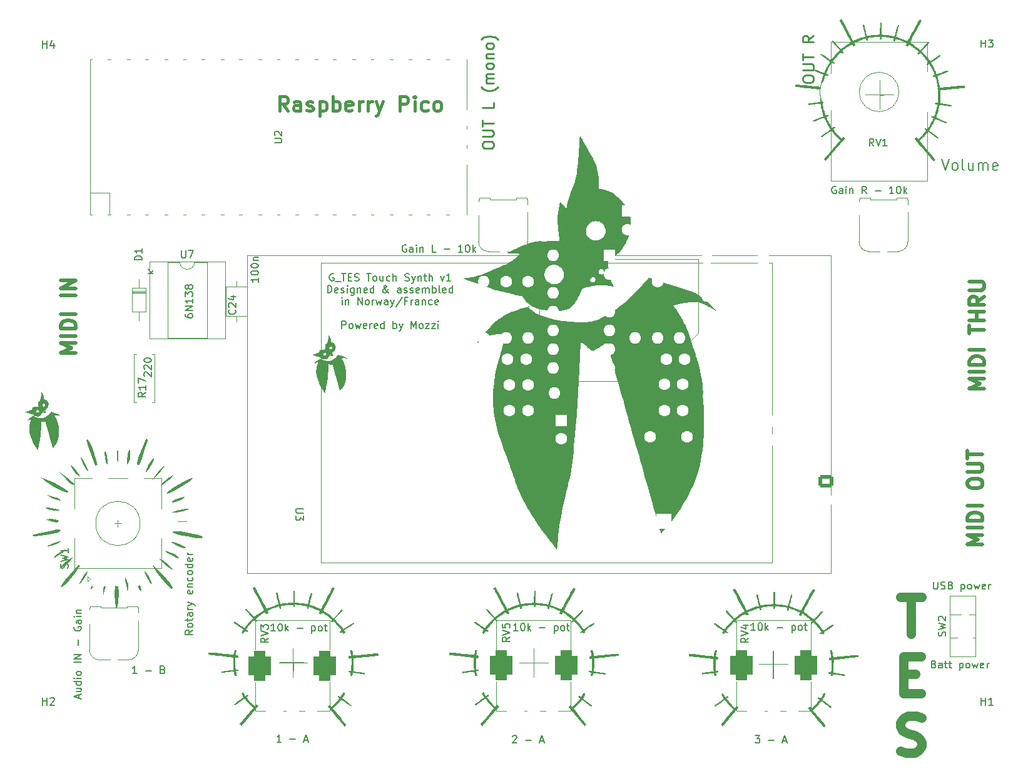
<source format=gto>
G04 #@! TF.GenerationSoftware,KiCad,Pcbnew,6.0.11+dfsg-1~bpo11+1*
G04 #@! TF.CreationDate,2023-02-20T22:13:45+01:00*
G04 #@! TF.ProjectId,v1,76312e6b-6963-4616-945f-706362585858,rev?*
G04 #@! TF.SameCoordinates,Original*
G04 #@! TF.FileFunction,Legend,Top*
G04 #@! TF.FilePolarity,Positive*
%FSLAX46Y46*%
G04 Gerber Fmt 4.6, Leading zero omitted, Abs format (unit mm)*
G04 Created by KiCad (PCBNEW 6.0.11+dfsg-1~bpo11+1) date 2023-02-20 22:13:45*
%MOMM*%
%LPD*%
G01*
G04 APERTURE LIST*
G04 Aperture macros list*
%AMRoundRect*
0 Rectangle with rounded corners*
0 $1 Rounding radius*
0 $2 $3 $4 $5 $6 $7 $8 $9 X,Y pos of 4 corners*
0 Add a 4 corners polygon primitive as box body*
4,1,4,$2,$3,$4,$5,$6,$7,$8,$9,$2,$3,0*
0 Add four circle primitives for the rounded corners*
1,1,$1+$1,$2,$3*
1,1,$1+$1,$4,$5*
1,1,$1+$1,$6,$7*
1,1,$1+$1,$8,$9*
0 Add four rect primitives between the rounded corners*
20,1,$1+$1,$2,$3,$4,$5,0*
20,1,$1+$1,$4,$5,$6,$7,0*
20,1,$1+$1,$6,$7,$8,$9,0*
20,1,$1+$1,$8,$9,$2,$3,0*%
G04 Aperture macros list end*
%ADD10C,0.150000*%
%ADD11C,1.250000*%
%ADD12C,0.250000*%
%ADD13C,0.500000*%
%ADD14C,0.400000*%
%ADD15C,0.200000*%
%ADD16C,0.120000*%
%ADD17R,1.800000X1.800000*%
%ADD18O,1.800000X1.800000*%
%ADD19R,1.560000X1.560000*%
%ADD20C,1.560000*%
%ADD21C,5.000000*%
%ADD22C,1.524000*%
%ADD23C,3.200000*%
%ADD24C,1.800000*%
%ADD25RoundRect,0.750000X0.750000X-1.250000X0.750000X1.250000X-0.750000X1.250000X-0.750000X-1.250000X0*%
%ADD26O,1.500000X1.500000*%
%ADD27R,1.700000X3.500000*%
%ADD28O,1.700000X1.700000*%
%ADD29R,1.700000X1.700000*%
%ADD30R,3.500000X1.700000*%
%ADD31C,3.400000*%
%ADD32C,2.000000*%
%ADD33R,2.000000X3.200000*%
%ADD34R,2.000000X2.000000*%
%ADD35C,1.600000*%
%ADD36O,1.600000X1.600000*%
%ADD37R,1.600000X1.600000*%
%ADD38C,3.000000*%
%ADD39RoundRect,0.250000X-0.750000X0.600000X-0.750000X-0.600000X0.750000X-0.600000X0.750000X0.600000X0*%
%ADD40O,2.000000X1.700000*%
%ADD41R,1.500000X1.500000*%
G04 APERTURE END LIST*
D10*
X105754466Y-130409200D02*
X105754466Y-129933009D01*
X106040180Y-130504438D02*
X105040180Y-130171104D01*
X106040180Y-129837771D01*
X105373514Y-129075866D02*
X106040180Y-129075866D01*
X105373514Y-129504438D02*
X105897323Y-129504438D01*
X105992561Y-129456819D01*
X106040180Y-129361580D01*
X106040180Y-129218723D01*
X105992561Y-129123485D01*
X105944942Y-129075866D01*
X106040180Y-128171104D02*
X105040180Y-128171104D01*
X105992561Y-128171104D02*
X106040180Y-128266342D01*
X106040180Y-128456819D01*
X105992561Y-128552057D01*
X105944942Y-128599676D01*
X105849704Y-128647295D01*
X105563990Y-128647295D01*
X105468752Y-128599676D01*
X105421133Y-128552057D01*
X105373514Y-128456819D01*
X105373514Y-128266342D01*
X105421133Y-128171104D01*
X106040180Y-127694914D02*
X105373514Y-127694914D01*
X105040180Y-127694914D02*
X105087800Y-127742533D01*
X105135419Y-127694914D01*
X105087800Y-127647295D01*
X105040180Y-127694914D01*
X105135419Y-127694914D01*
X106040180Y-127075866D02*
X105992561Y-127171104D01*
X105944942Y-127218723D01*
X105849704Y-127266342D01*
X105563990Y-127266342D01*
X105468752Y-127218723D01*
X105421133Y-127171104D01*
X105373514Y-127075866D01*
X105373514Y-126933009D01*
X105421133Y-126837771D01*
X105468752Y-126790152D01*
X105563990Y-126742533D01*
X105849704Y-126742533D01*
X105944942Y-126790152D01*
X105992561Y-126837771D01*
X106040180Y-126933009D01*
X106040180Y-127075866D01*
X106040180Y-125552057D02*
X105040180Y-125552057D01*
X106040180Y-125075866D02*
X105040180Y-125075866D01*
X106040180Y-124504438D01*
X105040180Y-124504438D01*
X105659228Y-123266342D02*
X105659228Y-122504438D01*
X105087800Y-120742533D02*
X105040180Y-120837771D01*
X105040180Y-120980628D01*
X105087800Y-121123485D01*
X105183038Y-121218723D01*
X105278276Y-121266342D01*
X105468752Y-121313961D01*
X105611609Y-121313961D01*
X105802085Y-121266342D01*
X105897323Y-121218723D01*
X105992561Y-121123485D01*
X106040180Y-120980628D01*
X106040180Y-120885390D01*
X105992561Y-120742533D01*
X105944942Y-120694914D01*
X105611609Y-120694914D01*
X105611609Y-120885390D01*
X106040180Y-119837771D02*
X105516371Y-119837771D01*
X105421133Y-119885390D01*
X105373514Y-119980628D01*
X105373514Y-120171104D01*
X105421133Y-120266342D01*
X105992561Y-119837771D02*
X106040180Y-119933009D01*
X106040180Y-120171104D01*
X105992561Y-120266342D01*
X105897323Y-120313961D01*
X105802085Y-120313961D01*
X105706847Y-120266342D01*
X105659228Y-120171104D01*
X105659228Y-119933009D01*
X105611609Y-119837771D01*
X106040180Y-119361580D02*
X105373514Y-119361580D01*
X105040180Y-119361580D02*
X105087800Y-119409200D01*
X105135419Y-119361580D01*
X105087800Y-119313961D01*
X105040180Y-119361580D01*
X105135419Y-119361580D01*
X105373514Y-118885390D02*
X106040180Y-118885390D01*
X105468752Y-118885390D02*
X105421133Y-118837771D01*
X105373514Y-118742533D01*
X105373514Y-118599676D01*
X105421133Y-118504438D01*
X105516371Y-118456819D01*
X106040180Y-118456819D01*
D11*
X216909828Y-116694504D02*
X219766971Y-116694504D01*
X218338400Y-121694504D02*
X218338400Y-116694504D01*
X217266971Y-127125457D02*
X218933638Y-127125457D01*
X219647923Y-129744504D02*
X217266971Y-129744504D01*
X217266971Y-124744504D01*
X219647923Y-124744504D01*
X216909828Y-137556409D02*
X217624114Y-137794504D01*
X218814590Y-137794504D01*
X219290780Y-137556409D01*
X219528876Y-137318314D01*
X219766971Y-136842123D01*
X219766971Y-136365933D01*
X219528876Y-135889742D01*
X219290780Y-135651647D01*
X218814590Y-135413552D01*
X217862209Y-135175457D01*
X217386019Y-134937361D01*
X217147923Y-134699266D01*
X216909828Y-134223076D01*
X216909828Y-133746885D01*
X217147923Y-133270695D01*
X217386019Y-133032600D01*
X217862209Y-132794504D01*
X219052685Y-132794504D01*
X219766971Y-133032600D01*
D10*
X221361476Y-114641380D02*
X221361476Y-115450904D01*
X221409095Y-115546142D01*
X221456714Y-115593761D01*
X221551952Y-115641380D01*
X221742428Y-115641380D01*
X221837666Y-115593761D01*
X221885285Y-115546142D01*
X221932904Y-115450904D01*
X221932904Y-114641380D01*
X222361476Y-115593761D02*
X222504333Y-115641380D01*
X222742428Y-115641380D01*
X222837666Y-115593761D01*
X222885285Y-115546142D01*
X222932904Y-115450904D01*
X222932904Y-115355666D01*
X222885285Y-115260428D01*
X222837666Y-115212809D01*
X222742428Y-115165190D01*
X222551952Y-115117571D01*
X222456714Y-115069952D01*
X222409095Y-115022333D01*
X222361476Y-114927095D01*
X222361476Y-114831857D01*
X222409095Y-114736619D01*
X222456714Y-114689000D01*
X222551952Y-114641380D01*
X222790047Y-114641380D01*
X222932904Y-114689000D01*
X223694809Y-115117571D02*
X223837666Y-115165190D01*
X223885285Y-115212809D01*
X223932904Y-115308047D01*
X223932904Y-115450904D01*
X223885285Y-115546142D01*
X223837666Y-115593761D01*
X223742428Y-115641380D01*
X223361476Y-115641380D01*
X223361476Y-114641380D01*
X223694809Y-114641380D01*
X223790047Y-114689000D01*
X223837666Y-114736619D01*
X223885285Y-114831857D01*
X223885285Y-114927095D01*
X223837666Y-115022333D01*
X223790047Y-115069952D01*
X223694809Y-115117571D01*
X223361476Y-115117571D01*
X225123380Y-114974714D02*
X225123380Y-115974714D01*
X225123380Y-115022333D02*
X225218619Y-114974714D01*
X225409095Y-114974714D01*
X225504333Y-115022333D01*
X225551952Y-115069952D01*
X225599571Y-115165190D01*
X225599571Y-115450904D01*
X225551952Y-115546142D01*
X225504333Y-115593761D01*
X225409095Y-115641380D01*
X225218619Y-115641380D01*
X225123380Y-115593761D01*
X226171000Y-115641380D02*
X226075761Y-115593761D01*
X226028142Y-115546142D01*
X225980523Y-115450904D01*
X225980523Y-115165190D01*
X226028142Y-115069952D01*
X226075761Y-115022333D01*
X226171000Y-114974714D01*
X226313857Y-114974714D01*
X226409095Y-115022333D01*
X226456714Y-115069952D01*
X226504333Y-115165190D01*
X226504333Y-115450904D01*
X226456714Y-115546142D01*
X226409095Y-115593761D01*
X226313857Y-115641380D01*
X226171000Y-115641380D01*
X226837666Y-114974714D02*
X227028142Y-115641380D01*
X227218619Y-115165190D01*
X227409095Y-115641380D01*
X227599571Y-114974714D01*
X228361476Y-115593761D02*
X228266238Y-115641380D01*
X228075761Y-115641380D01*
X227980523Y-115593761D01*
X227932904Y-115498523D01*
X227932904Y-115117571D01*
X227980523Y-115022333D01*
X228075761Y-114974714D01*
X228266238Y-114974714D01*
X228361476Y-115022333D01*
X228409095Y-115117571D01*
X228409095Y-115212809D01*
X227932904Y-115308047D01*
X228837666Y-115641380D02*
X228837666Y-114974714D01*
X228837666Y-115165190D02*
X228885285Y-115069952D01*
X228932904Y-115022333D01*
X229028142Y-114974714D01*
X229123380Y-114974714D01*
X221417000Y-125785571D02*
X221559857Y-125833190D01*
X221607476Y-125880809D01*
X221655095Y-125976047D01*
X221655095Y-126118904D01*
X221607476Y-126214142D01*
X221559857Y-126261761D01*
X221464619Y-126309380D01*
X221083666Y-126309380D01*
X221083666Y-125309380D01*
X221417000Y-125309380D01*
X221512238Y-125357000D01*
X221559857Y-125404619D01*
X221607476Y-125499857D01*
X221607476Y-125595095D01*
X221559857Y-125690333D01*
X221512238Y-125737952D01*
X221417000Y-125785571D01*
X221083666Y-125785571D01*
X222512238Y-126309380D02*
X222512238Y-125785571D01*
X222464619Y-125690333D01*
X222369380Y-125642714D01*
X222178904Y-125642714D01*
X222083666Y-125690333D01*
X222512238Y-126261761D02*
X222417000Y-126309380D01*
X222178904Y-126309380D01*
X222083666Y-126261761D01*
X222036047Y-126166523D01*
X222036047Y-126071285D01*
X222083666Y-125976047D01*
X222178904Y-125928428D01*
X222417000Y-125928428D01*
X222512238Y-125880809D01*
X222845571Y-125642714D02*
X223226523Y-125642714D01*
X222988428Y-125309380D02*
X222988428Y-126166523D01*
X223036047Y-126261761D01*
X223131285Y-126309380D01*
X223226523Y-126309380D01*
X223417000Y-125642714D02*
X223797952Y-125642714D01*
X223559857Y-125309380D02*
X223559857Y-126166523D01*
X223607476Y-126261761D01*
X223702714Y-126309380D01*
X223797952Y-126309380D01*
X224893190Y-125642714D02*
X224893190Y-126642714D01*
X224893190Y-125690333D02*
X224988428Y-125642714D01*
X225178904Y-125642714D01*
X225274142Y-125690333D01*
X225321761Y-125737952D01*
X225369380Y-125833190D01*
X225369380Y-126118904D01*
X225321761Y-126214142D01*
X225274142Y-126261761D01*
X225178904Y-126309380D01*
X224988428Y-126309380D01*
X224893190Y-126261761D01*
X225940809Y-126309380D02*
X225845571Y-126261761D01*
X225797952Y-126214142D01*
X225750333Y-126118904D01*
X225750333Y-125833190D01*
X225797952Y-125737952D01*
X225845571Y-125690333D01*
X225940809Y-125642714D01*
X226083666Y-125642714D01*
X226178904Y-125690333D01*
X226226523Y-125737952D01*
X226274142Y-125833190D01*
X226274142Y-126118904D01*
X226226523Y-126214142D01*
X226178904Y-126261761D01*
X226083666Y-126309380D01*
X225940809Y-126309380D01*
X226607476Y-125642714D02*
X226797952Y-126309380D01*
X226988428Y-125833190D01*
X227178904Y-126309380D01*
X227369380Y-125642714D01*
X228131285Y-126261761D02*
X228036047Y-126309380D01*
X227845571Y-126309380D01*
X227750333Y-126261761D01*
X227702714Y-126166523D01*
X227702714Y-125785571D01*
X227750333Y-125690333D01*
X227845571Y-125642714D01*
X228036047Y-125642714D01*
X228131285Y-125690333D01*
X228178904Y-125785571D01*
X228178904Y-125880809D01*
X227702714Y-125976047D01*
X228607476Y-126309380D02*
X228607476Y-125642714D01*
X228607476Y-125833190D02*
X228655095Y-125737952D01*
X228702714Y-125690333D01*
X228797952Y-125642714D01*
X228893190Y-125642714D01*
X140185142Y-72988000D02*
X140089904Y-72940380D01*
X139947047Y-72940380D01*
X139804190Y-72988000D01*
X139708952Y-73083238D01*
X139661333Y-73178476D01*
X139613714Y-73368952D01*
X139613714Y-73511809D01*
X139661333Y-73702285D01*
X139708952Y-73797523D01*
X139804190Y-73892761D01*
X139947047Y-73940380D01*
X140042285Y-73940380D01*
X140185142Y-73892761D01*
X140232761Y-73845142D01*
X140232761Y-73511809D01*
X140042285Y-73511809D01*
X140423238Y-74035619D02*
X141185142Y-74035619D01*
X141280380Y-72940380D02*
X141851809Y-72940380D01*
X141566095Y-73940380D02*
X141566095Y-72940380D01*
X142185142Y-73416571D02*
X142518476Y-73416571D01*
X142661333Y-73940380D02*
X142185142Y-73940380D01*
X142185142Y-72940380D01*
X142661333Y-72940380D01*
X143042285Y-73892761D02*
X143185142Y-73940380D01*
X143423238Y-73940380D01*
X143518476Y-73892761D01*
X143566095Y-73845142D01*
X143613714Y-73749904D01*
X143613714Y-73654666D01*
X143566095Y-73559428D01*
X143518476Y-73511809D01*
X143423238Y-73464190D01*
X143232761Y-73416571D01*
X143137523Y-73368952D01*
X143089904Y-73321333D01*
X143042285Y-73226095D01*
X143042285Y-73130857D01*
X143089904Y-73035619D01*
X143137523Y-72988000D01*
X143232761Y-72940380D01*
X143470857Y-72940380D01*
X143613714Y-72988000D01*
X144661333Y-72940380D02*
X145232761Y-72940380D01*
X144947047Y-73940380D02*
X144947047Y-72940380D01*
X145708952Y-73940380D02*
X145613714Y-73892761D01*
X145566095Y-73845142D01*
X145518476Y-73749904D01*
X145518476Y-73464190D01*
X145566095Y-73368952D01*
X145613714Y-73321333D01*
X145708952Y-73273714D01*
X145851809Y-73273714D01*
X145947047Y-73321333D01*
X145994666Y-73368952D01*
X146042285Y-73464190D01*
X146042285Y-73749904D01*
X145994666Y-73845142D01*
X145947047Y-73892761D01*
X145851809Y-73940380D01*
X145708952Y-73940380D01*
X146899428Y-73273714D02*
X146899428Y-73940380D01*
X146470857Y-73273714D02*
X146470857Y-73797523D01*
X146518476Y-73892761D01*
X146613714Y-73940380D01*
X146756571Y-73940380D01*
X146851809Y-73892761D01*
X146899428Y-73845142D01*
X147804190Y-73892761D02*
X147708952Y-73940380D01*
X147518476Y-73940380D01*
X147423238Y-73892761D01*
X147375619Y-73845142D01*
X147328000Y-73749904D01*
X147328000Y-73464190D01*
X147375619Y-73368952D01*
X147423238Y-73321333D01*
X147518476Y-73273714D01*
X147708952Y-73273714D01*
X147804190Y-73321333D01*
X148232761Y-73940380D02*
X148232761Y-72940380D01*
X148661333Y-73940380D02*
X148661333Y-73416571D01*
X148613714Y-73321333D01*
X148518476Y-73273714D01*
X148375619Y-73273714D01*
X148280380Y-73321333D01*
X148232761Y-73368952D01*
X149851809Y-73892761D02*
X149994666Y-73940380D01*
X150232761Y-73940380D01*
X150328000Y-73892761D01*
X150375619Y-73845142D01*
X150423238Y-73749904D01*
X150423238Y-73654666D01*
X150375619Y-73559428D01*
X150328000Y-73511809D01*
X150232761Y-73464190D01*
X150042285Y-73416571D01*
X149947047Y-73368952D01*
X149899428Y-73321333D01*
X149851809Y-73226095D01*
X149851809Y-73130857D01*
X149899428Y-73035619D01*
X149947047Y-72988000D01*
X150042285Y-72940380D01*
X150280380Y-72940380D01*
X150423238Y-72988000D01*
X150756571Y-73273714D02*
X150994666Y-73940380D01*
X151232761Y-73273714D02*
X150994666Y-73940380D01*
X150899428Y-74178476D01*
X150851809Y-74226095D01*
X150756571Y-74273714D01*
X151613714Y-73273714D02*
X151613714Y-73940380D01*
X151613714Y-73368952D02*
X151661333Y-73321333D01*
X151756571Y-73273714D01*
X151899428Y-73273714D01*
X151994666Y-73321333D01*
X152042285Y-73416571D01*
X152042285Y-73940380D01*
X152375619Y-73273714D02*
X152756571Y-73273714D01*
X152518476Y-72940380D02*
X152518476Y-73797523D01*
X152566095Y-73892761D01*
X152661333Y-73940380D01*
X152756571Y-73940380D01*
X153089904Y-73940380D02*
X153089904Y-72940380D01*
X153518476Y-73940380D02*
X153518476Y-73416571D01*
X153470857Y-73321333D01*
X153375619Y-73273714D01*
X153232761Y-73273714D01*
X153137523Y-73321333D01*
X153089904Y-73368952D01*
X154661333Y-73273714D02*
X154899428Y-73940380D01*
X155137523Y-73273714D01*
X156042285Y-73940380D02*
X155470857Y-73940380D01*
X155756571Y-73940380D02*
X155756571Y-72940380D01*
X155661333Y-73083238D01*
X155566095Y-73178476D01*
X155470857Y-73226095D01*
X139375619Y-75550380D02*
X139375619Y-74550380D01*
X139613714Y-74550380D01*
X139756571Y-74598000D01*
X139851809Y-74693238D01*
X139899428Y-74788476D01*
X139947047Y-74978952D01*
X139947047Y-75121809D01*
X139899428Y-75312285D01*
X139851809Y-75407523D01*
X139756571Y-75502761D01*
X139613714Y-75550380D01*
X139375619Y-75550380D01*
X140756571Y-75502761D02*
X140661333Y-75550380D01*
X140470857Y-75550380D01*
X140375619Y-75502761D01*
X140328000Y-75407523D01*
X140328000Y-75026571D01*
X140375619Y-74931333D01*
X140470857Y-74883714D01*
X140661333Y-74883714D01*
X140756571Y-74931333D01*
X140804190Y-75026571D01*
X140804190Y-75121809D01*
X140328000Y-75217047D01*
X141185142Y-75502761D02*
X141280380Y-75550380D01*
X141470857Y-75550380D01*
X141566095Y-75502761D01*
X141613714Y-75407523D01*
X141613714Y-75359904D01*
X141566095Y-75264666D01*
X141470857Y-75217047D01*
X141328000Y-75217047D01*
X141232761Y-75169428D01*
X141185142Y-75074190D01*
X141185142Y-75026571D01*
X141232761Y-74931333D01*
X141328000Y-74883714D01*
X141470857Y-74883714D01*
X141566095Y-74931333D01*
X142042285Y-75550380D02*
X142042285Y-74883714D01*
X142042285Y-74550380D02*
X141994666Y-74598000D01*
X142042285Y-74645619D01*
X142089904Y-74598000D01*
X142042285Y-74550380D01*
X142042285Y-74645619D01*
X142947047Y-74883714D02*
X142947047Y-75693238D01*
X142899428Y-75788476D01*
X142851809Y-75836095D01*
X142756571Y-75883714D01*
X142613714Y-75883714D01*
X142518476Y-75836095D01*
X142947047Y-75502761D02*
X142851809Y-75550380D01*
X142661333Y-75550380D01*
X142566095Y-75502761D01*
X142518476Y-75455142D01*
X142470857Y-75359904D01*
X142470857Y-75074190D01*
X142518476Y-74978952D01*
X142566095Y-74931333D01*
X142661333Y-74883714D01*
X142851809Y-74883714D01*
X142947047Y-74931333D01*
X143423238Y-74883714D02*
X143423238Y-75550380D01*
X143423238Y-74978952D02*
X143470857Y-74931333D01*
X143566095Y-74883714D01*
X143708952Y-74883714D01*
X143804190Y-74931333D01*
X143851809Y-75026571D01*
X143851809Y-75550380D01*
X144708952Y-75502761D02*
X144613714Y-75550380D01*
X144423238Y-75550380D01*
X144328000Y-75502761D01*
X144280380Y-75407523D01*
X144280380Y-75026571D01*
X144328000Y-74931333D01*
X144423238Y-74883714D01*
X144613714Y-74883714D01*
X144708952Y-74931333D01*
X144756571Y-75026571D01*
X144756571Y-75121809D01*
X144280380Y-75217047D01*
X145613714Y-75550380D02*
X145613714Y-74550380D01*
X145613714Y-75502761D02*
X145518476Y-75550380D01*
X145328000Y-75550380D01*
X145232761Y-75502761D01*
X145185142Y-75455142D01*
X145137523Y-75359904D01*
X145137523Y-75074190D01*
X145185142Y-74978952D01*
X145232761Y-74931333D01*
X145328000Y-74883714D01*
X145518476Y-74883714D01*
X145613714Y-74931333D01*
X147661333Y-75550380D02*
X147613714Y-75550380D01*
X147518476Y-75502761D01*
X147375619Y-75359904D01*
X147137523Y-75074190D01*
X147042285Y-74931333D01*
X146994666Y-74788476D01*
X146994666Y-74693238D01*
X147042285Y-74598000D01*
X147137523Y-74550380D01*
X147185142Y-74550380D01*
X147280380Y-74598000D01*
X147328000Y-74693238D01*
X147328000Y-74740857D01*
X147280380Y-74836095D01*
X147232761Y-74883714D01*
X146947047Y-75074190D01*
X146899428Y-75121809D01*
X146851809Y-75217047D01*
X146851809Y-75359904D01*
X146899428Y-75455142D01*
X146947047Y-75502761D01*
X147042285Y-75550380D01*
X147185142Y-75550380D01*
X147280380Y-75502761D01*
X147328000Y-75455142D01*
X147470857Y-75264666D01*
X147518476Y-75121809D01*
X147518476Y-75026571D01*
X149280380Y-75550380D02*
X149280380Y-75026571D01*
X149232761Y-74931333D01*
X149137523Y-74883714D01*
X148947047Y-74883714D01*
X148851809Y-74931333D01*
X149280380Y-75502761D02*
X149185142Y-75550380D01*
X148947047Y-75550380D01*
X148851809Y-75502761D01*
X148804190Y-75407523D01*
X148804190Y-75312285D01*
X148851809Y-75217047D01*
X148947047Y-75169428D01*
X149185142Y-75169428D01*
X149280380Y-75121809D01*
X149708952Y-75502761D02*
X149804190Y-75550380D01*
X149994666Y-75550380D01*
X150089904Y-75502761D01*
X150137523Y-75407523D01*
X150137523Y-75359904D01*
X150089904Y-75264666D01*
X149994666Y-75217047D01*
X149851809Y-75217047D01*
X149756571Y-75169428D01*
X149708952Y-75074190D01*
X149708952Y-75026571D01*
X149756571Y-74931333D01*
X149851809Y-74883714D01*
X149994666Y-74883714D01*
X150089904Y-74931333D01*
X150518476Y-75502761D02*
X150613714Y-75550380D01*
X150804190Y-75550380D01*
X150899428Y-75502761D01*
X150947047Y-75407523D01*
X150947047Y-75359904D01*
X150899428Y-75264666D01*
X150804190Y-75217047D01*
X150661333Y-75217047D01*
X150566095Y-75169428D01*
X150518476Y-75074190D01*
X150518476Y-75026571D01*
X150566095Y-74931333D01*
X150661333Y-74883714D01*
X150804190Y-74883714D01*
X150899428Y-74931333D01*
X151756571Y-75502761D02*
X151661333Y-75550380D01*
X151470857Y-75550380D01*
X151375619Y-75502761D01*
X151328000Y-75407523D01*
X151328000Y-75026571D01*
X151375619Y-74931333D01*
X151470857Y-74883714D01*
X151661333Y-74883714D01*
X151756571Y-74931333D01*
X151804190Y-75026571D01*
X151804190Y-75121809D01*
X151328000Y-75217047D01*
X152232761Y-75550380D02*
X152232761Y-74883714D01*
X152232761Y-74978952D02*
X152280380Y-74931333D01*
X152375619Y-74883714D01*
X152518476Y-74883714D01*
X152613714Y-74931333D01*
X152661333Y-75026571D01*
X152661333Y-75550380D01*
X152661333Y-75026571D02*
X152708952Y-74931333D01*
X152804190Y-74883714D01*
X152947047Y-74883714D01*
X153042285Y-74931333D01*
X153089904Y-75026571D01*
X153089904Y-75550380D01*
X153566095Y-75550380D02*
X153566095Y-74550380D01*
X153566095Y-74931333D02*
X153661333Y-74883714D01*
X153851809Y-74883714D01*
X153947047Y-74931333D01*
X153994666Y-74978952D01*
X154042285Y-75074190D01*
X154042285Y-75359904D01*
X153994666Y-75455142D01*
X153947047Y-75502761D01*
X153851809Y-75550380D01*
X153661333Y-75550380D01*
X153566095Y-75502761D01*
X154613714Y-75550380D02*
X154518476Y-75502761D01*
X154470857Y-75407523D01*
X154470857Y-74550380D01*
X155375619Y-75502761D02*
X155280380Y-75550380D01*
X155089904Y-75550380D01*
X154994666Y-75502761D01*
X154947047Y-75407523D01*
X154947047Y-75026571D01*
X154994666Y-74931333D01*
X155089904Y-74883714D01*
X155280380Y-74883714D01*
X155375619Y-74931333D01*
X155423238Y-75026571D01*
X155423238Y-75121809D01*
X154947047Y-75217047D01*
X156280380Y-75550380D02*
X156280380Y-74550380D01*
X156280380Y-75502761D02*
X156185142Y-75550380D01*
X155994666Y-75550380D01*
X155899428Y-75502761D01*
X155851809Y-75455142D01*
X155804190Y-75359904D01*
X155804190Y-75074190D01*
X155851809Y-74978952D01*
X155899428Y-74931333D01*
X155994666Y-74883714D01*
X156185142Y-74883714D01*
X156280380Y-74931333D01*
X141328000Y-77160380D02*
X141328000Y-76493714D01*
X141328000Y-76160380D02*
X141280380Y-76208000D01*
X141328000Y-76255619D01*
X141375619Y-76208000D01*
X141328000Y-76160380D01*
X141328000Y-76255619D01*
X141804190Y-76493714D02*
X141804190Y-77160380D01*
X141804190Y-76588952D02*
X141851809Y-76541333D01*
X141947047Y-76493714D01*
X142089904Y-76493714D01*
X142185142Y-76541333D01*
X142232761Y-76636571D01*
X142232761Y-77160380D01*
X143470857Y-77160380D02*
X143470857Y-76160380D01*
X144042285Y-77160380D01*
X144042285Y-76160380D01*
X144661333Y-77160380D02*
X144566095Y-77112761D01*
X144518476Y-77065142D01*
X144470857Y-76969904D01*
X144470857Y-76684190D01*
X144518476Y-76588952D01*
X144566095Y-76541333D01*
X144661333Y-76493714D01*
X144804190Y-76493714D01*
X144899428Y-76541333D01*
X144947047Y-76588952D01*
X144994666Y-76684190D01*
X144994666Y-76969904D01*
X144947047Y-77065142D01*
X144899428Y-77112761D01*
X144804190Y-77160380D01*
X144661333Y-77160380D01*
X145423238Y-77160380D02*
X145423238Y-76493714D01*
X145423238Y-76684190D02*
X145470857Y-76588952D01*
X145518476Y-76541333D01*
X145613714Y-76493714D01*
X145708952Y-76493714D01*
X145947047Y-76493714D02*
X146137523Y-77160380D01*
X146328000Y-76684190D01*
X146518476Y-77160380D01*
X146708952Y-76493714D01*
X147518476Y-77160380D02*
X147518476Y-76636571D01*
X147470857Y-76541333D01*
X147375619Y-76493714D01*
X147185142Y-76493714D01*
X147089904Y-76541333D01*
X147518476Y-77112761D02*
X147423238Y-77160380D01*
X147185142Y-77160380D01*
X147089904Y-77112761D01*
X147042285Y-77017523D01*
X147042285Y-76922285D01*
X147089904Y-76827047D01*
X147185142Y-76779428D01*
X147423238Y-76779428D01*
X147518476Y-76731809D01*
X147899428Y-76493714D02*
X148137523Y-77160380D01*
X148375619Y-76493714D02*
X148137523Y-77160380D01*
X148042285Y-77398476D01*
X147994666Y-77446095D01*
X147899428Y-77493714D01*
X149470857Y-76112761D02*
X148613714Y-77398476D01*
X150137523Y-76636571D02*
X149804190Y-76636571D01*
X149804190Y-77160380D02*
X149804190Y-76160380D01*
X150280380Y-76160380D01*
X150661333Y-77160380D02*
X150661333Y-76493714D01*
X150661333Y-76684190D02*
X150708952Y-76588952D01*
X150756571Y-76541333D01*
X150851809Y-76493714D01*
X150947047Y-76493714D01*
X151708952Y-77160380D02*
X151708952Y-76636571D01*
X151661333Y-76541333D01*
X151566095Y-76493714D01*
X151375619Y-76493714D01*
X151280380Y-76541333D01*
X151708952Y-77112761D02*
X151613714Y-77160380D01*
X151375619Y-77160380D01*
X151280380Y-77112761D01*
X151232761Y-77017523D01*
X151232761Y-76922285D01*
X151280380Y-76827047D01*
X151375619Y-76779428D01*
X151613714Y-76779428D01*
X151708952Y-76731809D01*
X152185142Y-76493714D02*
X152185142Y-77160380D01*
X152185142Y-76588952D02*
X152232761Y-76541333D01*
X152328000Y-76493714D01*
X152470857Y-76493714D01*
X152566095Y-76541333D01*
X152613714Y-76636571D01*
X152613714Y-77160380D01*
X153518476Y-77112761D02*
X153423238Y-77160380D01*
X153232761Y-77160380D01*
X153137523Y-77112761D01*
X153089904Y-77065142D01*
X153042285Y-76969904D01*
X153042285Y-76684190D01*
X153089904Y-76588952D01*
X153137523Y-76541333D01*
X153232761Y-76493714D01*
X153423238Y-76493714D01*
X153518476Y-76541333D01*
X154328000Y-77112761D02*
X154232761Y-77160380D01*
X154042285Y-77160380D01*
X153947047Y-77112761D01*
X153899428Y-77017523D01*
X153899428Y-76636571D01*
X153947047Y-76541333D01*
X154042285Y-76493714D01*
X154232761Y-76493714D01*
X154328000Y-76541333D01*
X154375619Y-76636571D01*
X154375619Y-76731809D01*
X153899428Y-76827047D01*
X141304190Y-80380380D02*
X141304190Y-79380380D01*
X141685142Y-79380380D01*
X141780380Y-79428000D01*
X141828000Y-79475619D01*
X141875619Y-79570857D01*
X141875619Y-79713714D01*
X141828000Y-79808952D01*
X141780380Y-79856571D01*
X141685142Y-79904190D01*
X141304190Y-79904190D01*
X142447047Y-80380380D02*
X142351809Y-80332761D01*
X142304190Y-80285142D01*
X142256571Y-80189904D01*
X142256571Y-79904190D01*
X142304190Y-79808952D01*
X142351809Y-79761333D01*
X142447047Y-79713714D01*
X142589904Y-79713714D01*
X142685142Y-79761333D01*
X142732761Y-79808952D01*
X142780380Y-79904190D01*
X142780380Y-80189904D01*
X142732761Y-80285142D01*
X142685142Y-80332761D01*
X142589904Y-80380380D01*
X142447047Y-80380380D01*
X143113714Y-79713714D02*
X143304190Y-80380380D01*
X143494666Y-79904190D01*
X143685142Y-80380380D01*
X143875619Y-79713714D01*
X144637523Y-80332761D02*
X144542285Y-80380380D01*
X144351809Y-80380380D01*
X144256571Y-80332761D01*
X144208952Y-80237523D01*
X144208952Y-79856571D01*
X144256571Y-79761333D01*
X144351809Y-79713714D01*
X144542285Y-79713714D01*
X144637523Y-79761333D01*
X144685142Y-79856571D01*
X144685142Y-79951809D01*
X144208952Y-80047047D01*
X145113714Y-80380380D02*
X145113714Y-79713714D01*
X145113714Y-79904190D02*
X145161333Y-79808952D01*
X145208952Y-79761333D01*
X145304190Y-79713714D01*
X145399428Y-79713714D01*
X146113714Y-80332761D02*
X146018476Y-80380380D01*
X145828000Y-80380380D01*
X145732761Y-80332761D01*
X145685142Y-80237523D01*
X145685142Y-79856571D01*
X145732761Y-79761333D01*
X145828000Y-79713714D01*
X146018476Y-79713714D01*
X146113714Y-79761333D01*
X146161333Y-79856571D01*
X146161333Y-79951809D01*
X145685142Y-80047047D01*
X147018476Y-80380380D02*
X147018476Y-79380380D01*
X147018476Y-80332761D02*
X146923238Y-80380380D01*
X146732761Y-80380380D01*
X146637523Y-80332761D01*
X146589904Y-80285142D01*
X146542285Y-80189904D01*
X146542285Y-79904190D01*
X146589904Y-79808952D01*
X146637523Y-79761333D01*
X146732761Y-79713714D01*
X146923238Y-79713714D01*
X147018476Y-79761333D01*
X148256571Y-80380380D02*
X148256571Y-79380380D01*
X148256571Y-79761333D02*
X148351809Y-79713714D01*
X148542285Y-79713714D01*
X148637523Y-79761333D01*
X148685142Y-79808952D01*
X148732761Y-79904190D01*
X148732761Y-80189904D01*
X148685142Y-80285142D01*
X148637523Y-80332761D01*
X148542285Y-80380380D01*
X148351809Y-80380380D01*
X148256571Y-80332761D01*
X149066095Y-79713714D02*
X149304190Y-80380380D01*
X149542285Y-79713714D02*
X149304190Y-80380380D01*
X149208952Y-80618476D01*
X149161333Y-80666095D01*
X149066095Y-80713714D01*
X150685142Y-80380380D02*
X150685142Y-79380380D01*
X151018476Y-80094666D01*
X151351809Y-79380380D01*
X151351809Y-80380380D01*
X151970857Y-80380380D02*
X151875619Y-80332761D01*
X151828000Y-80285142D01*
X151780380Y-80189904D01*
X151780380Y-79904190D01*
X151828000Y-79808952D01*
X151875619Y-79761333D01*
X151970857Y-79713714D01*
X152113714Y-79713714D01*
X152208952Y-79761333D01*
X152256571Y-79808952D01*
X152304190Y-79904190D01*
X152304190Y-80189904D01*
X152256571Y-80285142D01*
X152208952Y-80332761D01*
X152113714Y-80380380D01*
X151970857Y-80380380D01*
X152637523Y-79713714D02*
X153161333Y-79713714D01*
X152637523Y-80380380D01*
X153161333Y-80380380D01*
X153447047Y-79713714D02*
X153970857Y-79713714D01*
X153447047Y-80380380D01*
X153970857Y-80380380D01*
X154351809Y-80380380D02*
X154351809Y-79713714D01*
X154351809Y-79380380D02*
X154304190Y-79428000D01*
X154351809Y-79475619D01*
X154399428Y-79428000D01*
X154351809Y-79380380D01*
X154351809Y-79475619D01*
X114609619Y-86836095D02*
X114562000Y-86788476D01*
X114514380Y-86693238D01*
X114514380Y-86455142D01*
X114562000Y-86359904D01*
X114609619Y-86312285D01*
X114704857Y-86264666D01*
X114800095Y-86264666D01*
X114942952Y-86312285D01*
X115514380Y-86883714D01*
X115514380Y-86264666D01*
X114609619Y-85883714D02*
X114562000Y-85836095D01*
X114514380Y-85740857D01*
X114514380Y-85502761D01*
X114562000Y-85407523D01*
X114609619Y-85359904D01*
X114704857Y-85312285D01*
X114800095Y-85312285D01*
X114942952Y-85359904D01*
X115514380Y-85931333D01*
X115514380Y-85312285D01*
X114514380Y-84693238D02*
X114514380Y-84598000D01*
X114562000Y-84502761D01*
X114609619Y-84455142D01*
X114704857Y-84407523D01*
X114895333Y-84359904D01*
X115133428Y-84359904D01*
X115323904Y-84407523D01*
X115419142Y-84455142D01*
X115466761Y-84502761D01*
X115514380Y-84598000D01*
X115514380Y-84693238D01*
X115466761Y-84788476D01*
X115419142Y-84836095D01*
X115323904Y-84883714D01*
X115133428Y-84931333D01*
X114895333Y-84931333D01*
X114704857Y-84883714D01*
X114609619Y-84836095D01*
X114562000Y-84788476D01*
X114514380Y-84693238D01*
X129992380Y-73509047D02*
X129992380Y-74080476D01*
X129992380Y-73794761D02*
X128992380Y-73794761D01*
X129135238Y-73890000D01*
X129230476Y-73985238D01*
X129278095Y-74080476D01*
X128992380Y-72890000D02*
X128992380Y-72794761D01*
X129040000Y-72699523D01*
X129087619Y-72651904D01*
X129182857Y-72604285D01*
X129373333Y-72556666D01*
X129611428Y-72556666D01*
X129801904Y-72604285D01*
X129897142Y-72651904D01*
X129944761Y-72699523D01*
X129992380Y-72794761D01*
X129992380Y-72890000D01*
X129944761Y-72985238D01*
X129897142Y-73032857D01*
X129801904Y-73080476D01*
X129611428Y-73128095D01*
X129373333Y-73128095D01*
X129182857Y-73080476D01*
X129087619Y-73032857D01*
X129040000Y-72985238D01*
X128992380Y-72890000D01*
X128992380Y-71937619D02*
X128992380Y-71842380D01*
X129040000Y-71747142D01*
X129087619Y-71699523D01*
X129182857Y-71651904D01*
X129373333Y-71604285D01*
X129611428Y-71604285D01*
X129801904Y-71651904D01*
X129897142Y-71699523D01*
X129944761Y-71747142D01*
X129992380Y-71842380D01*
X129992380Y-71937619D01*
X129944761Y-72032857D01*
X129897142Y-72080476D01*
X129801904Y-72128095D01*
X129611428Y-72175714D01*
X129373333Y-72175714D01*
X129182857Y-72128095D01*
X129087619Y-72080476D01*
X129040000Y-72032857D01*
X128992380Y-71937619D01*
X129325714Y-71175714D02*
X129992380Y-71175714D01*
X129420952Y-71175714D02*
X129373333Y-71128095D01*
X129325714Y-71032857D01*
X129325714Y-70890000D01*
X129373333Y-70794761D01*
X129468571Y-70747142D01*
X129992380Y-70747142D01*
X120102380Y-78469904D02*
X120102380Y-78660380D01*
X120150000Y-78755619D01*
X120197619Y-78803238D01*
X120340476Y-78898476D01*
X120530952Y-78946095D01*
X120911904Y-78946095D01*
X121007142Y-78898476D01*
X121054761Y-78850857D01*
X121102380Y-78755619D01*
X121102380Y-78565142D01*
X121054761Y-78469904D01*
X121007142Y-78422285D01*
X120911904Y-78374666D01*
X120673809Y-78374666D01*
X120578571Y-78422285D01*
X120530952Y-78469904D01*
X120483333Y-78565142D01*
X120483333Y-78755619D01*
X120530952Y-78850857D01*
X120578571Y-78898476D01*
X120673809Y-78946095D01*
X121102380Y-77946095D02*
X120102380Y-77946095D01*
X121102380Y-77374666D01*
X120102380Y-77374666D01*
X121102380Y-76374666D02*
X121102380Y-76946095D01*
X121102380Y-76660380D02*
X120102380Y-76660380D01*
X120245238Y-76755619D01*
X120340476Y-76850857D01*
X120388095Y-76946095D01*
X120102380Y-76041333D02*
X120102380Y-75422285D01*
X120483333Y-75755619D01*
X120483333Y-75612761D01*
X120530952Y-75517523D01*
X120578571Y-75469904D01*
X120673809Y-75422285D01*
X120911904Y-75422285D01*
X121007142Y-75469904D01*
X121054761Y-75517523D01*
X121102380Y-75612761D01*
X121102380Y-75898476D01*
X121054761Y-75993714D01*
X121007142Y-76041333D01*
X120530952Y-74850857D02*
X120483333Y-74946095D01*
X120435714Y-74993714D01*
X120340476Y-75041333D01*
X120292857Y-75041333D01*
X120197619Y-74993714D01*
X120150000Y-74946095D01*
X120102380Y-74850857D01*
X120102380Y-74660380D01*
X120150000Y-74565142D01*
X120197619Y-74517523D01*
X120292857Y-74469904D01*
X120340476Y-74469904D01*
X120435714Y-74517523D01*
X120483333Y-74565142D01*
X120530952Y-74660380D01*
X120530952Y-74850857D01*
X120578571Y-74946095D01*
X120626190Y-74993714D01*
X120721428Y-75041333D01*
X120911904Y-75041333D01*
X121007142Y-74993714D01*
X121054761Y-74946095D01*
X121102380Y-74850857D01*
X121102380Y-74660380D01*
X121054761Y-74565142D01*
X121007142Y-74517523D01*
X120911904Y-74469904D01*
X120721428Y-74469904D01*
X120626190Y-74517523D01*
X120578571Y-74565142D01*
X120530952Y-74660380D01*
X121102380Y-121185961D02*
X120626190Y-121519295D01*
X121102380Y-121757390D02*
X120102380Y-121757390D01*
X120102380Y-121376438D01*
X120150000Y-121281200D01*
X120197619Y-121233580D01*
X120292857Y-121185961D01*
X120435714Y-121185961D01*
X120530952Y-121233580D01*
X120578571Y-121281200D01*
X120626190Y-121376438D01*
X120626190Y-121757390D01*
X121102380Y-120614533D02*
X121054761Y-120709771D01*
X121007142Y-120757390D01*
X120911904Y-120805009D01*
X120626190Y-120805009D01*
X120530952Y-120757390D01*
X120483333Y-120709771D01*
X120435714Y-120614533D01*
X120435714Y-120471676D01*
X120483333Y-120376438D01*
X120530952Y-120328819D01*
X120626190Y-120281200D01*
X120911904Y-120281200D01*
X121007142Y-120328819D01*
X121054761Y-120376438D01*
X121102380Y-120471676D01*
X121102380Y-120614533D01*
X120435714Y-119995485D02*
X120435714Y-119614533D01*
X120102380Y-119852628D02*
X120959523Y-119852628D01*
X121054761Y-119805009D01*
X121102380Y-119709771D01*
X121102380Y-119614533D01*
X121102380Y-118852628D02*
X120578571Y-118852628D01*
X120483333Y-118900247D01*
X120435714Y-118995485D01*
X120435714Y-119185961D01*
X120483333Y-119281200D01*
X121054761Y-118852628D02*
X121102380Y-118947866D01*
X121102380Y-119185961D01*
X121054761Y-119281200D01*
X120959523Y-119328819D01*
X120864285Y-119328819D01*
X120769047Y-119281200D01*
X120721428Y-119185961D01*
X120721428Y-118947866D01*
X120673809Y-118852628D01*
X121102380Y-118376438D02*
X120435714Y-118376438D01*
X120626190Y-118376438D02*
X120530952Y-118328819D01*
X120483333Y-118281200D01*
X120435714Y-118185961D01*
X120435714Y-118090723D01*
X120435714Y-117852628D02*
X121102380Y-117614533D01*
X120435714Y-117376438D02*
X121102380Y-117614533D01*
X121340476Y-117709771D01*
X121388095Y-117757390D01*
X121435714Y-117852628D01*
X121054761Y-115852628D02*
X121102380Y-115947866D01*
X121102380Y-116138342D01*
X121054761Y-116233580D01*
X120959523Y-116281200D01*
X120578571Y-116281200D01*
X120483333Y-116233580D01*
X120435714Y-116138342D01*
X120435714Y-115947866D01*
X120483333Y-115852628D01*
X120578571Y-115805009D01*
X120673809Y-115805009D01*
X120769047Y-116281200D01*
X120435714Y-115376438D02*
X121102380Y-115376438D01*
X120530952Y-115376438D02*
X120483333Y-115328819D01*
X120435714Y-115233580D01*
X120435714Y-115090723D01*
X120483333Y-114995485D01*
X120578571Y-114947866D01*
X121102380Y-114947866D01*
X121054761Y-114043104D02*
X121102380Y-114138342D01*
X121102380Y-114328819D01*
X121054761Y-114424057D01*
X121007142Y-114471676D01*
X120911904Y-114519295D01*
X120626190Y-114519295D01*
X120530952Y-114471676D01*
X120483333Y-114424057D01*
X120435714Y-114328819D01*
X120435714Y-114138342D01*
X120483333Y-114043104D01*
X121102380Y-113471676D02*
X121054761Y-113566914D01*
X121007142Y-113614533D01*
X120911904Y-113662152D01*
X120626190Y-113662152D01*
X120530952Y-113614533D01*
X120483333Y-113566914D01*
X120435714Y-113471676D01*
X120435714Y-113328819D01*
X120483333Y-113233580D01*
X120530952Y-113185961D01*
X120626190Y-113138342D01*
X120911904Y-113138342D01*
X121007142Y-113185961D01*
X121054761Y-113233580D01*
X121102380Y-113328819D01*
X121102380Y-113471676D01*
X121102380Y-112281200D02*
X120102380Y-112281200D01*
X121054761Y-112281200D02*
X121102380Y-112376438D01*
X121102380Y-112566914D01*
X121054761Y-112662152D01*
X121007142Y-112709771D01*
X120911904Y-112757390D01*
X120626190Y-112757390D01*
X120530952Y-112709771D01*
X120483333Y-112662152D01*
X120435714Y-112566914D01*
X120435714Y-112376438D01*
X120483333Y-112281200D01*
X121054761Y-111424057D02*
X121102380Y-111519295D01*
X121102380Y-111709771D01*
X121054761Y-111805009D01*
X120959523Y-111852628D01*
X120578571Y-111852628D01*
X120483333Y-111805009D01*
X120435714Y-111709771D01*
X120435714Y-111519295D01*
X120483333Y-111424057D01*
X120578571Y-111376438D01*
X120673809Y-111376438D01*
X120769047Y-111852628D01*
X121102380Y-110947866D02*
X120435714Y-110947866D01*
X120626190Y-110947866D02*
X120530952Y-110900247D01*
X120483333Y-110852628D01*
X120435714Y-110757390D01*
X120435714Y-110662152D01*
X132291533Y-121305580D02*
X131720104Y-121305580D01*
X132005819Y-121305580D02*
X132005819Y-120305580D01*
X131910580Y-120448438D01*
X131815342Y-120543676D01*
X131720104Y-120591295D01*
X132910580Y-120305580D02*
X133005819Y-120305580D01*
X133101057Y-120353200D01*
X133148676Y-120400819D01*
X133196295Y-120496057D01*
X133243914Y-120686533D01*
X133243914Y-120924628D01*
X133196295Y-121115104D01*
X133148676Y-121210342D01*
X133101057Y-121257961D01*
X133005819Y-121305580D01*
X132910580Y-121305580D01*
X132815342Y-121257961D01*
X132767723Y-121210342D01*
X132720104Y-121115104D01*
X132672485Y-120924628D01*
X132672485Y-120686533D01*
X132720104Y-120496057D01*
X132767723Y-120400819D01*
X132815342Y-120353200D01*
X132910580Y-120305580D01*
X133672485Y-121305580D02*
X133672485Y-120305580D01*
X133767723Y-120924628D02*
X134053438Y-121305580D01*
X134053438Y-120638914D02*
X133672485Y-121019866D01*
X135243914Y-120924628D02*
X136005819Y-120924628D01*
X137243914Y-120638914D02*
X137243914Y-121638914D01*
X137243914Y-120686533D02*
X137339152Y-120638914D01*
X137529628Y-120638914D01*
X137624866Y-120686533D01*
X137672485Y-120734152D01*
X137720104Y-120829390D01*
X137720104Y-121115104D01*
X137672485Y-121210342D01*
X137624866Y-121257961D01*
X137529628Y-121305580D01*
X137339152Y-121305580D01*
X137243914Y-121257961D01*
X138291533Y-121305580D02*
X138196295Y-121257961D01*
X138148676Y-121210342D01*
X138101057Y-121115104D01*
X138101057Y-120829390D01*
X138148676Y-120734152D01*
X138196295Y-120686533D01*
X138291533Y-120638914D01*
X138434390Y-120638914D01*
X138529628Y-120686533D01*
X138577247Y-120734152D01*
X138624866Y-120829390D01*
X138624866Y-121115104D01*
X138577247Y-121210342D01*
X138529628Y-121257961D01*
X138434390Y-121305580D01*
X138291533Y-121305580D01*
X138910580Y-120638914D02*
X139291533Y-120638914D01*
X139053438Y-120305580D02*
X139053438Y-121162723D01*
X139101057Y-121257961D01*
X139196295Y-121305580D01*
X139291533Y-121305580D01*
X165108333Y-121254780D02*
X164536904Y-121254780D01*
X164822619Y-121254780D02*
X164822619Y-120254780D01*
X164727380Y-120397638D01*
X164632142Y-120492876D01*
X164536904Y-120540495D01*
X165727380Y-120254780D02*
X165822619Y-120254780D01*
X165917857Y-120302400D01*
X165965476Y-120350019D01*
X166013095Y-120445257D01*
X166060714Y-120635733D01*
X166060714Y-120873828D01*
X166013095Y-121064304D01*
X165965476Y-121159542D01*
X165917857Y-121207161D01*
X165822619Y-121254780D01*
X165727380Y-121254780D01*
X165632142Y-121207161D01*
X165584523Y-121159542D01*
X165536904Y-121064304D01*
X165489285Y-120873828D01*
X165489285Y-120635733D01*
X165536904Y-120445257D01*
X165584523Y-120350019D01*
X165632142Y-120302400D01*
X165727380Y-120254780D01*
X166489285Y-121254780D02*
X166489285Y-120254780D01*
X166584523Y-120873828D02*
X166870238Y-121254780D01*
X166870238Y-120588114D02*
X166489285Y-120969066D01*
X168060714Y-120873828D02*
X168822619Y-120873828D01*
X170060714Y-120588114D02*
X170060714Y-121588114D01*
X170060714Y-120635733D02*
X170155952Y-120588114D01*
X170346428Y-120588114D01*
X170441666Y-120635733D01*
X170489285Y-120683352D01*
X170536904Y-120778590D01*
X170536904Y-121064304D01*
X170489285Y-121159542D01*
X170441666Y-121207161D01*
X170346428Y-121254780D01*
X170155952Y-121254780D01*
X170060714Y-121207161D01*
X171108333Y-121254780D02*
X171013095Y-121207161D01*
X170965476Y-121159542D01*
X170917857Y-121064304D01*
X170917857Y-120778590D01*
X170965476Y-120683352D01*
X171013095Y-120635733D01*
X171108333Y-120588114D01*
X171251190Y-120588114D01*
X171346428Y-120635733D01*
X171394047Y-120683352D01*
X171441666Y-120778590D01*
X171441666Y-121064304D01*
X171394047Y-121159542D01*
X171346428Y-121207161D01*
X171251190Y-121254780D01*
X171108333Y-121254780D01*
X171727380Y-120588114D02*
X172108333Y-120588114D01*
X171870238Y-120254780D02*
X171870238Y-121111923D01*
X171917857Y-121207161D01*
X172013095Y-121254780D01*
X172108333Y-121254780D01*
X197239333Y-121203980D02*
X196667904Y-121203980D01*
X196953619Y-121203980D02*
X196953619Y-120203980D01*
X196858380Y-120346838D01*
X196763142Y-120442076D01*
X196667904Y-120489695D01*
X197858380Y-120203980D02*
X197953619Y-120203980D01*
X198048857Y-120251600D01*
X198096476Y-120299219D01*
X198144095Y-120394457D01*
X198191714Y-120584933D01*
X198191714Y-120823028D01*
X198144095Y-121013504D01*
X198096476Y-121108742D01*
X198048857Y-121156361D01*
X197953619Y-121203980D01*
X197858380Y-121203980D01*
X197763142Y-121156361D01*
X197715523Y-121108742D01*
X197667904Y-121013504D01*
X197620285Y-120823028D01*
X197620285Y-120584933D01*
X197667904Y-120394457D01*
X197715523Y-120299219D01*
X197763142Y-120251600D01*
X197858380Y-120203980D01*
X198620285Y-121203980D02*
X198620285Y-120203980D01*
X198715523Y-120823028D02*
X199001238Y-121203980D01*
X199001238Y-120537314D02*
X198620285Y-120918266D01*
X200191714Y-120823028D02*
X200953619Y-120823028D01*
X202191714Y-120537314D02*
X202191714Y-121537314D01*
X202191714Y-120584933D02*
X202286952Y-120537314D01*
X202477428Y-120537314D01*
X202572666Y-120584933D01*
X202620285Y-120632552D01*
X202667904Y-120727790D01*
X202667904Y-121013504D01*
X202620285Y-121108742D01*
X202572666Y-121156361D01*
X202477428Y-121203980D01*
X202286952Y-121203980D01*
X202191714Y-121156361D01*
X203239333Y-121203980D02*
X203144095Y-121156361D01*
X203096476Y-121108742D01*
X203048857Y-121013504D01*
X203048857Y-120727790D01*
X203096476Y-120632552D01*
X203144095Y-120584933D01*
X203239333Y-120537314D01*
X203382190Y-120537314D01*
X203477428Y-120584933D01*
X203525047Y-120632552D01*
X203572666Y-120727790D01*
X203572666Y-121013504D01*
X203525047Y-121108742D01*
X203477428Y-121156361D01*
X203382190Y-121203980D01*
X203239333Y-121203980D01*
X203858380Y-120537314D02*
X204239333Y-120537314D01*
X204001238Y-120203980D02*
X204001238Y-121061123D01*
X204048857Y-121156361D01*
X204144095Y-121203980D01*
X204239333Y-121203980D01*
D12*
X203648571Y-46738028D02*
X203648571Y-46452314D01*
X203720000Y-46309457D01*
X203862857Y-46166600D01*
X204148571Y-46095171D01*
X204648571Y-46095171D01*
X204934285Y-46166600D01*
X205077142Y-46309457D01*
X205148571Y-46452314D01*
X205148571Y-46738028D01*
X205077142Y-46880885D01*
X204934285Y-47023742D01*
X204648571Y-47095171D01*
X204148571Y-47095171D01*
X203862857Y-47023742D01*
X203720000Y-46880885D01*
X203648571Y-46738028D01*
X203648571Y-45452314D02*
X204862857Y-45452314D01*
X205005714Y-45380885D01*
X205077142Y-45309457D01*
X205148571Y-45166600D01*
X205148571Y-44880885D01*
X205077142Y-44738028D01*
X205005714Y-44666600D01*
X204862857Y-44595171D01*
X203648571Y-44595171D01*
X203648571Y-44095171D02*
X203648571Y-43238028D01*
X205148571Y-43666600D02*
X203648571Y-43666600D01*
X205148571Y-40738028D02*
X204434285Y-41238028D01*
X205148571Y-41595171D02*
X203648571Y-41595171D01*
X203648571Y-41023742D01*
X203720000Y-40880885D01*
X203791428Y-40809457D01*
X203934285Y-40738028D01*
X204148571Y-40738028D01*
X204291428Y-40809457D01*
X204362857Y-40880885D01*
X204434285Y-41023742D01*
X204434285Y-41595171D01*
X160341571Y-55672714D02*
X160341571Y-55387000D01*
X160413000Y-55244142D01*
X160555857Y-55101285D01*
X160841571Y-55029857D01*
X161341571Y-55029857D01*
X161627285Y-55101285D01*
X161770142Y-55244142D01*
X161841571Y-55387000D01*
X161841571Y-55672714D01*
X161770142Y-55815571D01*
X161627285Y-55958428D01*
X161341571Y-56029857D01*
X160841571Y-56029857D01*
X160555857Y-55958428D01*
X160413000Y-55815571D01*
X160341571Y-55672714D01*
X160341571Y-54387000D02*
X161555857Y-54387000D01*
X161698714Y-54315571D01*
X161770142Y-54244142D01*
X161841571Y-54101285D01*
X161841571Y-53815571D01*
X161770142Y-53672714D01*
X161698714Y-53601285D01*
X161555857Y-53529857D01*
X160341571Y-53529857D01*
X160341571Y-53029857D02*
X160341571Y-52172714D01*
X161841571Y-52601285D02*
X160341571Y-52601285D01*
X161841571Y-49815571D02*
X161841571Y-50529857D01*
X160341571Y-50529857D01*
X162413000Y-47744142D02*
X162341571Y-47815571D01*
X162127285Y-47958428D01*
X161984428Y-48029857D01*
X161770142Y-48101285D01*
X161413000Y-48172714D01*
X161127285Y-48172714D01*
X160770142Y-48101285D01*
X160555857Y-48029857D01*
X160413000Y-47958428D01*
X160198714Y-47815571D01*
X160127285Y-47744142D01*
X161841571Y-47172714D02*
X160841571Y-47172714D01*
X160984428Y-47172714D02*
X160913000Y-47101285D01*
X160841571Y-46958428D01*
X160841571Y-46744142D01*
X160913000Y-46601285D01*
X161055857Y-46529857D01*
X161841571Y-46529857D01*
X161055857Y-46529857D02*
X160913000Y-46458428D01*
X160841571Y-46315571D01*
X160841571Y-46101285D01*
X160913000Y-45958428D01*
X161055857Y-45887000D01*
X161841571Y-45887000D01*
X161841571Y-44958428D02*
X161770142Y-45101285D01*
X161698714Y-45172714D01*
X161555857Y-45244142D01*
X161127285Y-45244142D01*
X160984428Y-45172714D01*
X160913000Y-45101285D01*
X160841571Y-44958428D01*
X160841571Y-44744142D01*
X160913000Y-44601285D01*
X160984428Y-44529857D01*
X161127285Y-44458428D01*
X161555857Y-44458428D01*
X161698714Y-44529857D01*
X161770142Y-44601285D01*
X161841571Y-44744142D01*
X161841571Y-44958428D01*
X160841571Y-43815571D02*
X161841571Y-43815571D01*
X160984428Y-43815571D02*
X160913000Y-43744142D01*
X160841571Y-43601285D01*
X160841571Y-43387000D01*
X160913000Y-43244142D01*
X161055857Y-43172714D01*
X161841571Y-43172714D01*
X161841571Y-42244142D02*
X161770142Y-42387000D01*
X161698714Y-42458428D01*
X161555857Y-42529857D01*
X161127285Y-42529857D01*
X160984428Y-42458428D01*
X160913000Y-42387000D01*
X160841571Y-42244142D01*
X160841571Y-42029857D01*
X160913000Y-41887000D01*
X160984428Y-41815571D01*
X161127285Y-41744142D01*
X161555857Y-41744142D01*
X161698714Y-41815571D01*
X161770142Y-41887000D01*
X161841571Y-42029857D01*
X161841571Y-42244142D01*
X162413000Y-41244142D02*
X162341571Y-41172714D01*
X162127285Y-41029857D01*
X161984428Y-40958428D01*
X161770142Y-40887000D01*
X161413000Y-40815571D01*
X161127285Y-40815571D01*
X160770142Y-40887000D01*
X160555857Y-40958428D01*
X160413000Y-41029857D01*
X160198714Y-41172714D01*
X160127285Y-41244142D01*
D13*
X105298761Y-83644761D02*
X103298761Y-83644761D01*
X104727333Y-82978095D01*
X103298761Y-82311428D01*
X105298761Y-82311428D01*
X105298761Y-81359047D02*
X103298761Y-81359047D01*
X105298761Y-80406666D02*
X103298761Y-80406666D01*
X103298761Y-79930476D01*
X103394000Y-79644761D01*
X103584476Y-79454285D01*
X103774952Y-79359047D01*
X104155904Y-79263809D01*
X104441619Y-79263809D01*
X104822571Y-79359047D01*
X105013047Y-79454285D01*
X105203523Y-79644761D01*
X105298761Y-79930476D01*
X105298761Y-80406666D01*
X105298761Y-78406666D02*
X103298761Y-78406666D01*
X105298761Y-75930476D02*
X103298761Y-75930476D01*
X105298761Y-74978095D02*
X103298761Y-74978095D01*
X105298761Y-73835238D01*
X103298761Y-73835238D01*
X228234761Y-88518095D02*
X226234761Y-88518095D01*
X227663333Y-87851428D01*
X226234761Y-87184761D01*
X228234761Y-87184761D01*
X228234761Y-86232380D02*
X226234761Y-86232380D01*
X228234761Y-85280000D02*
X226234761Y-85280000D01*
X226234761Y-84803809D01*
X226330000Y-84518095D01*
X226520476Y-84327619D01*
X226710952Y-84232380D01*
X227091904Y-84137142D01*
X227377619Y-84137142D01*
X227758571Y-84232380D01*
X227949047Y-84327619D01*
X228139523Y-84518095D01*
X228234761Y-84803809D01*
X228234761Y-85280000D01*
X228234761Y-83280000D02*
X226234761Y-83280000D01*
X226234761Y-81089523D02*
X226234761Y-79946666D01*
X228234761Y-80518095D02*
X226234761Y-80518095D01*
X228234761Y-79280000D02*
X226234761Y-79280000D01*
X227187142Y-79280000D02*
X227187142Y-78137142D01*
X228234761Y-78137142D02*
X226234761Y-78137142D01*
X228234761Y-76041904D02*
X227282380Y-76708571D01*
X228234761Y-77184761D02*
X226234761Y-77184761D01*
X226234761Y-76422857D01*
X226330000Y-76232380D01*
X226425238Y-76137142D01*
X226615714Y-76041904D01*
X226901428Y-76041904D01*
X227091904Y-76137142D01*
X227187142Y-76232380D01*
X227282380Y-76422857D01*
X227282380Y-77184761D01*
X226234761Y-75184761D02*
X227853809Y-75184761D01*
X228044285Y-75089523D01*
X228139523Y-74994285D01*
X228234761Y-74803809D01*
X228234761Y-74422857D01*
X228139523Y-74232380D01*
X228044285Y-74137142D01*
X227853809Y-74041904D01*
X226234761Y-74041904D01*
X227980761Y-109616095D02*
X225980761Y-109616095D01*
X227409333Y-108949428D01*
X225980761Y-108282761D01*
X227980761Y-108282761D01*
X227980761Y-107330380D02*
X225980761Y-107330380D01*
X227980761Y-106378000D02*
X225980761Y-106378000D01*
X225980761Y-105901809D01*
X226076000Y-105616095D01*
X226266476Y-105425619D01*
X226456952Y-105330380D01*
X226837904Y-105235142D01*
X227123619Y-105235142D01*
X227504571Y-105330380D01*
X227695047Y-105425619D01*
X227885523Y-105616095D01*
X227980761Y-105901809D01*
X227980761Y-106378000D01*
X227980761Y-104378000D02*
X225980761Y-104378000D01*
X225980761Y-101520857D02*
X225980761Y-101139904D01*
X226076000Y-100949428D01*
X226266476Y-100758952D01*
X226647428Y-100663714D01*
X227314095Y-100663714D01*
X227695047Y-100758952D01*
X227885523Y-100949428D01*
X227980761Y-101139904D01*
X227980761Y-101520857D01*
X227885523Y-101711333D01*
X227695047Y-101901809D01*
X227314095Y-101997047D01*
X226647428Y-101997047D01*
X226266476Y-101901809D01*
X226076000Y-101711333D01*
X225980761Y-101520857D01*
X225980761Y-99806571D02*
X227599809Y-99806571D01*
X227790285Y-99711333D01*
X227885523Y-99616095D01*
X227980761Y-99425619D01*
X227980761Y-99044666D01*
X227885523Y-98854190D01*
X227790285Y-98758952D01*
X227599809Y-98663714D01*
X225980761Y-98663714D01*
X225980761Y-97997047D02*
X225980761Y-96854190D01*
X227980761Y-97425619D02*
X225980761Y-97425619D01*
D14*
X134002095Y-50942761D02*
X133335428Y-49990380D01*
X132859238Y-50942761D02*
X132859238Y-48942761D01*
X133621142Y-48942761D01*
X133811619Y-49038000D01*
X133906857Y-49133238D01*
X134002095Y-49323714D01*
X134002095Y-49609428D01*
X133906857Y-49799904D01*
X133811619Y-49895142D01*
X133621142Y-49990380D01*
X132859238Y-49990380D01*
X135716380Y-50942761D02*
X135716380Y-49895142D01*
X135621142Y-49704666D01*
X135430666Y-49609428D01*
X135049714Y-49609428D01*
X134859238Y-49704666D01*
X135716380Y-50847523D02*
X135525904Y-50942761D01*
X135049714Y-50942761D01*
X134859238Y-50847523D01*
X134764000Y-50657047D01*
X134764000Y-50466571D01*
X134859238Y-50276095D01*
X135049714Y-50180857D01*
X135525904Y-50180857D01*
X135716380Y-50085619D01*
X136573523Y-50847523D02*
X136764000Y-50942761D01*
X137144952Y-50942761D01*
X137335428Y-50847523D01*
X137430666Y-50657047D01*
X137430666Y-50561809D01*
X137335428Y-50371333D01*
X137144952Y-50276095D01*
X136859238Y-50276095D01*
X136668761Y-50180857D01*
X136573523Y-49990380D01*
X136573523Y-49895142D01*
X136668761Y-49704666D01*
X136859238Y-49609428D01*
X137144952Y-49609428D01*
X137335428Y-49704666D01*
X138287809Y-49609428D02*
X138287809Y-51609428D01*
X138287809Y-49704666D02*
X138478285Y-49609428D01*
X138859238Y-49609428D01*
X139049714Y-49704666D01*
X139144952Y-49799904D01*
X139240190Y-49990380D01*
X139240190Y-50561809D01*
X139144952Y-50752285D01*
X139049714Y-50847523D01*
X138859238Y-50942761D01*
X138478285Y-50942761D01*
X138287809Y-50847523D01*
X140097333Y-50942761D02*
X140097333Y-48942761D01*
X140097333Y-49704666D02*
X140287809Y-49609428D01*
X140668761Y-49609428D01*
X140859238Y-49704666D01*
X140954476Y-49799904D01*
X141049714Y-49990380D01*
X141049714Y-50561809D01*
X140954476Y-50752285D01*
X140859238Y-50847523D01*
X140668761Y-50942761D01*
X140287809Y-50942761D01*
X140097333Y-50847523D01*
X142668761Y-50847523D02*
X142478285Y-50942761D01*
X142097333Y-50942761D01*
X141906857Y-50847523D01*
X141811619Y-50657047D01*
X141811619Y-49895142D01*
X141906857Y-49704666D01*
X142097333Y-49609428D01*
X142478285Y-49609428D01*
X142668761Y-49704666D01*
X142764000Y-49895142D01*
X142764000Y-50085619D01*
X141811619Y-50276095D01*
X143621142Y-50942761D02*
X143621142Y-49609428D01*
X143621142Y-49990380D02*
X143716380Y-49799904D01*
X143811619Y-49704666D01*
X144002095Y-49609428D01*
X144192571Y-49609428D01*
X144859238Y-50942761D02*
X144859238Y-49609428D01*
X144859238Y-49990380D02*
X144954476Y-49799904D01*
X145049714Y-49704666D01*
X145240190Y-49609428D01*
X145430666Y-49609428D01*
X145906857Y-49609428D02*
X146383047Y-50942761D01*
X146859238Y-49609428D02*
X146383047Y-50942761D01*
X146192571Y-51418952D01*
X146097333Y-51514190D01*
X145906857Y-51609428D01*
X149144952Y-50942761D02*
X149144952Y-48942761D01*
X149906857Y-48942761D01*
X150097333Y-49038000D01*
X150192571Y-49133238D01*
X150287809Y-49323714D01*
X150287809Y-49609428D01*
X150192571Y-49799904D01*
X150097333Y-49895142D01*
X149906857Y-49990380D01*
X149144952Y-49990380D01*
X151144952Y-50942761D02*
X151144952Y-49609428D01*
X151144952Y-48942761D02*
X151049714Y-49038000D01*
X151144952Y-49133238D01*
X151240190Y-49038000D01*
X151144952Y-48942761D01*
X151144952Y-49133238D01*
X152954476Y-50847523D02*
X152764000Y-50942761D01*
X152383047Y-50942761D01*
X152192571Y-50847523D01*
X152097333Y-50752285D01*
X152002095Y-50561809D01*
X152002095Y-49990380D01*
X152097333Y-49799904D01*
X152192571Y-49704666D01*
X152383047Y-49609428D01*
X152764000Y-49609428D01*
X152954476Y-49704666D01*
X154097333Y-50942761D02*
X153906857Y-50847523D01*
X153811619Y-50752285D01*
X153716380Y-50561809D01*
X153716380Y-49990380D01*
X153811619Y-49799904D01*
X153906857Y-49704666D01*
X154097333Y-49609428D01*
X154383047Y-49609428D01*
X154573523Y-49704666D01*
X154668761Y-49799904D01*
X154764000Y-49990380D01*
X154764000Y-50561809D01*
X154668761Y-50752285D01*
X154573523Y-50847523D01*
X154383047Y-50942761D01*
X154097333Y-50942761D01*
D15*
X222446542Y-57471571D02*
X222946542Y-58971571D01*
X223446542Y-57471571D01*
X224160828Y-58971571D02*
X224017971Y-58900142D01*
X223946542Y-58828714D01*
X223875114Y-58685857D01*
X223875114Y-58257285D01*
X223946542Y-58114428D01*
X224017971Y-58043000D01*
X224160828Y-57971571D01*
X224375114Y-57971571D01*
X224517971Y-58043000D01*
X224589400Y-58114428D01*
X224660828Y-58257285D01*
X224660828Y-58685857D01*
X224589400Y-58828714D01*
X224517971Y-58900142D01*
X224375114Y-58971571D01*
X224160828Y-58971571D01*
X225517971Y-58971571D02*
X225375114Y-58900142D01*
X225303685Y-58757285D01*
X225303685Y-57471571D01*
X226732257Y-57971571D02*
X226732257Y-58971571D01*
X226089400Y-57971571D02*
X226089400Y-58757285D01*
X226160828Y-58900142D01*
X226303685Y-58971571D01*
X226517971Y-58971571D01*
X226660828Y-58900142D01*
X226732257Y-58828714D01*
X227446542Y-58971571D02*
X227446542Y-57971571D01*
X227446542Y-58114428D02*
X227517971Y-58043000D01*
X227660828Y-57971571D01*
X227875114Y-57971571D01*
X228017971Y-58043000D01*
X228089400Y-58185857D01*
X228089400Y-58971571D01*
X228089400Y-58185857D02*
X228160828Y-58043000D01*
X228303685Y-57971571D01*
X228517971Y-57971571D01*
X228660828Y-58043000D01*
X228732257Y-58185857D01*
X228732257Y-58971571D01*
X230017971Y-58900142D02*
X229875114Y-58971571D01*
X229589400Y-58971571D01*
X229446542Y-58900142D01*
X229375114Y-58757285D01*
X229375114Y-58185857D01*
X229446542Y-58043000D01*
X229589400Y-57971571D01*
X229875114Y-57971571D01*
X230017971Y-58043000D01*
X230089400Y-58185857D01*
X230089400Y-58328714D01*
X229375114Y-58471571D01*
D10*
X164404761Y-135547619D02*
X164452380Y-135500000D01*
X164547619Y-135452380D01*
X164785714Y-135452380D01*
X164880952Y-135500000D01*
X164928571Y-135547619D01*
X164976190Y-135642857D01*
X164976190Y-135738095D01*
X164928571Y-135880952D01*
X164357142Y-136452380D01*
X164976190Y-136452380D01*
X166166666Y-136071428D02*
X166928571Y-136071428D01*
X168119047Y-136166666D02*
X168595238Y-136166666D01*
X168023809Y-136452380D02*
X168357142Y-135452380D01*
X168690476Y-136452380D01*
X133096190Y-136342380D02*
X132524761Y-136342380D01*
X132810476Y-136342380D02*
X132810476Y-135342380D01*
X132715238Y-135485238D01*
X132620000Y-135580476D01*
X132524761Y-135628095D01*
X134286666Y-135961428D02*
X135048571Y-135961428D01*
X136239047Y-136056666D02*
X136715238Y-136056666D01*
X136143809Y-136342380D02*
X136477142Y-135342380D01*
X136810476Y-136342380D01*
X197247142Y-135452380D02*
X197866190Y-135452380D01*
X197532857Y-135833333D01*
X197675714Y-135833333D01*
X197770952Y-135880952D01*
X197818571Y-135928571D01*
X197866190Y-136023809D01*
X197866190Y-136261904D01*
X197818571Y-136357142D01*
X197770952Y-136404761D01*
X197675714Y-136452380D01*
X197390000Y-136452380D01*
X197294761Y-136404761D01*
X197247142Y-136357142D01*
X199056666Y-136071428D02*
X199818571Y-136071428D01*
X201009047Y-136166666D02*
X201485238Y-136166666D01*
X200913809Y-136452380D02*
X201247142Y-135452380D01*
X201580476Y-136452380D01*
X113568361Y-127045980D02*
X112996933Y-127045980D01*
X113282647Y-127045980D02*
X113282647Y-126045980D01*
X113187409Y-126188838D01*
X113092171Y-126284076D01*
X112996933Y-126331695D01*
X114758838Y-126665028D02*
X115520742Y-126665028D01*
X117092171Y-126522171D02*
X117235028Y-126569790D01*
X117282647Y-126617409D01*
X117330266Y-126712647D01*
X117330266Y-126855504D01*
X117282647Y-126950742D01*
X117235028Y-126998361D01*
X117139790Y-127045980D01*
X116758838Y-127045980D01*
X116758838Y-126045980D01*
X117092171Y-126045980D01*
X117187409Y-126093600D01*
X117235028Y-126141219D01*
X117282647Y-126236457D01*
X117282647Y-126331695D01*
X117235028Y-126426933D01*
X117187409Y-126474552D01*
X117092171Y-126522171D01*
X116758838Y-126522171D01*
X222957761Y-121983333D02*
X223005380Y-121840476D01*
X223005380Y-121602380D01*
X222957761Y-121507142D01*
X222910142Y-121459523D01*
X222814904Y-121411904D01*
X222719666Y-121411904D01*
X222624428Y-121459523D01*
X222576809Y-121507142D01*
X222529190Y-121602380D01*
X222481571Y-121792857D01*
X222433952Y-121888095D01*
X222386333Y-121935714D01*
X222291095Y-121983333D01*
X222195857Y-121983333D01*
X222100619Y-121935714D01*
X222053000Y-121888095D01*
X222005380Y-121792857D01*
X222005380Y-121554761D01*
X222053000Y-121411904D01*
X222005380Y-121078571D02*
X223005380Y-120840476D01*
X222291095Y-120650000D01*
X223005380Y-120459523D01*
X222005380Y-120221428D01*
X222100619Y-119888095D02*
X222053000Y-119840476D01*
X222005380Y-119745238D01*
X222005380Y-119507142D01*
X222053000Y-119411904D01*
X222100619Y-119364285D01*
X222195857Y-119316666D01*
X222291095Y-119316666D01*
X222433952Y-119364285D01*
X223005380Y-119935714D01*
X223005380Y-119316666D01*
X208174200Y-61171200D02*
X208078961Y-61123580D01*
X207936104Y-61123580D01*
X207793247Y-61171200D01*
X207698009Y-61266438D01*
X207650390Y-61361676D01*
X207602771Y-61552152D01*
X207602771Y-61695009D01*
X207650390Y-61885485D01*
X207698009Y-61980723D01*
X207793247Y-62075961D01*
X207936104Y-62123580D01*
X208031342Y-62123580D01*
X208174200Y-62075961D01*
X208221819Y-62028342D01*
X208221819Y-61695009D01*
X208031342Y-61695009D01*
X209078961Y-62123580D02*
X209078961Y-61599771D01*
X209031342Y-61504533D01*
X208936104Y-61456914D01*
X208745628Y-61456914D01*
X208650390Y-61504533D01*
X209078961Y-62075961D02*
X208983723Y-62123580D01*
X208745628Y-62123580D01*
X208650390Y-62075961D01*
X208602771Y-61980723D01*
X208602771Y-61885485D01*
X208650390Y-61790247D01*
X208745628Y-61742628D01*
X208983723Y-61742628D01*
X209078961Y-61695009D01*
X209555152Y-62123580D02*
X209555152Y-61456914D01*
X209555152Y-61123580D02*
X209507533Y-61171200D01*
X209555152Y-61218819D01*
X209602771Y-61171200D01*
X209555152Y-61123580D01*
X209555152Y-61218819D01*
X210031342Y-61456914D02*
X210031342Y-62123580D01*
X210031342Y-61552152D02*
X210078961Y-61504533D01*
X210174200Y-61456914D01*
X210317057Y-61456914D01*
X210412295Y-61504533D01*
X210459914Y-61599771D01*
X210459914Y-62123580D01*
X212269438Y-62123580D02*
X211936104Y-61647390D01*
X211698009Y-62123580D02*
X211698009Y-61123580D01*
X212078961Y-61123580D01*
X212174200Y-61171200D01*
X212221819Y-61218819D01*
X212269438Y-61314057D01*
X212269438Y-61456914D01*
X212221819Y-61552152D01*
X212174200Y-61599771D01*
X212078961Y-61647390D01*
X211698009Y-61647390D01*
X213459914Y-61742628D02*
X214221819Y-61742628D01*
X215983723Y-62123580D02*
X215412295Y-62123580D01*
X215698009Y-62123580D02*
X215698009Y-61123580D01*
X215602771Y-61266438D01*
X215507533Y-61361676D01*
X215412295Y-61409295D01*
X216602771Y-61123580D02*
X216698009Y-61123580D01*
X216793247Y-61171200D01*
X216840866Y-61218819D01*
X216888485Y-61314057D01*
X216936104Y-61504533D01*
X216936104Y-61742628D01*
X216888485Y-61933104D01*
X216840866Y-62028342D01*
X216793247Y-62075961D01*
X216698009Y-62123580D01*
X216602771Y-62123580D01*
X216507533Y-62075961D01*
X216459914Y-62028342D01*
X216412295Y-61933104D01*
X216364676Y-61742628D01*
X216364676Y-61504533D01*
X216412295Y-61314057D01*
X216459914Y-61218819D01*
X216507533Y-61171200D01*
X216602771Y-61123580D01*
X217364676Y-62123580D02*
X217364676Y-61123580D01*
X217459914Y-61742628D02*
X217745628Y-62123580D01*
X217745628Y-61456914D02*
X217364676Y-61837866D01*
X150027238Y-69096000D02*
X149932000Y-69048380D01*
X149789142Y-69048380D01*
X149646285Y-69096000D01*
X149551047Y-69191238D01*
X149503428Y-69286476D01*
X149455809Y-69476952D01*
X149455809Y-69619809D01*
X149503428Y-69810285D01*
X149551047Y-69905523D01*
X149646285Y-70000761D01*
X149789142Y-70048380D01*
X149884380Y-70048380D01*
X150027238Y-70000761D01*
X150074857Y-69953142D01*
X150074857Y-69619809D01*
X149884380Y-69619809D01*
X150932000Y-70048380D02*
X150932000Y-69524571D01*
X150884380Y-69429333D01*
X150789142Y-69381714D01*
X150598666Y-69381714D01*
X150503428Y-69429333D01*
X150932000Y-70000761D02*
X150836761Y-70048380D01*
X150598666Y-70048380D01*
X150503428Y-70000761D01*
X150455809Y-69905523D01*
X150455809Y-69810285D01*
X150503428Y-69715047D01*
X150598666Y-69667428D01*
X150836761Y-69667428D01*
X150932000Y-69619809D01*
X151408190Y-70048380D02*
X151408190Y-69381714D01*
X151408190Y-69048380D02*
X151360571Y-69096000D01*
X151408190Y-69143619D01*
X151455809Y-69096000D01*
X151408190Y-69048380D01*
X151408190Y-69143619D01*
X151884380Y-69381714D02*
X151884380Y-70048380D01*
X151884380Y-69476952D02*
X151932000Y-69429333D01*
X152027238Y-69381714D01*
X152170095Y-69381714D01*
X152265333Y-69429333D01*
X152312952Y-69524571D01*
X152312952Y-70048380D01*
X154027238Y-70048380D02*
X153551047Y-70048380D01*
X153551047Y-69048380D01*
X155122476Y-69667428D02*
X155884380Y-69667428D01*
X157646285Y-70048380D02*
X157074857Y-70048380D01*
X157360571Y-70048380D02*
X157360571Y-69048380D01*
X157265333Y-69191238D01*
X157170095Y-69286476D01*
X157074857Y-69334095D01*
X158265333Y-69048380D02*
X158360571Y-69048380D01*
X158455809Y-69096000D01*
X158503428Y-69143619D01*
X158551047Y-69238857D01*
X158598666Y-69429333D01*
X158598666Y-69667428D01*
X158551047Y-69857904D01*
X158503428Y-69953142D01*
X158455809Y-70000761D01*
X158360571Y-70048380D01*
X158265333Y-70048380D01*
X158170095Y-70000761D01*
X158122476Y-69953142D01*
X158074857Y-69857904D01*
X158027238Y-69667428D01*
X158027238Y-69429333D01*
X158074857Y-69238857D01*
X158122476Y-69143619D01*
X158170095Y-69096000D01*
X158265333Y-69048380D01*
X159027238Y-70048380D02*
X159027238Y-69048380D01*
X159122476Y-69667428D02*
X159408190Y-70048380D01*
X159408190Y-69381714D02*
X159027238Y-69762666D01*
X213272761Y-55697380D02*
X212939428Y-55221190D01*
X212701333Y-55697380D02*
X212701333Y-54697380D01*
X213082285Y-54697380D01*
X213177523Y-54745000D01*
X213225142Y-54792619D01*
X213272761Y-54887857D01*
X213272761Y-55030714D01*
X213225142Y-55125952D01*
X213177523Y-55173571D01*
X213082285Y-55221190D01*
X212701333Y-55221190D01*
X213558476Y-54697380D02*
X213891809Y-55697380D01*
X214225142Y-54697380D01*
X215082285Y-55697380D02*
X214510857Y-55697380D01*
X214796571Y-55697380D02*
X214796571Y-54697380D01*
X214701333Y-54840238D01*
X214606095Y-54935476D01*
X214510857Y-54983095D01*
X100838095Y-42422380D02*
X100838095Y-41422380D01*
X100838095Y-41898571D02*
X101409523Y-41898571D01*
X101409523Y-42422380D02*
X101409523Y-41422380D01*
X102314285Y-41755714D02*
X102314285Y-42422380D01*
X102076190Y-41374761D02*
X101838095Y-42089047D01*
X102457142Y-42089047D01*
X227838095Y-42322380D02*
X227838095Y-41322380D01*
X227838095Y-41798571D02*
X228409523Y-41798571D01*
X228409523Y-42322380D02*
X228409523Y-41322380D01*
X228790476Y-41322380D02*
X229409523Y-41322380D01*
X229076190Y-41703333D01*
X229219047Y-41703333D01*
X229314285Y-41750952D01*
X229361904Y-41798571D01*
X229409523Y-41893809D01*
X229409523Y-42131904D01*
X229361904Y-42227142D01*
X229314285Y-42274761D01*
X229219047Y-42322380D01*
X228933333Y-42322380D01*
X228838095Y-42274761D01*
X228790476Y-42227142D01*
X100838095Y-131322380D02*
X100838095Y-130322380D01*
X100838095Y-130798571D02*
X101409523Y-130798571D01*
X101409523Y-131322380D02*
X101409523Y-130322380D01*
X101838095Y-130417619D02*
X101885714Y-130370000D01*
X101980952Y-130322380D01*
X102219047Y-130322380D01*
X102314285Y-130370000D01*
X102361904Y-130417619D01*
X102409523Y-130512857D01*
X102409523Y-130608095D01*
X102361904Y-130750952D01*
X101790476Y-131322380D01*
X102409523Y-131322380D01*
X227838095Y-131322380D02*
X227838095Y-130322380D01*
X227838095Y-130798571D02*
X228409523Y-130798571D01*
X228409523Y-131322380D02*
X228409523Y-130322380D01*
X229409523Y-131322380D02*
X228838095Y-131322380D01*
X229123809Y-131322380D02*
X229123809Y-130322380D01*
X229028571Y-130465238D01*
X228933333Y-130560476D01*
X228838095Y-130608095D01*
X164021380Y-122134238D02*
X163545190Y-122467571D01*
X164021380Y-122705666D02*
X163021380Y-122705666D01*
X163021380Y-122324714D01*
X163069000Y-122229476D01*
X163116619Y-122181857D01*
X163211857Y-122134238D01*
X163354714Y-122134238D01*
X163449952Y-122181857D01*
X163497571Y-122229476D01*
X163545190Y-122324714D01*
X163545190Y-122705666D01*
X163021380Y-121848523D02*
X164021380Y-121515190D01*
X163021380Y-121181857D01*
X163021380Y-120372333D02*
X163021380Y-120848523D01*
X163497571Y-120896142D01*
X163449952Y-120848523D01*
X163402333Y-120753285D01*
X163402333Y-120515190D01*
X163449952Y-120419952D01*
X163497571Y-120372333D01*
X163592809Y-120324714D01*
X163830904Y-120324714D01*
X163926142Y-120372333D01*
X163973761Y-120419952D01*
X164021380Y-120515190D01*
X164021380Y-120753285D01*
X163973761Y-120848523D01*
X163926142Y-120896142D01*
X196326380Y-122261238D02*
X195850190Y-122594571D01*
X196326380Y-122832666D02*
X195326380Y-122832666D01*
X195326380Y-122451714D01*
X195374000Y-122356476D01*
X195421619Y-122308857D01*
X195516857Y-122261238D01*
X195659714Y-122261238D01*
X195754952Y-122308857D01*
X195802571Y-122356476D01*
X195850190Y-122451714D01*
X195850190Y-122832666D01*
X195326380Y-121975523D02*
X196326380Y-121642190D01*
X195326380Y-121308857D01*
X195659714Y-120546952D02*
X196326380Y-120546952D01*
X195278761Y-120785047D02*
X195993047Y-121023142D01*
X195993047Y-120404095D01*
X132176380Y-55244904D02*
X132985904Y-55244904D01*
X133081142Y-55197285D01*
X133128761Y-55149666D01*
X133176380Y-55054428D01*
X133176380Y-54863952D01*
X133128761Y-54768714D01*
X133081142Y-54721095D01*
X132985904Y-54673476D01*
X132176380Y-54673476D01*
X132271619Y-54244904D02*
X132224000Y-54197285D01*
X132176380Y-54102047D01*
X132176380Y-53863952D01*
X132224000Y-53768714D01*
X132271619Y-53721095D01*
X132366857Y-53673476D01*
X132462095Y-53673476D01*
X132604952Y-53721095D01*
X133176380Y-54292523D01*
X133176380Y-53673476D01*
X136067619Y-104748095D02*
X135258095Y-104748095D01*
X135162857Y-104795714D01*
X135115238Y-104843333D01*
X135067619Y-104938571D01*
X135067619Y-105129047D01*
X135115238Y-105224285D01*
X135162857Y-105271904D01*
X135258095Y-105319523D01*
X136067619Y-105319523D01*
X136067619Y-105700476D02*
X136067619Y-106319523D01*
X135686666Y-105986190D01*
X135686666Y-106129047D01*
X135639047Y-106224285D01*
X135591428Y-106271904D01*
X135496190Y-106319523D01*
X135258095Y-106319523D01*
X135162857Y-106271904D01*
X135115238Y-106224285D01*
X135067619Y-106129047D01*
X135067619Y-105843333D01*
X135115238Y-105748095D01*
X135162857Y-105700476D01*
X131335380Y-122261238D02*
X130859190Y-122594571D01*
X131335380Y-122832666D02*
X130335380Y-122832666D01*
X130335380Y-122451714D01*
X130383000Y-122356476D01*
X130430619Y-122308857D01*
X130525857Y-122261238D01*
X130668714Y-122261238D01*
X130763952Y-122308857D01*
X130811571Y-122356476D01*
X130859190Y-122451714D01*
X130859190Y-122832666D01*
X130335380Y-121975523D02*
X131335380Y-121642190D01*
X130335380Y-121308857D01*
X130335380Y-121070761D02*
X130335380Y-120451714D01*
X130716333Y-120785047D01*
X130716333Y-120642190D01*
X130763952Y-120546952D01*
X130811571Y-120499333D01*
X130906809Y-120451714D01*
X131144904Y-120451714D01*
X131240142Y-120499333D01*
X131287761Y-120546952D01*
X131335380Y-120642190D01*
X131335380Y-120927904D01*
X131287761Y-121023142D01*
X131240142Y-121070761D01*
X104204761Y-112783333D02*
X104252380Y-112640476D01*
X104252380Y-112402380D01*
X104204761Y-112307142D01*
X104157142Y-112259523D01*
X104061904Y-112211904D01*
X103966666Y-112211904D01*
X103871428Y-112259523D01*
X103823809Y-112307142D01*
X103776190Y-112402380D01*
X103728571Y-112592857D01*
X103680952Y-112688095D01*
X103633333Y-112735714D01*
X103538095Y-112783333D01*
X103442857Y-112783333D01*
X103347619Y-112735714D01*
X103300000Y-112688095D01*
X103252380Y-112592857D01*
X103252380Y-112354761D01*
X103300000Y-112211904D01*
X103252380Y-111878571D02*
X104252380Y-111640476D01*
X103538095Y-111450000D01*
X104252380Y-111259523D01*
X103252380Y-111021428D01*
X104252380Y-110116666D02*
X104252380Y-110688095D01*
X104252380Y-110402380D02*
X103252380Y-110402380D01*
X103395238Y-110497619D01*
X103490476Y-110592857D01*
X103538095Y-110688095D01*
X126849142Y-77858857D02*
X126896761Y-77906476D01*
X126944380Y-78049333D01*
X126944380Y-78144571D01*
X126896761Y-78287428D01*
X126801523Y-78382666D01*
X126706285Y-78430285D01*
X126515809Y-78477904D01*
X126372952Y-78477904D01*
X126182476Y-78430285D01*
X126087238Y-78382666D01*
X125992000Y-78287428D01*
X125944380Y-78144571D01*
X125944380Y-78049333D01*
X125992000Y-77906476D01*
X126039619Y-77858857D01*
X126039619Y-77477904D02*
X125992000Y-77430285D01*
X125944380Y-77335047D01*
X125944380Y-77096952D01*
X125992000Y-77001714D01*
X126039619Y-76954095D01*
X126134857Y-76906476D01*
X126230095Y-76906476D01*
X126372952Y-76954095D01*
X126944380Y-77525523D01*
X126944380Y-76906476D01*
X126277714Y-76049333D02*
X126944380Y-76049333D01*
X125896761Y-76287428D02*
X126611047Y-76525523D01*
X126611047Y-75906476D01*
X114244380Y-71096095D02*
X113244380Y-71096095D01*
X113244380Y-70858000D01*
X113292000Y-70715142D01*
X113387238Y-70619904D01*
X113482476Y-70572285D01*
X113672952Y-70524666D01*
X113815809Y-70524666D01*
X114006285Y-70572285D01*
X114101523Y-70619904D01*
X114196761Y-70715142D01*
X114244380Y-70858000D01*
X114244380Y-71096095D01*
X114244380Y-69572285D02*
X114244380Y-70143714D01*
X114244380Y-69858000D02*
X113244380Y-69858000D01*
X113387238Y-69953238D01*
X113482476Y-70048476D01*
X113530095Y-70143714D01*
X116072380Y-72946904D02*
X115072380Y-72946904D01*
X116072380Y-72375476D02*
X115500952Y-72804047D01*
X115072380Y-72375476D02*
X115643809Y-72946904D01*
X114752380Y-89034857D02*
X114276190Y-89368190D01*
X114752380Y-89606285D02*
X113752380Y-89606285D01*
X113752380Y-89225333D01*
X113800000Y-89130095D01*
X113847619Y-89082476D01*
X113942857Y-89034857D01*
X114085714Y-89034857D01*
X114180952Y-89082476D01*
X114228571Y-89130095D01*
X114276190Y-89225333D01*
X114276190Y-89606285D01*
X114752380Y-88082476D02*
X114752380Y-88653904D01*
X114752380Y-88368190D02*
X113752380Y-88368190D01*
X113895238Y-88463428D01*
X113990476Y-88558666D01*
X114038095Y-88653904D01*
X113752380Y-87749142D02*
X113752380Y-87082476D01*
X114752380Y-87511047D01*
X119618095Y-69822380D02*
X119618095Y-70631904D01*
X119665714Y-70727142D01*
X119713333Y-70774761D01*
X119808571Y-70822380D01*
X119999047Y-70822380D01*
X120094285Y-70774761D01*
X120141904Y-70727142D01*
X120189523Y-70631904D01*
X120189523Y-69822380D01*
X120570476Y-69822380D02*
X121237142Y-69822380D01*
X120808571Y-70822380D01*
G36*
X214147031Y-46803016D02*
G01*
X214162859Y-46839365D01*
X214174335Y-46911919D01*
X214182115Y-47030472D01*
X214186850Y-47204819D01*
X214189195Y-47444757D01*
X214189804Y-47746370D01*
X214189804Y-48699664D01*
X215150987Y-48711061D01*
X215484008Y-48716290D01*
X215739452Y-48723415D01*
X215924537Y-48732906D01*
X216046480Y-48745231D01*
X216112502Y-48760860D01*
X216129545Y-48774659D01*
X216115894Y-48792463D01*
X216056637Y-48806673D01*
X215944066Y-48817806D01*
X215770468Y-48826378D01*
X215528134Y-48832904D01*
X215209353Y-48837900D01*
X215178963Y-48838265D01*
X214211006Y-48849670D01*
X214199609Y-49814361D01*
X214195181Y-50129585D01*
X214189816Y-50369625D01*
X214182774Y-50544108D01*
X214173313Y-50662658D01*
X214160695Y-50734899D01*
X214144177Y-50770458D01*
X214125402Y-50779052D01*
X214105009Y-50768726D01*
X214089456Y-50731325D01*
X214078124Y-50657216D01*
X214070392Y-50536767D01*
X214065640Y-50360342D01*
X214063246Y-50118311D01*
X214062592Y-49803760D01*
X214062592Y-48828468D01*
X213108502Y-48828468D01*
X212796132Y-48827806D01*
X212558771Y-48825383D01*
X212386629Y-48820548D01*
X212269914Y-48812647D01*
X212198836Y-48801027D01*
X212163602Y-48785037D01*
X212154412Y-48764862D01*
X212164349Y-48744037D01*
X212200688Y-48728213D01*
X212273219Y-48716737D01*
X212391735Y-48708956D01*
X212566025Y-48704218D01*
X212805881Y-48701869D01*
X213108502Y-48701256D01*
X214062592Y-48701256D01*
X214062592Y-47747166D01*
X214063255Y-47434796D01*
X214065677Y-47197435D01*
X214070513Y-47025293D01*
X214078414Y-46908578D01*
X214090033Y-46837499D01*
X214106024Y-46802266D01*
X214126198Y-46793076D01*
X214147031Y-46803016D01*
G37*
G36*
X208973873Y-38529747D02*
G01*
X209030073Y-38635786D01*
X209116875Y-38800570D01*
X209229962Y-39015878D01*
X209365017Y-39273488D01*
X209517723Y-39565182D01*
X209683763Y-39882737D01*
X209716206Y-39944829D01*
X209885225Y-40267654D01*
X210042741Y-40567191D01*
X210184277Y-40835024D01*
X210305356Y-41062737D01*
X210401499Y-41241914D01*
X210468229Y-41364139D01*
X210501068Y-41420996D01*
X210502977Y-41423577D01*
X210554108Y-41424071D01*
X210663572Y-41394499D01*
X210812756Y-41340453D01*
X210901285Y-41303918D01*
X211118643Y-41214339D01*
X211348657Y-41125912D01*
X211574319Y-41044496D01*
X211778619Y-40975945D01*
X211944549Y-40926116D01*
X212055100Y-40900866D01*
X212077558Y-40898919D01*
X212142154Y-40891585D01*
X212154412Y-40882971D01*
X212144904Y-40838719D01*
X212118445Y-40725105D01*
X212078130Y-40555175D01*
X212027053Y-40341970D01*
X211968310Y-40098535D01*
X211966006Y-40089017D01*
X211907535Y-39845542D01*
X211857321Y-39632549D01*
X211818311Y-39462865D01*
X211793451Y-39349318D01*
X211785688Y-39304737D01*
X211785789Y-39304557D01*
X211827476Y-39288678D01*
X211887974Y-39269223D01*
X211959135Y-39262366D01*
X211996788Y-39313377D01*
X212009296Y-39359364D01*
X212048044Y-39523863D01*
X212096477Y-39723125D01*
X212150643Y-39941629D01*
X212206590Y-40163853D01*
X212260364Y-40374276D01*
X212308013Y-40557378D01*
X212345584Y-40697636D01*
X212369126Y-40779530D01*
X212374649Y-40794058D01*
X212420870Y-40794480D01*
X212530231Y-40781601D01*
X212682562Y-40757988D01*
X212749726Y-40746340D01*
X212946205Y-40716908D01*
X213191390Y-40688344D01*
X213449233Y-40664532D01*
X213617350Y-40652807D01*
X214126198Y-40623293D01*
X214149232Y-38990739D01*
X214359420Y-38990739D01*
X214359420Y-40631684D01*
X214772859Y-40657631D01*
X215012862Y-40678218D01*
X215278304Y-40709524D01*
X215519884Y-40745569D01*
X215567935Y-40754093D01*
X215746926Y-40786147D01*
X215901038Y-40811899D01*
X216006254Y-40827411D01*
X216030599Y-40829960D01*
X216061725Y-40822762D01*
X216091663Y-40789798D01*
X216124237Y-40720555D01*
X216163270Y-40604519D01*
X216212587Y-40431176D01*
X216276009Y-40190013D01*
X216306225Y-40072041D01*
X216375639Y-39802841D01*
X216429132Y-39605492D01*
X216470658Y-39469396D01*
X216504173Y-39383959D01*
X216533630Y-39338583D01*
X216562985Y-39322673D01*
X216585631Y-39323401D01*
X216662514Y-39342282D01*
X216686667Y-39353764D01*
X216681192Y-39396643D01*
X216658294Y-39506651D01*
X216621588Y-39668759D01*
X216574690Y-39867940D01*
X216521214Y-40089166D01*
X216464777Y-40317407D01*
X216408993Y-40537637D01*
X216357477Y-40734826D01*
X216330263Y-40835313D01*
X216327976Y-40880687D01*
X216359877Y-40917969D01*
X216440747Y-40956112D01*
X216585366Y-41004071D01*
X216632530Y-41018438D01*
X216825732Y-41082800D01*
X217054915Y-41168050D01*
X217279382Y-41258839D01*
X217344364Y-41286906D01*
X217516260Y-41361784D01*
X217663937Y-41424537D01*
X217766891Y-41466534D01*
X217798557Y-41478143D01*
X217825463Y-41467371D01*
X217868724Y-41419150D01*
X217931569Y-41328041D01*
X218017226Y-41188607D01*
X218128926Y-40995410D01*
X218269897Y-40743012D01*
X218443368Y-40425975D01*
X218646637Y-40049881D01*
X218820899Y-39727837D01*
X218984036Y-39429667D01*
X219131429Y-39163569D01*
X219258458Y-38937739D01*
X219360502Y-38760376D01*
X219432940Y-38639677D01*
X219471153Y-38583839D01*
X219474502Y-38581075D01*
X219539786Y-38588296D01*
X219636846Y-38631557D01*
X219651017Y-38639892D01*
X219779730Y-38718167D01*
X218977652Y-40200780D01*
X218774435Y-40577344D01*
X218609017Y-40886379D01*
X218478179Y-41134584D01*
X218378698Y-41328658D01*
X218307353Y-41475300D01*
X218260924Y-41581208D01*
X218236188Y-41653081D01*
X218229925Y-41697618D01*
X218238914Y-41721517D01*
X218244317Y-41725797D01*
X218495331Y-41886905D01*
X218764746Y-42070292D01*
X219024413Y-42256181D01*
X219246181Y-42424790D01*
X219295026Y-42464065D01*
X219596315Y-42710102D01*
X219977951Y-42292535D01*
X220136785Y-42118223D01*
X220290302Y-41948823D01*
X220421401Y-41803263D01*
X220512980Y-41700470D01*
X220515702Y-41697375D01*
X220609339Y-41597410D01*
X220670283Y-41554970D01*
X220716969Y-41559919D01*
X220738323Y-41574976D01*
X220793095Y-41634805D01*
X220804829Y-41663250D01*
X220777519Y-41703572D01*
X220701571Y-41795747D01*
X220585965Y-41929396D01*
X220439676Y-42094140D01*
X220273165Y-42277977D01*
X219741501Y-42859625D01*
X220037209Y-43161993D01*
X220347020Y-43498600D01*
X220662310Y-43882357D01*
X220826031Y-44096452D01*
X220910839Y-44209662D01*
X221573377Y-43765960D01*
X221823917Y-43600594D01*
X222012968Y-43481757D01*
X222147315Y-43405667D01*
X222233742Y-43368541D01*
X222279033Y-43366596D01*
X222283644Y-43369987D01*
X222326745Y-43441085D01*
X222331374Y-43466691D01*
X222297627Y-43504575D01*
X222203793Y-43580337D01*
X222060978Y-43685773D01*
X221880291Y-43812679D01*
X221676037Y-43950729D01*
X221020700Y-44385793D01*
X221148034Y-44603541D01*
X221291758Y-44861663D01*
X221438311Y-45146141D01*
X221572542Y-45426293D01*
X221679299Y-45671438D01*
X221695324Y-45711774D01*
X221746865Y-45843569D01*
X221784422Y-45938517D01*
X221799266Y-45974676D01*
X221838669Y-45963707D01*
X221945478Y-45928122D01*
X222107361Y-45872186D01*
X222311984Y-45800165D01*
X222547016Y-45716321D01*
X222563884Y-45710265D01*
X222840363Y-45612167D01*
X223047507Y-45542813D01*
X223195237Y-45500765D01*
X223293476Y-45484588D01*
X223352144Y-45492843D01*
X223381162Y-45524095D01*
X223390453Y-45576907D01*
X223390824Y-45590511D01*
X223353001Y-45619335D01*
X223247417Y-45670366D01*
X223086546Y-45738333D01*
X222882861Y-45817965D01*
X222649404Y-45903790D01*
X222366974Y-46006822D01*
X222158640Y-46088237D01*
X222017385Y-46151189D01*
X221936194Y-46198831D01*
X221908051Y-46234316D01*
X221907881Y-46237073D01*
X221920345Y-46311159D01*
X221952349Y-46437308D01*
X221993074Y-46575470D01*
X222037042Y-46734714D01*
X222087021Y-46945244D01*
X222135584Y-47174607D01*
X222162066Y-47313930D01*
X222196618Y-47501616D01*
X222226317Y-47655149D01*
X222247754Y-47757403D01*
X222257090Y-47791379D01*
X222300185Y-47789294D01*
X222418549Y-47779508D01*
X222603073Y-47762877D01*
X222844651Y-47740256D01*
X223134175Y-47712502D01*
X223462538Y-47680470D01*
X223820633Y-47645016D01*
X223918565Y-47635235D01*
X224346151Y-47592449D01*
X224696827Y-47558055D01*
X224978104Y-47532359D01*
X225197494Y-47515662D01*
X225362508Y-47508271D01*
X225480656Y-47510488D01*
X225559451Y-47522618D01*
X225606404Y-47544965D01*
X225629026Y-47577832D01*
X225634828Y-47621525D01*
X225631321Y-47676346D01*
X225628731Y-47704455D01*
X225617684Y-47831360D01*
X223963928Y-47995266D01*
X223599385Y-48031530D01*
X223262391Y-48065314D01*
X222962014Y-48095688D01*
X222707318Y-48121723D01*
X222507369Y-48142492D01*
X222371235Y-48157067D01*
X222307980Y-48164518D01*
X222304572Y-48165189D01*
X222302164Y-48207367D01*
X222298659Y-48321690D01*
X222294365Y-48495505D01*
X222289588Y-48716160D01*
X222284634Y-48971004D01*
X222283370Y-49040488D01*
X222267768Y-49909770D01*
X223031040Y-50023540D01*
X223274522Y-50059898D01*
X223487066Y-50091762D01*
X223655263Y-50117111D01*
X223765705Y-50133925D01*
X223804913Y-50140151D01*
X223812818Y-50178969D01*
X223815514Y-50252372D01*
X223805060Y-50328873D01*
X223756142Y-50347122D01*
X223698903Y-50338508D01*
X223611078Y-50323346D01*
X223459281Y-50299421D01*
X223263536Y-50269672D01*
X223043868Y-50237041D01*
X222820301Y-50204469D01*
X222612858Y-50174898D01*
X222441565Y-50151267D01*
X222326445Y-50136519D01*
X222314466Y-50135168D01*
X222254815Y-50131732D01*
X222214450Y-50147604D01*
X222184445Y-50198457D01*
X222155873Y-50299962D01*
X222119811Y-50467793D01*
X222116818Y-50482224D01*
X222071038Y-50678011D01*
X222007205Y-50918414D01*
X221935042Y-51167922D01*
X221886226Y-51324507D01*
X221828501Y-51514053D01*
X221786562Y-51673896D01*
X221764362Y-51787208D01*
X221765844Y-51837155D01*
X221814947Y-51862353D01*
X221929498Y-51913408D01*
X222096219Y-51984639D01*
X222301834Y-52070365D01*
X222508587Y-52154979D01*
X222759761Y-52257425D01*
X222942203Y-52334152D01*
X223065922Y-52390943D01*
X223140926Y-52433580D01*
X223177223Y-52467848D01*
X223184821Y-52499530D01*
X223173729Y-52534408D01*
X223171972Y-52538305D01*
X223128095Y-52634606D01*
X222379901Y-52328570D01*
X221631707Y-52022535D01*
X221455022Y-52386687D01*
X221351916Y-52586956D01*
X221222676Y-52820527D01*
X221088217Y-53050142D01*
X221024416Y-53153653D01*
X220924389Y-53316617D01*
X220845884Y-53452781D01*
X220797444Y-53546752D01*
X220786482Y-53582336D01*
X220824401Y-53614616D01*
X220919569Y-53687994D01*
X221060530Y-53793850D01*
X221235825Y-53923565D01*
X221396803Y-54041438D01*
X221592795Y-54185619D01*
X221764703Y-54314574D01*
X221900768Y-54419280D01*
X221989228Y-54490715D01*
X222017858Y-54517910D01*
X222013424Y-54578530D01*
X221980791Y-54624937D01*
X221952104Y-54642694D01*
X221910855Y-54640906D01*
X221847329Y-54613908D01*
X221751814Y-54556038D01*
X221614596Y-54461632D01*
X221425962Y-54325027D01*
X221272932Y-54212220D01*
X220628863Y-53735714D01*
X220496508Y-53900538D01*
X220418175Y-53991441D01*
X220295300Y-54126235D01*
X220143056Y-54288591D01*
X219976619Y-54462183D01*
X219929235Y-54510892D01*
X219494317Y-54956420D01*
X220550441Y-56228254D01*
X220784249Y-56510876D01*
X221000198Y-56773956D01*
X221192427Y-57010196D01*
X221355075Y-57212303D01*
X221482279Y-57372981D01*
X221568178Y-57484935D01*
X221606910Y-57540868D01*
X221608535Y-57545118D01*
X221578704Y-57597776D01*
X221502719Y-57669390D01*
X221485400Y-57682643D01*
X221360294Y-57775138D01*
X220086265Y-56238281D01*
X219829308Y-55927824D01*
X219589775Y-55637472D01*
X219372951Y-55373700D01*
X219184120Y-55142980D01*
X219028568Y-54951787D01*
X218911580Y-54806595D01*
X218838440Y-54713877D01*
X218814385Y-54680221D01*
X218845808Y-54642925D01*
X218921263Y-54576503D01*
X218946806Y-54555907D01*
X219077078Y-54452795D01*
X219188283Y-54588728D01*
X219299487Y-54724660D01*
X219726962Y-54289002D01*
X219891637Y-54119350D01*
X220044575Y-53958488D01*
X220171018Y-53822163D01*
X220256208Y-53726125D01*
X220269718Y-53709775D01*
X220385000Y-53566206D01*
X220253221Y-53455350D01*
X220171818Y-53380024D01*
X220148974Y-53327993D01*
X220174777Y-53272511D01*
X220181848Y-53262756D01*
X220226230Y-53211309D01*
X220268570Y-53209064D01*
X220339888Y-53257870D01*
X220359643Y-53273357D01*
X220446750Y-53335227D01*
X220505523Y-53365178D01*
X220509637Y-53365697D01*
X220548654Y-53331065D01*
X220618344Y-53236193D01*
X220710932Y-53094620D01*
X220818643Y-52919881D01*
X220933704Y-52725516D01*
X221048339Y-52525060D01*
X221154775Y-52332052D01*
X221245237Y-52160029D01*
X221311950Y-52022528D01*
X221347141Y-51933086D01*
X221348126Y-51905656D01*
X221303798Y-51885210D01*
X221212533Y-51847510D01*
X221197066Y-51841327D01*
X221091157Y-51782217D01*
X221063136Y-51712915D01*
X221094808Y-51636764D01*
X221134456Y-51607399D01*
X221207431Y-51618324D01*
X221282708Y-51646986D01*
X221384156Y-51680472D01*
X221447758Y-51684872D01*
X221454939Y-51679759D01*
X221483755Y-51610496D01*
X221529051Y-51478569D01*
X221585063Y-51303154D01*
X221646030Y-51103427D01*
X221706186Y-50898562D01*
X221759770Y-50707736D01*
X221801019Y-50550124D01*
X221821226Y-50461022D01*
X221850929Y-50313359D01*
X221876835Y-50192934D01*
X221890134Y-50137984D01*
X221882077Y-50089209D01*
X221813732Y-50057093D01*
X221735976Y-50041622D01*
X221625457Y-50017237D01*
X221579019Y-49981379D01*
X221575878Y-49919419D01*
X221595290Y-49859616D01*
X221647045Y-49836097D01*
X221756190Y-49838050D01*
X221763164Y-49838588D01*
X221937024Y-49852213D01*
X221964583Y-49588544D01*
X221975180Y-49442946D01*
X221983889Y-49239108D01*
X221989833Y-49003592D01*
X221992137Y-48762960D01*
X221992142Y-48753059D01*
X221992142Y-48181241D01*
X221822526Y-48203992D01*
X221705033Y-48210672D01*
X221656038Y-48187517D01*
X221652909Y-48172472D01*
X221644990Y-48094270D01*
X221626407Y-47985688D01*
X221614399Y-47897640D01*
X221640984Y-47860987D01*
X221727328Y-47853237D01*
X221751116Y-47853176D01*
X221857887Y-47843269D01*
X221922413Y-47818963D01*
X221926312Y-47814370D01*
X221929482Y-47754544D01*
X221914711Y-47629485D01*
X221885662Y-47455973D01*
X221845995Y-47250785D01*
X221799371Y-47030700D01*
X221749453Y-46812498D01*
X221699902Y-46612955D01*
X221654378Y-46448851D01*
X221616544Y-46336965D01*
X221595248Y-46297240D01*
X221548698Y-46300484D01*
X221455143Y-46330799D01*
X221424271Y-46343186D01*
X221328290Y-46375100D01*
X221275072Y-46376888D01*
X221271273Y-46370340D01*
X221257371Y-46301520D01*
X221245446Y-46266263D01*
X221253253Y-46208193D01*
X221331904Y-46153232D01*
X221371934Y-46135316D01*
X221524250Y-46071674D01*
X221436909Y-45849320D01*
X221374185Y-45702251D01*
X221290026Y-45522365D01*
X221192445Y-45324856D01*
X221089459Y-45124916D01*
X220989081Y-44937741D01*
X220899327Y-44778525D01*
X220828212Y-44662460D01*
X220783751Y-44604741D01*
X220778671Y-44601500D01*
X220710011Y-44608995D01*
X220615616Y-44654543D01*
X220612296Y-44656697D01*
X220530754Y-44704659D01*
X220484105Y-44702763D01*
X220437794Y-44649817D01*
X220407407Y-44588426D01*
X220426201Y-44534286D01*
X220504819Y-44471447D01*
X220591728Y-44419136D01*
X220608672Y-44368280D01*
X220567851Y-44266944D01*
X220468219Y-44113610D01*
X220308732Y-43906761D01*
X220088344Y-43644880D01*
X219949539Y-43486689D01*
X219559818Y-43047508D01*
X219447991Y-43181459D01*
X219372369Y-43263934D01*
X219320158Y-43287822D01*
X219265002Y-43263201D01*
X219254284Y-43255538D01*
X219203827Y-43212456D01*
X219199727Y-43170119D01*
X219244097Y-43098905D01*
X219267749Y-43066706D01*
X219329465Y-42978183D01*
X219361729Y-42922055D01*
X219363093Y-42916654D01*
X219330149Y-42875467D01*
X219240145Y-42796483D01*
X219106322Y-42689340D01*
X218941924Y-42563673D01*
X218760191Y-42429120D01*
X218574367Y-42295319D01*
X218397693Y-42171906D01*
X218243411Y-42068518D01*
X218124763Y-41994792D01*
X218054992Y-41960365D01*
X218047223Y-41959019D01*
X218011645Y-41993926D01*
X217966930Y-42078709D01*
X217963761Y-42086231D01*
X217916984Y-42177434D01*
X217862487Y-42207354D01*
X217775069Y-42182134D01*
X217707231Y-42148748D01*
X217619640Y-42099931D01*
X217589670Y-42056274D01*
X217609915Y-41987558D01*
X217648858Y-41910569D01*
X217689978Y-41820667D01*
X217702954Y-41770146D01*
X217701863Y-41767935D01*
X217646820Y-41736198D01*
X217530118Y-41682054D01*
X217369529Y-41612800D01*
X217182830Y-41535734D01*
X216987793Y-41458156D01*
X216802195Y-41387363D01*
X216643810Y-41330653D01*
X216606833Y-41318316D01*
X216246399Y-41200719D01*
X216207117Y-41346647D01*
X216165860Y-41449494D01*
X216104303Y-41489361D01*
X216066443Y-41492575D01*
X216003209Y-41484556D01*
X215976836Y-41445027D01*
X215975923Y-41350781D01*
X215978512Y-41313602D01*
X215991975Y-41134630D01*
X215610339Y-41060241D01*
X215387011Y-41022968D01*
X215125003Y-40988564D01*
X214870392Y-40962849D01*
X214794061Y-40957143D01*
X214359420Y-40928435D01*
X214359420Y-41083293D01*
X214353198Y-41185741D01*
X214320130Y-41228898D01*
X214238615Y-41238119D01*
X214227489Y-41238151D01*
X214140825Y-41232564D01*
X214110648Y-41198976D01*
X214119254Y-41112145D01*
X214123401Y-41089737D01*
X214151243Y-40941323D01*
X213799489Y-40941573D01*
X213620421Y-40947937D01*
X213399049Y-40964938D01*
X213158976Y-40989757D01*
X212923802Y-41019575D01*
X212717132Y-41051572D01*
X212562568Y-41082930D01*
X212522368Y-41094104D01*
X212473763Y-41124762D01*
X212461441Y-41190241D01*
X212473090Y-41284390D01*
X212486735Y-41390804D01*
X212471672Y-41438058D01*
X212416851Y-41449940D01*
X212396080Y-41450171D01*
X212320899Y-41434671D01*
X212280136Y-41372410D01*
X212263161Y-41301446D01*
X212238169Y-41203825D01*
X212198510Y-41170404D01*
X212120629Y-41181010D01*
X211980983Y-41220486D01*
X211801156Y-41278580D01*
X211596068Y-41349626D01*
X211380637Y-41427958D01*
X211169783Y-41507909D01*
X210978425Y-41583813D01*
X210821482Y-41650004D01*
X210713873Y-41700816D01*
X210670518Y-41730581D01*
X210670272Y-41731860D01*
X210687813Y-41778941D01*
X210730553Y-41867723D01*
X210735611Y-41877562D01*
X210778215Y-41981035D01*
X210765167Y-42048322D01*
X210685884Y-42102864D01*
X210620969Y-42131492D01*
X210521861Y-42163680D01*
X210475439Y-42151539D01*
X210468301Y-42137581D01*
X210430232Y-42068017D01*
X210380455Y-41999551D01*
X210346270Y-41961646D01*
X210310160Y-41946019D01*
X210256729Y-41957717D01*
X210170585Y-42001788D01*
X210036333Y-42083276D01*
X209938929Y-42144292D01*
X209748463Y-42268073D01*
X209558357Y-42398929D01*
X209381742Y-42526963D01*
X209231746Y-42642279D01*
X209121498Y-42734981D01*
X209064127Y-42795172D01*
X209058920Y-42807636D01*
X209082786Y-42858512D01*
X209141085Y-42942392D01*
X209149451Y-42953158D01*
X209206985Y-43034379D01*
X209212355Y-43084912D01*
X209168895Y-43138197D01*
X209167985Y-43139094D01*
X209115536Y-43180432D01*
X209069980Y-43170833D01*
X209002937Y-43102801D01*
X208994679Y-43093326D01*
X208918466Y-43016345D01*
X208861980Y-42977757D01*
X208856100Y-42976715D01*
X208808219Y-43006979D01*
X208716742Y-43089741D01*
X208593089Y-43212955D01*
X208448677Y-43364575D01*
X208294925Y-43532555D01*
X208143252Y-43704850D01*
X208005076Y-43869414D01*
X207977266Y-43903828D01*
X207857825Y-44054862D01*
X207789787Y-44156311D01*
X207772183Y-44225291D01*
X207804039Y-44278918D01*
X207884384Y-44334310D01*
X207950634Y-44372733D01*
X207986395Y-44415174D01*
X207964544Y-44487826D01*
X207958723Y-44498947D01*
X207908987Y-44591879D01*
X207758772Y-44499041D01*
X207691562Y-44456487D01*
X207643154Y-44434775D01*
X207601567Y-44443378D01*
X207554819Y-44491771D01*
X207490930Y-44589427D01*
X207397917Y-44745822D01*
X207355004Y-44818315D01*
X207251394Y-45001071D01*
X207145401Y-45202130D01*
X207045044Y-45404546D01*
X206958342Y-45591375D01*
X206893316Y-45745673D01*
X206857985Y-45850496D01*
X206853911Y-45877037D01*
X206874136Y-45936227D01*
X206893555Y-45944996D01*
X206959682Y-45958944D01*
X207043675Y-45986999D01*
X207118881Y-46026203D01*
X207125597Y-46076818D01*
X207106557Y-46117933D01*
X207054954Y-46174611D01*
X206973415Y-46184852D01*
X206843026Y-46149665D01*
X206801470Y-46134230D01*
X206764166Y-46145437D01*
X206722083Y-46213551D01*
X206670383Y-46348264D01*
X206626949Y-46483883D01*
X206586491Y-46626535D01*
X206538737Y-46810984D01*
X206488151Y-47017891D01*
X206439197Y-47227915D01*
X206396338Y-47421716D01*
X206364040Y-47579954D01*
X206346766Y-47683289D01*
X206345063Y-47705134D01*
X206382338Y-47719774D01*
X206475558Y-47740195D01*
X206514679Y-47747166D01*
X206625978Y-47774384D01*
X206674932Y-47816613D01*
X206684295Y-47874637D01*
X206669345Y-48010631D01*
X206614007Y-48082404D01*
X206502548Y-48106881D01*
X206467738Y-48107600D01*
X206302659Y-48107600D01*
X206294623Y-48393827D01*
X206291654Y-48593477D01*
X206292555Y-48816677D01*
X206296751Y-49044247D01*
X206303669Y-49257009D01*
X206312737Y-49435783D01*
X206323378Y-49561389D01*
X206330864Y-49605421D01*
X206359437Y-49653961D01*
X206423208Y-49666461D01*
X206518514Y-49654698D01*
X206624892Y-49640944D01*
X206672106Y-49656111D01*
X206684029Y-49711897D01*
X206684295Y-49735926D01*
X206672148Y-49809784D01*
X206619937Y-49849262D01*
X206520617Y-49871335D01*
X206356940Y-49897508D01*
X206416171Y-50221669D01*
X206449551Y-50382776D01*
X206496421Y-50580782D01*
X206551665Y-50797036D01*
X206610170Y-51012887D01*
X206666821Y-51209685D01*
X206716504Y-51368780D01*
X206754104Y-51471519D01*
X206764764Y-51492899D01*
X206806468Y-51519387D01*
X206887876Y-51503980D01*
X206953423Y-51478701D01*
X207054952Y-51439793D01*
X207106602Y-51439433D01*
X207136136Y-51482043D01*
X207146998Y-51509534D01*
X207160656Y-51575100D01*
X207128237Y-51622002D01*
X207033366Y-51671965D01*
X207020142Y-51677822D01*
X206856626Y-51749714D01*
X207005453Y-52076293D01*
X207117312Y-52307669D01*
X207249909Y-52560303D01*
X207388095Y-52806828D01*
X207516719Y-53019873D01*
X207584520Y-53122425D01*
X207666148Y-53239588D01*
X207786025Y-53154228D01*
X207899553Y-53085488D01*
X207973786Y-53077332D01*
X208027782Y-53128806D01*
X208035369Y-53141710D01*
X208047520Y-53199508D01*
X208004149Y-53258376D01*
X207930415Y-53313569D01*
X207784697Y-53412587D01*
X207987167Y-53672478D01*
X208103734Y-53813958D01*
X208257581Y-53989454D01*
X208425797Y-54173239D01*
X208539838Y-54293055D01*
X208890039Y-54653741D01*
X209029839Y-54518241D01*
X209169640Y-54382741D01*
X209288834Y-54507152D01*
X209408028Y-54631564D01*
X208104039Y-56165291D01*
X206800049Y-57699019D01*
X206670015Y-57568984D01*
X206539981Y-57438950D01*
X206627386Y-57342307D01*
X206674384Y-57288399D01*
X206769445Y-57177766D01*
X206905781Y-57018363D01*
X207076602Y-56818147D01*
X207275120Y-56585073D01*
X207494548Y-56327098D01*
X207719925Y-56061805D01*
X208725058Y-54877947D01*
X208324850Y-54471655D01*
X208154513Y-54295171D01*
X207986444Y-54114863D01*
X207839995Y-53951855D01*
X207734518Y-53827270D01*
X207734395Y-53827116D01*
X207544146Y-53588869D01*
X206900514Y-54053529D01*
X206667874Y-54219843D01*
X206493454Y-54340020D01*
X206368096Y-54419425D01*
X206282639Y-54463424D01*
X206227925Y-54477381D01*
X206194962Y-54466801D01*
X206142667Y-54407219D01*
X206133043Y-54380704D01*
X206165903Y-54345973D01*
X206257055Y-54271141D01*
X206395358Y-54164802D01*
X206569672Y-54035552D01*
X206737300Y-53914477D01*
X206936255Y-53771977D01*
X207111926Y-53645360D01*
X207252336Y-53543322D01*
X207345507Y-53474562D01*
X207378328Y-53449042D01*
X207373383Y-53400837D01*
X207330516Y-53298205D01*
X207257528Y-53158147D01*
X207197462Y-53054816D01*
X207079522Y-52850431D01*
X206948253Y-52608688D01*
X206825118Y-52369571D01*
X206778186Y-52273703D01*
X206576548Y-51852899D01*
X205836681Y-52145457D01*
X205576681Y-52247564D01*
X205384053Y-52320751D01*
X205247634Y-52368117D01*
X205156263Y-52392759D01*
X205098781Y-52397777D01*
X205064025Y-52386268D01*
X205043833Y-52365559D01*
X205008408Y-52295298D01*
X205008648Y-52264308D01*
X205052014Y-52240582D01*
X205161948Y-52191896D01*
X205325781Y-52123534D01*
X205530850Y-52040779D01*
X205764488Y-51948917D01*
X205766736Y-51948044D01*
X206507028Y-51660575D01*
X206423731Y-51421233D01*
X206376906Y-51273915D01*
X206322278Y-51082286D01*
X206264512Y-50865249D01*
X206208279Y-50641709D01*
X206158247Y-50430570D01*
X206119082Y-50250737D01*
X206095455Y-50121114D01*
X206090639Y-50072352D01*
X206076868Y-49988740D01*
X206056271Y-49957141D01*
X206005110Y-49955803D01*
X205884007Y-49965068D01*
X205706971Y-49983488D01*
X205488008Y-50009617D01*
X205261196Y-50039271D01*
X205016119Y-50072355D01*
X204800307Y-50101073D01*
X204627725Y-50123600D01*
X204512337Y-50138112D01*
X204468686Y-50142817D01*
X204444767Y-50106615D01*
X204436883Y-50036982D01*
X204448414Y-49957250D01*
X204470525Y-49930972D01*
X204524200Y-49925511D01*
X204644596Y-49910673D01*
X204814437Y-49888776D01*
X205016445Y-49862137D01*
X205233344Y-49833074D01*
X205447857Y-49803905D01*
X205642707Y-49776946D01*
X205800618Y-49754516D01*
X205904312Y-49738933D01*
X205914352Y-49737291D01*
X206008801Y-49713973D01*
X206038954Y-49672901D01*
X206028859Y-49605121D01*
X206019715Y-49527317D01*
X206011830Y-49381484D01*
X206005770Y-49184397D01*
X206002095Y-48952832D01*
X206001245Y-48782357D01*
X206000867Y-48068108D01*
X205865536Y-48045879D01*
X205801650Y-48037460D01*
X205666865Y-48021157D01*
X205472649Y-47998273D01*
X205230471Y-47970111D01*
X204951801Y-47937974D01*
X204648105Y-47903165D01*
X204330854Y-47866988D01*
X204011516Y-47830746D01*
X203701560Y-47795740D01*
X203412454Y-47763276D01*
X203155667Y-47734655D01*
X202942668Y-47711181D01*
X202784925Y-47694156D01*
X202693908Y-47684885D01*
X202676668Y-47683560D01*
X202661798Y-47646896D01*
X202656564Y-47566949D01*
X202656596Y-47505579D01*
X202661028Y-47455766D01*
X202677481Y-47417258D01*
X202713581Y-47389798D01*
X202776952Y-47373132D01*
X202875216Y-47367005D01*
X203015998Y-47371163D01*
X203206922Y-47385351D01*
X203455612Y-47409314D01*
X203769690Y-47442798D01*
X204156782Y-47485547D01*
X204373492Y-47509586D01*
X204736758Y-47549275D01*
X205073086Y-47584958D01*
X205373286Y-47615741D01*
X205628165Y-47640727D01*
X205828531Y-47659022D01*
X205965193Y-47669730D01*
X206028960Y-47671957D01*
X206032382Y-47671144D01*
X206048100Y-47624149D01*
X206076223Y-47510815D01*
X206112800Y-47348018D01*
X206153881Y-47152636D01*
X206154845Y-47147907D01*
X206206747Y-46912083D01*
X206266549Y-46669927D01*
X206325857Y-46454151D01*
X206364704Y-46330074D01*
X206413828Y-46181014D01*
X206448070Y-46067025D01*
X206461520Y-46008113D01*
X206460965Y-46004359D01*
X206419479Y-45986747D01*
X206311770Y-45945099D01*
X206151268Y-45884496D01*
X205951402Y-45810023D01*
X205793193Y-45751599D01*
X205565946Y-45667934D01*
X205361123Y-45592447D01*
X205194406Y-45530923D01*
X205081481Y-45489149D01*
X205044501Y-45475384D01*
X204976182Y-45423517D01*
X204975240Y-45353667D01*
X205014351Y-45283574D01*
X205048999Y-45266532D01*
X205103537Y-45280747D01*
X205223692Y-45320216D01*
X205395763Y-45380175D01*
X205606049Y-45455860D01*
X205816760Y-45533521D01*
X206533549Y-45800511D01*
X206795190Y-45262971D01*
X206905222Y-45042492D01*
X207017900Y-44826238D01*
X207120846Y-44637398D01*
X207201682Y-44499158D01*
X207209795Y-44486310D01*
X207287000Y-44363808D01*
X207341980Y-44273112D01*
X207362759Y-44234026D01*
X207329347Y-44207366D01*
X207236401Y-44141112D01*
X207094857Y-44042857D01*
X206915653Y-43920191D01*
X206709724Y-43780705D01*
X206707205Y-43779006D01*
X206500741Y-43638695D01*
X206320785Y-43514198D01*
X206178335Y-43413306D01*
X206084390Y-43343811D01*
X206049948Y-43313503D01*
X206049942Y-43313451D01*
X206070649Y-43264086D01*
X206101679Y-43216664D01*
X206126012Y-43194737D01*
X206162571Y-43191349D01*
X206221299Y-43211746D01*
X206312134Y-43261174D01*
X206445018Y-43344879D01*
X206629892Y-43468106D01*
X206809488Y-43590195D01*
X207016699Y-43730761D01*
X207199557Y-43853174D01*
X207346708Y-43949966D01*
X207446799Y-44013669D01*
X207488473Y-44036814D01*
X207488539Y-44036815D01*
X207523546Y-44005025D01*
X207593480Y-43920997D01*
X207684316Y-43801748D01*
X207700388Y-43779802D01*
X207805387Y-43646203D01*
X207950826Y-43475272D01*
X208117058Y-43289523D01*
X208275943Y-43120256D01*
X208664336Y-42717724D01*
X208136634Y-42125067D01*
X207948369Y-41911704D01*
X207811891Y-41751603D01*
X207720962Y-41636178D01*
X207669341Y-41556844D01*
X207650790Y-41505014D01*
X207659068Y-41472102D01*
X207660654Y-41470088D01*
X207719839Y-41417594D01*
X207746134Y-41407767D01*
X207783939Y-41437917D01*
X207868083Y-41521600D01*
X207988895Y-41648671D01*
X208136706Y-41808980D01*
X208281593Y-41969667D01*
X208445956Y-42151755D01*
X208592573Y-42310422D01*
X208711556Y-42435270D01*
X208793020Y-42515898D01*
X208825697Y-42541988D01*
X208875038Y-42522146D01*
X208975352Y-42460349D01*
X209110807Y-42366883D01*
X209228536Y-42280229D01*
X209420714Y-42139594D01*
X209629483Y-41993947D01*
X209820831Y-41866782D01*
X209891715Y-41822139D01*
X210194461Y-41636230D01*
X209415782Y-40154469D01*
X209244600Y-39828189D01*
X209086381Y-39525586D01*
X208945353Y-39254824D01*
X208825744Y-39024065D01*
X208731782Y-38841473D01*
X208667693Y-38715211D01*
X208637705Y-38653441D01*
X208635991Y-38648759D01*
X208668716Y-38618909D01*
X208747784Y-38572941D01*
X208842215Y-38526323D01*
X208921033Y-38494524D01*
X208952591Y-38490674D01*
X208973873Y-38529747D01*
G37*
G36*
X111014100Y-96998209D02*
G01*
X111058552Y-97797333D01*
X111010412Y-98349272D01*
X110947124Y-98458004D01*
X110906332Y-98103973D01*
X110897485Y-97602472D01*
X110917706Y-96989379D01*
X110966126Y-96810053D01*
X111014100Y-96998209D01*
G37*
G36*
X112671599Y-96919914D02*
G01*
X112688560Y-97332259D01*
X112615052Y-98057592D01*
X112441477Y-98548217D01*
X112252557Y-98743278D01*
X112193337Y-98465645D01*
X112194394Y-98278004D01*
X112301572Y-97511921D01*
X112441477Y-97062046D01*
X112602446Y-96761163D01*
X112671599Y-96919914D01*
G37*
G36*
X118359855Y-100424969D02*
G01*
X117921360Y-100852755D01*
X117668590Y-101074299D01*
X117130710Y-101483772D01*
X116807172Y-101636194D01*
X116764881Y-101597987D01*
X116946887Y-101325121D01*
X117380626Y-100918660D01*
X117897680Y-100512974D01*
X118329632Y-100242434D01*
X118500470Y-100213253D01*
X118359855Y-100424969D01*
G37*
G36*
X120058965Y-103251743D02*
G01*
X119692997Y-103471225D01*
X119503539Y-103557729D01*
X118822732Y-103814526D01*
X118372189Y-103919505D01*
X118235270Y-103875045D01*
X118495334Y-103683529D01*
X118791477Y-103537394D01*
X119479057Y-103275998D01*
X120003360Y-103164632D01*
X120007434Y-103164598D01*
X120058965Y-103251743D01*
G37*
G36*
X102038286Y-104653825D02*
G01*
X102868762Y-104817206D01*
X103203782Y-104940796D01*
X103028592Y-105013903D01*
X102556193Y-105029185D01*
X101836030Y-104934355D01*
X101362754Y-104748948D01*
X101247757Y-104595358D01*
X101599166Y-104589825D01*
X102038286Y-104653825D01*
G37*
G36*
X106112079Y-97912739D02*
G01*
X106481749Y-98461111D01*
X106510945Y-98508800D01*
X106844537Y-99151374D01*
X106982311Y-99614122D01*
X106975605Y-99678812D01*
X106822038Y-99632676D01*
X106541557Y-99202267D01*
X106422040Y-98965976D01*
X106077729Y-98188292D01*
X105975907Y-97829507D01*
X106112079Y-97912739D01*
G37*
G36*
X115968157Y-112566801D02*
G01*
X116415809Y-112992110D01*
X116985448Y-113598384D01*
X117569441Y-114264968D01*
X118060154Y-114871203D01*
X118349954Y-115296434D01*
X118386158Y-115398094D01*
X118261243Y-115567256D01*
X117878902Y-115301742D01*
X117227739Y-114592001D01*
X116795440Y-114064625D01*
X116229609Y-113316296D01*
X115854452Y-112739039D01*
X115745446Y-112449937D01*
X115750126Y-112443114D01*
X115968157Y-112566801D01*
G37*
G36*
X100926107Y-100579893D02*
G01*
X101520652Y-100841343D01*
X102293011Y-101227764D01*
X103100143Y-101663028D01*
X103799005Y-102071004D01*
X104246554Y-102375562D01*
X104335094Y-102479526D01*
X104125769Y-102593885D01*
X103516007Y-102388518D01*
X102533124Y-101873980D01*
X102085004Y-101610154D01*
X101320042Y-101118876D01*
X100805913Y-100729252D01*
X100649725Y-100522820D01*
X100652419Y-100519544D01*
X100926107Y-100579893D01*
G37*
G36*
X109347897Y-96989882D02*
G01*
X109500531Y-97575703D01*
X109631752Y-98293679D01*
X109638539Y-98708082D01*
X109533876Y-98738252D01*
X109367412Y-98402664D01*
X109247079Y-97797755D01*
X109226067Y-97242606D01*
X109263225Y-96881572D01*
X109347897Y-96989882D01*
G37*
G36*
X117184489Y-99219868D02*
G01*
X116789394Y-99693050D01*
X116510047Y-99975494D01*
X115607395Y-100845025D01*
X116378817Y-99844264D01*
X116855890Y-99282922D01*
X117197184Y-98986427D01*
X117281469Y-98974733D01*
X117184489Y-99219868D01*
G37*
G36*
X115019127Y-95361328D02*
G01*
X114988162Y-95645190D01*
X114814950Y-96278086D01*
X114551957Y-97104920D01*
X114251647Y-97970595D01*
X113966486Y-98720016D01*
X113748939Y-99198085D01*
X113694705Y-99276549D01*
X113470294Y-99216475D01*
X113461418Y-99207874D01*
X113476306Y-98900187D01*
X113656640Y-98230822D01*
X113964339Y-97338737D01*
X113998287Y-97248831D01*
X114392544Y-96223925D01*
X114646546Y-95615746D01*
X114808787Y-95334630D01*
X114927761Y-95290911D01*
X115019127Y-95361328D01*
G37*
G36*
X104733583Y-111613777D02*
G01*
X104346218Y-112005698D01*
X103837124Y-112434418D01*
X103366376Y-112762770D01*
X103129344Y-112860954D01*
X103155844Y-112715911D01*
X103517006Y-112337791D01*
X103804876Y-112085213D01*
X104382323Y-111636402D01*
X104766621Y-111403488D01*
X104839145Y-111395824D01*
X104733583Y-111613777D01*
G37*
G36*
X101852369Y-102986049D02*
G01*
X102531375Y-103208147D01*
X102713817Y-103276940D01*
X103213979Y-103505563D01*
X103322621Y-103637501D01*
X103254243Y-103649514D01*
X102734263Y-103547701D01*
X102047210Y-103290774D01*
X102038286Y-103286699D01*
X101543252Y-103026228D01*
X101502137Y-102925710D01*
X101852369Y-102986049D01*
G37*
G36*
X121088286Y-100629272D02*
G01*
X120885804Y-100934235D01*
X120615413Y-101139813D01*
X119255443Y-101949971D01*
X118291059Y-102473105D01*
X117738142Y-102701305D01*
X117608415Y-102637828D01*
X117860892Y-102370638D01*
X118412857Y-101973257D01*
X119132923Y-101521519D01*
X119889707Y-101091259D01*
X120551823Y-100758312D01*
X120987887Y-100598511D01*
X121088286Y-100629272D01*
G37*
G36*
X117934126Y-110573376D02*
G01*
X118578841Y-110895004D01*
X118717393Y-110976994D01*
X119247344Y-111339161D01*
X119338470Y-111488297D01*
X119048656Y-111424304D01*
X118435786Y-111147085D01*
X118115945Y-110978004D01*
X117606559Y-110658493D01*
X117448008Y-110469575D01*
X117501435Y-110448905D01*
X117934126Y-110573376D01*
G37*
G36*
X108095309Y-113950344D02*
G01*
X108015788Y-114368960D01*
X107827524Y-114909587D01*
X107602341Y-115410951D01*
X107412062Y-115711775D01*
X107329381Y-115670197D01*
X107415554Y-115233891D01*
X107655636Y-114563941D01*
X107702177Y-114454240D01*
X107949757Y-113973676D01*
X108086040Y-113883644D01*
X108095309Y-113950344D01*
G37*
G36*
X109415267Y-114490770D02*
G01*
X109328216Y-115303314D01*
X109198924Y-115841834D01*
X108982581Y-116517366D01*
X108982581Y-115841834D01*
X109069632Y-115029290D01*
X109198924Y-114490770D01*
X109415267Y-113815238D01*
X109415267Y-114490770D01*
G37*
G36*
X117029915Y-111686309D02*
G01*
X117523666Y-112049286D01*
X118012817Y-112478630D01*
X118335864Y-112835897D01*
X118375412Y-112970310D01*
X118119855Y-112884596D01*
X117620888Y-112522810D01*
X117368411Y-112306736D01*
X116883611Y-111838824D01*
X116671773Y-111561627D01*
X116693065Y-111528147D01*
X117029915Y-111686309D01*
G37*
G36*
X120345200Y-106463902D02*
G01*
X120473251Y-106530724D01*
X120133759Y-106573121D01*
X119737222Y-106581003D01*
X119152793Y-106559924D01*
X118992359Y-106506031D01*
X119129243Y-106463902D01*
X119916638Y-106419197D01*
X120345200Y-106463902D01*
G37*
G36*
X102621663Y-106187342D02*
G01*
X102967151Y-106335736D01*
X102984030Y-106384387D01*
X102815942Y-106600700D01*
X102272061Y-106562940D01*
X101632966Y-106384387D01*
X101256980Y-106244252D01*
X101324856Y-106174988D01*
X101882481Y-106143546D01*
X101970732Y-106141109D01*
X102621663Y-106187342D01*
G37*
G36*
X120142541Y-105033323D02*
G01*
X119431385Y-105217047D01*
X118926583Y-105257609D01*
X118251052Y-105249666D01*
X118926583Y-105033323D01*
X119667003Y-104859872D01*
X120142541Y-104809037D01*
X120682966Y-104801094D01*
X120142541Y-105033323D01*
G37*
G36*
X106930372Y-113275744D02*
G01*
X106797994Y-113613010D01*
X106450669Y-114161319D01*
X106098196Y-114625876D01*
X105830674Y-114938931D01*
X105812042Y-114874817D01*
X106038883Y-114383065D01*
X106076475Y-114305245D01*
X106438035Y-113672980D01*
X106764944Y-113278293D01*
X106792046Y-113259339D01*
X106930372Y-113275744D01*
G37*
G36*
X112035096Y-114093930D02*
G01*
X112169956Y-114295001D01*
X112363453Y-114920556D01*
X112364140Y-115510959D01*
X112275568Y-115911677D01*
X112214980Y-115778995D01*
X112208061Y-115706727D01*
X112112885Y-115005540D01*
X112013877Y-114490770D01*
X111936722Y-114052940D01*
X112035096Y-114093930D01*
G37*
G36*
X115855342Y-98145395D02*
G01*
X115615360Y-98683329D01*
X115273707Y-99268219D01*
X114936920Y-99703884D01*
X114835089Y-99787847D01*
X114769931Y-99697051D01*
X114945463Y-99253385D01*
X115151439Y-98862260D01*
X115537106Y-98231863D01*
X115814956Y-97879554D01*
X115887119Y-97850597D01*
X115855342Y-98145395D01*
G37*
G36*
X110956354Y-114472021D02*
G01*
X111051253Y-115152721D01*
X111090160Y-116152116D01*
X111090413Y-116247153D01*
X111056885Y-117268303D01*
X110966125Y-117980049D01*
X110832872Y-118271852D01*
X110820200Y-118273749D01*
X110684047Y-118022284D01*
X110589148Y-117341585D01*
X110550241Y-116342189D01*
X110549988Y-116247153D01*
X110583516Y-115226003D01*
X110674276Y-114514257D01*
X110807529Y-114222453D01*
X110820200Y-114220557D01*
X110956354Y-114472021D01*
G37*
G36*
X107007346Y-95454281D02*
G01*
X107246822Y-95861779D01*
X107548580Y-96571731D01*
X107858868Y-97425477D01*
X108123930Y-98264353D01*
X108290014Y-98929696D01*
X108303366Y-99262845D01*
X108299304Y-99267694D01*
X108101344Y-99167287D01*
X107845903Y-98698195D01*
X107827938Y-98653245D01*
X107244068Y-97103968D01*
X106891836Y-96034921D01*
X106771774Y-95448186D01*
X106884418Y-95345845D01*
X107007346Y-95454281D01*
G37*
G36*
X105869991Y-112438683D02*
G01*
X105662234Y-112844087D01*
X105168131Y-113518843D01*
X104429028Y-114400227D01*
X104349042Y-114490770D01*
X103787370Y-115075494D01*
X103394271Y-115392374D01*
X103262307Y-115385396D01*
X103425523Y-115034127D01*
X103846851Y-114433708D01*
X104410276Y-113724975D01*
X104999786Y-113048765D01*
X105499365Y-112545913D01*
X105750054Y-112365357D01*
X105869991Y-112438683D01*
G37*
G36*
X119469424Y-107854068D02*
G01*
X120325843Y-107987868D01*
X121204019Y-108164407D01*
X121943113Y-108353216D01*
X122382288Y-108523829D01*
X122439349Y-108589364D01*
X122389807Y-108727811D01*
X122168890Y-108774423D01*
X121668159Y-108724846D01*
X120779179Y-108574729D01*
X120412754Y-108508005D01*
X119299498Y-108285013D01*
X118658541Y-108104226D01*
X118425601Y-107943482D01*
X118465201Y-107836549D01*
X118795597Y-107793473D01*
X119469424Y-107854068D01*
G37*
G36*
X104132434Y-100562087D02*
G01*
X104823691Y-101098694D01*
X105110425Y-101396309D01*
X105040079Y-101512226D01*
X104926074Y-101520557D01*
X104622673Y-101338962D01*
X104122136Y-100882955D01*
X103912776Y-100665122D01*
X103119137Y-99809687D01*
X104132434Y-100562087D01*
G37*
G36*
X114782554Y-113355625D02*
G01*
X115159176Y-113913266D01*
X115480245Y-114517708D01*
X115598251Y-114905072D01*
X115583409Y-114951675D01*
X115389607Y-114829423D01*
X115082352Y-114360421D01*
X115028423Y-114259087D01*
X114697890Y-113552529D01*
X114620263Y-113239925D01*
X114782554Y-113355625D01*
G37*
G36*
X113325052Y-113688621D02*
G01*
X113538104Y-114030056D01*
X113821827Y-114609069D01*
X113922635Y-114842415D01*
X114128708Y-115462920D01*
X114141826Y-115813080D01*
X114095673Y-115841834D01*
X113852622Y-115613395D01*
X113687880Y-115191405D01*
X113482186Y-114461022D01*
X113345321Y-114043001D01*
X113241262Y-113665893D01*
X113325052Y-113688621D01*
G37*
G36*
X104899605Y-99034977D02*
G01*
X105292831Y-99462537D01*
X105404867Y-99613510D01*
X105802339Y-100216920D01*
X105851418Y-100409640D01*
X105561016Y-100186429D01*
X105146733Y-99765240D01*
X104762856Y-99276165D01*
X104651701Y-98960609D01*
X104664834Y-98939044D01*
X104899605Y-99034977D01*
G37*
G36*
X103209575Y-107566383D02*
G01*
X103254243Y-107677248D01*
X103100298Y-107905289D01*
X102594030Y-108097088D01*
X101668787Y-108270774D01*
X100552115Y-108412239D01*
X99721318Y-108475995D01*
X99393984Y-108426510D01*
X99471264Y-108325857D01*
X99969739Y-108138604D01*
X100769392Y-107953354D01*
X101194640Y-107882437D01*
X102045181Y-107742293D01*
X102701112Y-107603789D01*
X102883470Y-107549697D01*
X103209575Y-107566383D01*
G37*
G36*
X103708262Y-110539839D02*
G01*
X103659562Y-110579404D01*
X103027212Y-111047131D01*
X102526715Y-111340121D01*
X102267885Y-111402615D01*
X102293025Y-111273254D01*
X102647119Y-110959982D01*
X103264611Y-110594395D01*
X103338931Y-110557682D01*
X103878112Y-110305479D01*
X103984399Y-110298392D01*
X103708262Y-110539839D01*
G37*
G36*
X118839571Y-109358991D02*
G01*
X119448579Y-109581528D01*
X119959693Y-109819831D01*
X120129030Y-109934032D01*
X120240432Y-110128993D01*
X119918292Y-110092424D01*
X119213175Y-109833004D01*
X118994137Y-109739229D01*
X118413790Y-109455236D01*
X118123571Y-109254064D01*
X118115945Y-109234902D01*
X118329688Y-109220641D01*
X118839571Y-109358991D01*
G37*
G36*
X103254243Y-109119259D02*
G01*
X103299542Y-109204222D01*
X102923134Y-109406683D01*
X102713817Y-109491834D01*
X101972444Y-109748746D01*
X101546424Y-109843703D01*
X101498329Y-109777611D01*
X101890732Y-109551372D01*
X102038286Y-109482075D01*
X102725453Y-109223702D01*
X103249744Y-109119190D01*
X103254243Y-109119259D01*
G37*
G36*
X199719831Y-123841216D02*
G01*
X199735659Y-123877565D01*
X199747135Y-123950119D01*
X199754915Y-124068672D01*
X199759650Y-124243019D01*
X199761995Y-124482957D01*
X199762604Y-124784570D01*
X199762604Y-125737864D01*
X200723787Y-125749261D01*
X201056808Y-125754490D01*
X201312252Y-125761615D01*
X201497337Y-125771106D01*
X201619280Y-125783431D01*
X201685302Y-125799060D01*
X201702345Y-125812859D01*
X201688694Y-125830663D01*
X201629437Y-125844873D01*
X201516866Y-125856006D01*
X201343268Y-125864578D01*
X201100934Y-125871104D01*
X200782153Y-125876100D01*
X200751763Y-125876465D01*
X199783806Y-125887870D01*
X199772409Y-126852561D01*
X199767981Y-127167785D01*
X199762616Y-127407825D01*
X199755574Y-127582308D01*
X199746113Y-127700858D01*
X199733495Y-127773099D01*
X199716977Y-127808658D01*
X199698202Y-127817252D01*
X199677809Y-127806926D01*
X199662256Y-127769525D01*
X199650924Y-127695416D01*
X199643192Y-127574967D01*
X199638440Y-127398542D01*
X199636046Y-127156511D01*
X199635392Y-126841960D01*
X199635392Y-125866668D01*
X198681302Y-125866668D01*
X198368932Y-125866006D01*
X198131571Y-125863583D01*
X197959429Y-125858748D01*
X197842714Y-125850847D01*
X197771636Y-125839227D01*
X197736402Y-125823237D01*
X197727212Y-125803062D01*
X197737149Y-125782237D01*
X197773488Y-125766413D01*
X197846019Y-125754937D01*
X197964535Y-125747156D01*
X198138825Y-125742418D01*
X198378681Y-125740069D01*
X198681302Y-125739456D01*
X199635392Y-125739456D01*
X199635392Y-124785366D01*
X199636055Y-124472996D01*
X199638477Y-124235635D01*
X199643313Y-124063493D01*
X199651214Y-123946778D01*
X199662833Y-123875699D01*
X199678824Y-123840466D01*
X199698998Y-123831276D01*
X199719831Y-123841216D01*
G37*
G36*
X194546673Y-115567947D02*
G01*
X194602873Y-115673986D01*
X194689675Y-115838770D01*
X194802762Y-116054078D01*
X194937817Y-116311688D01*
X195090523Y-116603382D01*
X195256563Y-116920937D01*
X195289006Y-116983029D01*
X195458025Y-117305854D01*
X195615541Y-117605391D01*
X195757077Y-117873224D01*
X195878156Y-118100937D01*
X195974299Y-118280114D01*
X196041029Y-118402339D01*
X196073868Y-118459196D01*
X196075777Y-118461777D01*
X196126908Y-118462271D01*
X196236372Y-118432699D01*
X196385556Y-118378653D01*
X196474085Y-118342118D01*
X196691443Y-118252539D01*
X196921457Y-118164112D01*
X197147119Y-118082696D01*
X197351419Y-118014145D01*
X197517349Y-117964316D01*
X197627900Y-117939066D01*
X197650358Y-117937119D01*
X197714954Y-117929785D01*
X197727212Y-117921171D01*
X197717704Y-117876919D01*
X197691245Y-117763305D01*
X197650930Y-117593375D01*
X197599853Y-117380170D01*
X197541110Y-117136735D01*
X197538806Y-117127217D01*
X197480335Y-116883742D01*
X197430121Y-116670749D01*
X197391111Y-116501065D01*
X197366251Y-116387518D01*
X197358488Y-116342937D01*
X197358589Y-116342757D01*
X197400276Y-116326878D01*
X197460774Y-116307423D01*
X197531935Y-116300566D01*
X197569588Y-116351577D01*
X197582096Y-116397564D01*
X197620844Y-116562063D01*
X197669277Y-116761325D01*
X197723443Y-116979829D01*
X197779390Y-117202053D01*
X197833164Y-117412476D01*
X197880813Y-117595578D01*
X197918384Y-117735836D01*
X197941926Y-117817730D01*
X197947449Y-117832258D01*
X197993670Y-117832680D01*
X198103031Y-117819801D01*
X198255362Y-117796188D01*
X198322526Y-117784540D01*
X198519005Y-117755108D01*
X198764190Y-117726544D01*
X199022033Y-117702732D01*
X199190150Y-117691007D01*
X199698998Y-117661493D01*
X199722032Y-116028939D01*
X199932220Y-116028939D01*
X199932220Y-117669884D01*
X200345659Y-117695831D01*
X200585662Y-117716418D01*
X200851104Y-117747724D01*
X201092684Y-117783769D01*
X201140735Y-117792293D01*
X201319726Y-117824347D01*
X201473838Y-117850099D01*
X201579054Y-117865611D01*
X201603399Y-117868160D01*
X201634525Y-117860962D01*
X201664463Y-117827998D01*
X201697037Y-117758755D01*
X201736070Y-117642719D01*
X201785387Y-117469376D01*
X201848809Y-117228213D01*
X201879025Y-117110241D01*
X201948439Y-116841041D01*
X202001932Y-116643692D01*
X202043458Y-116507596D01*
X202076973Y-116422159D01*
X202106430Y-116376783D01*
X202135785Y-116360873D01*
X202158431Y-116361601D01*
X202235314Y-116380482D01*
X202259467Y-116391964D01*
X202253992Y-116434843D01*
X202231094Y-116544851D01*
X202194388Y-116706959D01*
X202147490Y-116906140D01*
X202094014Y-117127366D01*
X202037577Y-117355607D01*
X201981793Y-117575837D01*
X201930277Y-117773026D01*
X201903063Y-117873513D01*
X201900776Y-117918887D01*
X201932677Y-117956169D01*
X202013547Y-117994312D01*
X202158166Y-118042271D01*
X202205330Y-118056638D01*
X202398532Y-118121000D01*
X202627715Y-118206250D01*
X202852182Y-118297039D01*
X202917164Y-118325106D01*
X203089060Y-118399984D01*
X203236737Y-118462737D01*
X203339691Y-118504734D01*
X203371357Y-118516343D01*
X203398263Y-118505571D01*
X203441524Y-118457350D01*
X203504369Y-118366241D01*
X203590026Y-118226807D01*
X203701726Y-118033610D01*
X203842697Y-117781212D01*
X204016168Y-117464175D01*
X204219437Y-117088081D01*
X204393699Y-116766037D01*
X204556836Y-116467867D01*
X204704229Y-116201769D01*
X204831258Y-115975939D01*
X204933302Y-115798576D01*
X205005740Y-115677877D01*
X205043953Y-115622039D01*
X205047302Y-115619275D01*
X205112586Y-115626496D01*
X205209646Y-115669757D01*
X205223817Y-115678092D01*
X205352530Y-115756367D01*
X204550452Y-117238980D01*
X204347235Y-117615544D01*
X204181817Y-117924579D01*
X204050979Y-118172784D01*
X203951498Y-118366858D01*
X203880153Y-118513500D01*
X203833724Y-118619408D01*
X203808988Y-118691281D01*
X203802725Y-118735818D01*
X203811714Y-118759717D01*
X203817117Y-118763997D01*
X204068131Y-118925105D01*
X204337546Y-119108492D01*
X204597213Y-119294381D01*
X204818981Y-119462990D01*
X204867826Y-119502265D01*
X205169115Y-119748302D01*
X205550751Y-119330735D01*
X205709585Y-119156423D01*
X205863102Y-118987023D01*
X205994201Y-118841463D01*
X206085780Y-118738670D01*
X206088502Y-118735575D01*
X206182139Y-118635610D01*
X206243083Y-118593170D01*
X206289769Y-118598119D01*
X206311123Y-118613176D01*
X206365895Y-118673005D01*
X206377629Y-118701450D01*
X206350319Y-118741772D01*
X206274371Y-118833947D01*
X206158765Y-118967596D01*
X206012476Y-119132340D01*
X205845965Y-119316177D01*
X205314301Y-119897825D01*
X205610009Y-120200193D01*
X205919820Y-120536800D01*
X206235110Y-120920557D01*
X206398831Y-121134652D01*
X206483639Y-121247862D01*
X207146177Y-120804160D01*
X207396717Y-120638794D01*
X207585768Y-120519957D01*
X207720115Y-120443867D01*
X207806542Y-120406741D01*
X207851833Y-120404796D01*
X207856444Y-120408187D01*
X207899545Y-120479285D01*
X207904174Y-120504891D01*
X207870427Y-120542775D01*
X207776593Y-120618537D01*
X207633778Y-120723973D01*
X207453091Y-120850879D01*
X207248837Y-120988929D01*
X206593500Y-121423993D01*
X206720834Y-121641741D01*
X206864558Y-121899863D01*
X207011111Y-122184341D01*
X207145342Y-122464493D01*
X207252099Y-122709638D01*
X207268124Y-122749974D01*
X207319665Y-122881769D01*
X207357222Y-122976717D01*
X207372066Y-123012876D01*
X207411469Y-123001907D01*
X207518278Y-122966322D01*
X207680161Y-122910386D01*
X207884784Y-122838365D01*
X208119816Y-122754521D01*
X208136684Y-122748465D01*
X208413163Y-122650367D01*
X208620307Y-122581013D01*
X208768037Y-122538965D01*
X208866276Y-122522788D01*
X208924944Y-122531043D01*
X208953962Y-122562295D01*
X208963253Y-122615107D01*
X208963624Y-122628711D01*
X208925801Y-122657535D01*
X208820217Y-122708566D01*
X208659346Y-122776533D01*
X208455661Y-122856165D01*
X208222204Y-122941990D01*
X207939774Y-123045022D01*
X207731440Y-123126437D01*
X207590185Y-123189389D01*
X207508994Y-123237031D01*
X207480851Y-123272516D01*
X207480681Y-123275273D01*
X207493145Y-123349359D01*
X207525149Y-123475508D01*
X207565874Y-123613670D01*
X207609842Y-123772914D01*
X207659821Y-123983444D01*
X207708384Y-124212807D01*
X207734866Y-124352130D01*
X207769418Y-124539816D01*
X207799117Y-124693349D01*
X207820554Y-124795603D01*
X207829890Y-124829579D01*
X207872985Y-124827494D01*
X207991349Y-124817708D01*
X208175873Y-124801077D01*
X208417451Y-124778456D01*
X208706975Y-124750702D01*
X209035338Y-124718670D01*
X209393433Y-124683216D01*
X209491365Y-124673435D01*
X209918951Y-124630649D01*
X210269627Y-124596255D01*
X210550904Y-124570559D01*
X210770294Y-124553862D01*
X210935308Y-124546471D01*
X211053456Y-124548688D01*
X211132251Y-124560818D01*
X211179204Y-124583165D01*
X211201826Y-124616032D01*
X211207628Y-124659725D01*
X211204121Y-124714546D01*
X211201531Y-124742655D01*
X211190484Y-124869560D01*
X209536728Y-125033466D01*
X209172185Y-125069730D01*
X208835191Y-125103514D01*
X208534814Y-125133888D01*
X208280118Y-125159923D01*
X208080169Y-125180692D01*
X207944035Y-125195267D01*
X207880780Y-125202718D01*
X207877372Y-125203389D01*
X207874964Y-125245567D01*
X207871459Y-125359890D01*
X207867165Y-125533705D01*
X207862388Y-125754360D01*
X207857434Y-126009204D01*
X207856170Y-126078688D01*
X207840568Y-126947970D01*
X208603840Y-127061740D01*
X208847322Y-127098098D01*
X209059866Y-127129962D01*
X209228063Y-127155311D01*
X209338505Y-127172125D01*
X209377713Y-127178351D01*
X209385618Y-127217169D01*
X209388314Y-127290572D01*
X209377860Y-127367073D01*
X209328942Y-127385322D01*
X209271703Y-127376708D01*
X209183878Y-127361546D01*
X209032081Y-127337621D01*
X208836336Y-127307872D01*
X208616668Y-127275241D01*
X208393101Y-127242669D01*
X208185658Y-127213098D01*
X208014365Y-127189467D01*
X207899245Y-127174719D01*
X207887266Y-127173368D01*
X207827615Y-127169932D01*
X207787250Y-127185804D01*
X207757245Y-127236657D01*
X207728673Y-127338162D01*
X207692611Y-127505993D01*
X207689618Y-127520424D01*
X207643838Y-127716211D01*
X207580005Y-127956614D01*
X207507842Y-128206122D01*
X207459026Y-128362707D01*
X207401301Y-128552253D01*
X207359362Y-128712096D01*
X207337162Y-128825408D01*
X207338644Y-128875355D01*
X207387747Y-128900553D01*
X207502298Y-128951608D01*
X207669019Y-129022839D01*
X207874634Y-129108565D01*
X208081387Y-129193179D01*
X208332561Y-129295625D01*
X208515003Y-129372352D01*
X208638722Y-129429143D01*
X208713726Y-129471780D01*
X208750023Y-129506048D01*
X208757621Y-129537730D01*
X208746529Y-129572608D01*
X208744772Y-129576505D01*
X208700895Y-129672806D01*
X207952701Y-129366770D01*
X207204507Y-129060735D01*
X207027822Y-129424887D01*
X206924716Y-129625156D01*
X206795476Y-129858727D01*
X206661017Y-130088342D01*
X206597216Y-130191853D01*
X206497189Y-130354817D01*
X206418684Y-130490981D01*
X206370244Y-130584952D01*
X206359282Y-130620536D01*
X206397201Y-130652816D01*
X206492369Y-130726194D01*
X206633330Y-130832050D01*
X206808625Y-130961765D01*
X206969603Y-131079638D01*
X207165595Y-131223819D01*
X207337503Y-131352774D01*
X207473568Y-131457480D01*
X207562028Y-131528915D01*
X207590658Y-131556110D01*
X207586224Y-131616730D01*
X207553591Y-131663137D01*
X207524904Y-131680894D01*
X207483655Y-131679106D01*
X207420129Y-131652108D01*
X207324614Y-131594238D01*
X207187396Y-131499832D01*
X206998762Y-131363227D01*
X206845732Y-131250420D01*
X206201663Y-130773914D01*
X206069308Y-130938738D01*
X205990975Y-131029641D01*
X205868100Y-131164435D01*
X205715856Y-131326791D01*
X205549419Y-131500383D01*
X205502035Y-131549092D01*
X205067117Y-131994620D01*
X206123241Y-133266454D01*
X206357049Y-133549076D01*
X206572998Y-133812156D01*
X206765227Y-134048396D01*
X206927875Y-134250503D01*
X207055079Y-134411181D01*
X207140978Y-134523135D01*
X207179710Y-134579068D01*
X207181335Y-134583318D01*
X207151504Y-134635976D01*
X207075519Y-134707590D01*
X207058200Y-134720843D01*
X206933094Y-134813338D01*
X205659065Y-133276481D01*
X205402108Y-132966024D01*
X205162575Y-132675672D01*
X204945751Y-132411900D01*
X204756920Y-132181180D01*
X204601368Y-131989987D01*
X204484380Y-131844795D01*
X204411240Y-131752077D01*
X204387185Y-131718421D01*
X204418608Y-131681125D01*
X204494063Y-131614703D01*
X204519606Y-131594107D01*
X204649878Y-131490995D01*
X204761083Y-131626928D01*
X204872287Y-131762860D01*
X205299762Y-131327202D01*
X205464437Y-131157550D01*
X205617375Y-130996688D01*
X205743818Y-130860363D01*
X205829008Y-130764325D01*
X205842518Y-130747975D01*
X205957800Y-130604406D01*
X205826021Y-130493550D01*
X205744618Y-130418224D01*
X205721774Y-130366193D01*
X205747577Y-130310711D01*
X205754648Y-130300956D01*
X205799030Y-130249509D01*
X205841370Y-130247264D01*
X205912688Y-130296070D01*
X205932443Y-130311557D01*
X206019550Y-130373427D01*
X206078323Y-130403378D01*
X206082437Y-130403897D01*
X206121454Y-130369265D01*
X206191144Y-130274393D01*
X206283732Y-130132820D01*
X206391443Y-129958081D01*
X206506504Y-129763716D01*
X206621139Y-129563260D01*
X206727575Y-129370252D01*
X206818037Y-129198229D01*
X206884750Y-129060728D01*
X206919941Y-128971286D01*
X206920926Y-128943856D01*
X206876598Y-128923410D01*
X206785333Y-128885710D01*
X206769866Y-128879527D01*
X206663957Y-128820417D01*
X206635936Y-128751115D01*
X206667608Y-128674964D01*
X206707256Y-128645599D01*
X206780231Y-128656524D01*
X206855508Y-128685186D01*
X206956956Y-128718672D01*
X207020558Y-128723072D01*
X207027739Y-128717959D01*
X207056555Y-128648696D01*
X207101851Y-128516769D01*
X207157863Y-128341354D01*
X207218830Y-128141627D01*
X207278986Y-127936762D01*
X207332570Y-127745936D01*
X207373819Y-127588324D01*
X207394026Y-127499222D01*
X207423729Y-127351559D01*
X207449635Y-127231134D01*
X207462934Y-127176184D01*
X207454877Y-127127409D01*
X207386532Y-127095293D01*
X207308776Y-127079822D01*
X207198257Y-127055437D01*
X207151819Y-127019579D01*
X207148678Y-126957619D01*
X207168090Y-126897816D01*
X207219845Y-126874297D01*
X207328990Y-126876250D01*
X207335964Y-126876788D01*
X207509824Y-126890413D01*
X207537383Y-126626744D01*
X207547980Y-126481146D01*
X207556689Y-126277308D01*
X207562633Y-126041792D01*
X207564937Y-125801160D01*
X207564942Y-125791259D01*
X207564942Y-125219441D01*
X207395326Y-125242192D01*
X207277833Y-125248872D01*
X207228838Y-125225717D01*
X207225709Y-125210672D01*
X207217790Y-125132470D01*
X207199207Y-125023888D01*
X207187199Y-124935840D01*
X207213784Y-124899187D01*
X207300128Y-124891437D01*
X207323916Y-124891376D01*
X207430687Y-124881469D01*
X207495213Y-124857163D01*
X207499112Y-124852570D01*
X207502282Y-124792744D01*
X207487511Y-124667685D01*
X207458462Y-124494173D01*
X207418795Y-124288985D01*
X207372171Y-124068900D01*
X207322253Y-123850698D01*
X207272702Y-123651155D01*
X207227178Y-123487051D01*
X207189344Y-123375165D01*
X207168048Y-123335440D01*
X207121498Y-123338684D01*
X207027943Y-123368999D01*
X206997071Y-123381386D01*
X206901090Y-123413300D01*
X206847872Y-123415088D01*
X206844073Y-123408540D01*
X206830171Y-123339720D01*
X206818246Y-123304463D01*
X206826053Y-123246393D01*
X206904704Y-123191432D01*
X206944734Y-123173516D01*
X207097050Y-123109874D01*
X207009709Y-122887520D01*
X206946985Y-122740451D01*
X206862826Y-122560565D01*
X206765245Y-122363056D01*
X206662259Y-122163116D01*
X206561881Y-121975941D01*
X206472127Y-121816725D01*
X206401012Y-121700660D01*
X206356551Y-121642941D01*
X206351471Y-121639700D01*
X206282811Y-121647195D01*
X206188416Y-121692743D01*
X206185096Y-121694897D01*
X206103554Y-121742859D01*
X206056905Y-121740963D01*
X206010594Y-121688017D01*
X205980207Y-121626626D01*
X205999001Y-121572486D01*
X206077619Y-121509647D01*
X206164528Y-121457336D01*
X206181472Y-121406480D01*
X206140651Y-121305144D01*
X206041019Y-121151810D01*
X205881532Y-120944961D01*
X205661144Y-120683080D01*
X205522339Y-120524889D01*
X205132618Y-120085708D01*
X205020791Y-120219659D01*
X204945169Y-120302134D01*
X204892958Y-120326022D01*
X204837802Y-120301401D01*
X204827084Y-120293738D01*
X204776627Y-120250656D01*
X204772527Y-120208319D01*
X204816897Y-120137105D01*
X204840549Y-120104906D01*
X204902265Y-120016383D01*
X204934529Y-119960255D01*
X204935893Y-119954854D01*
X204902949Y-119913667D01*
X204812945Y-119834683D01*
X204679122Y-119727540D01*
X204514724Y-119601873D01*
X204332991Y-119467320D01*
X204147167Y-119333519D01*
X203970493Y-119210106D01*
X203816211Y-119106718D01*
X203697563Y-119032992D01*
X203627792Y-118998565D01*
X203620023Y-118997219D01*
X203584445Y-119032126D01*
X203539730Y-119116909D01*
X203536561Y-119124431D01*
X203489784Y-119215634D01*
X203435287Y-119245554D01*
X203347869Y-119220334D01*
X203280031Y-119186948D01*
X203192440Y-119138131D01*
X203162470Y-119094474D01*
X203182715Y-119025758D01*
X203221658Y-118948769D01*
X203262778Y-118858867D01*
X203275754Y-118808346D01*
X203274663Y-118806135D01*
X203219620Y-118774398D01*
X203102918Y-118720254D01*
X202942329Y-118651000D01*
X202755630Y-118573934D01*
X202560593Y-118496356D01*
X202374995Y-118425563D01*
X202216610Y-118368853D01*
X202179633Y-118356516D01*
X201819199Y-118238919D01*
X201779917Y-118384847D01*
X201738660Y-118487694D01*
X201677103Y-118527561D01*
X201639243Y-118530775D01*
X201576009Y-118522756D01*
X201549636Y-118483227D01*
X201548723Y-118388981D01*
X201551312Y-118351802D01*
X201564775Y-118172830D01*
X201183139Y-118098441D01*
X200959811Y-118061168D01*
X200697803Y-118026764D01*
X200443192Y-118001049D01*
X200366861Y-117995343D01*
X199932220Y-117966635D01*
X199932220Y-118121493D01*
X199925998Y-118223941D01*
X199892930Y-118267098D01*
X199811415Y-118276319D01*
X199800289Y-118276351D01*
X199713625Y-118270764D01*
X199683448Y-118237176D01*
X199692054Y-118150345D01*
X199696201Y-118127937D01*
X199724043Y-117979523D01*
X199372289Y-117979773D01*
X199193221Y-117986137D01*
X198971849Y-118003138D01*
X198731776Y-118027957D01*
X198496602Y-118057775D01*
X198289932Y-118089772D01*
X198135368Y-118121130D01*
X198095168Y-118132304D01*
X198046563Y-118162962D01*
X198034241Y-118228441D01*
X198045890Y-118322590D01*
X198059535Y-118429004D01*
X198044472Y-118476258D01*
X197989651Y-118488140D01*
X197968880Y-118488371D01*
X197893699Y-118472871D01*
X197852936Y-118410610D01*
X197835961Y-118339646D01*
X197810969Y-118242025D01*
X197771310Y-118208604D01*
X197693429Y-118219210D01*
X197553783Y-118258686D01*
X197373956Y-118316780D01*
X197168868Y-118387826D01*
X196953437Y-118466158D01*
X196742583Y-118546109D01*
X196551225Y-118622013D01*
X196394282Y-118688204D01*
X196286673Y-118739016D01*
X196243318Y-118768781D01*
X196243072Y-118770060D01*
X196260613Y-118817141D01*
X196303353Y-118905923D01*
X196308411Y-118915762D01*
X196351015Y-119019235D01*
X196337967Y-119086522D01*
X196258684Y-119141064D01*
X196193769Y-119169692D01*
X196094661Y-119201880D01*
X196048239Y-119189739D01*
X196041101Y-119175781D01*
X196003032Y-119106217D01*
X195953255Y-119037751D01*
X195919070Y-118999846D01*
X195882960Y-118984219D01*
X195829529Y-118995917D01*
X195743385Y-119039988D01*
X195609133Y-119121476D01*
X195511729Y-119182492D01*
X195321263Y-119306273D01*
X195131157Y-119437129D01*
X194954542Y-119565163D01*
X194804546Y-119680479D01*
X194694298Y-119773181D01*
X194636927Y-119833372D01*
X194631720Y-119845836D01*
X194655586Y-119896712D01*
X194713885Y-119980592D01*
X194722251Y-119991358D01*
X194779785Y-120072579D01*
X194785155Y-120123112D01*
X194741695Y-120176397D01*
X194740785Y-120177294D01*
X194688336Y-120218632D01*
X194642780Y-120209033D01*
X194575737Y-120141001D01*
X194567479Y-120131526D01*
X194491266Y-120054545D01*
X194434780Y-120015957D01*
X194428900Y-120014915D01*
X194381019Y-120045179D01*
X194289542Y-120127941D01*
X194165889Y-120251155D01*
X194021477Y-120402775D01*
X193867725Y-120570755D01*
X193716052Y-120743050D01*
X193577876Y-120907614D01*
X193550066Y-120942028D01*
X193430625Y-121093062D01*
X193362587Y-121194511D01*
X193344983Y-121263491D01*
X193376839Y-121317118D01*
X193457184Y-121372510D01*
X193523434Y-121410933D01*
X193559195Y-121453374D01*
X193537344Y-121526026D01*
X193531523Y-121537147D01*
X193481787Y-121630079D01*
X193331572Y-121537241D01*
X193264362Y-121494687D01*
X193215954Y-121472975D01*
X193174367Y-121481578D01*
X193127619Y-121529971D01*
X193063730Y-121627627D01*
X192970717Y-121784022D01*
X192927804Y-121856515D01*
X192824194Y-122039271D01*
X192718201Y-122240330D01*
X192617844Y-122442746D01*
X192531142Y-122629575D01*
X192466116Y-122783873D01*
X192430785Y-122888696D01*
X192426711Y-122915237D01*
X192446936Y-122974427D01*
X192466355Y-122983196D01*
X192532482Y-122997144D01*
X192616475Y-123025199D01*
X192691681Y-123064403D01*
X192698397Y-123115018D01*
X192679357Y-123156133D01*
X192627754Y-123212811D01*
X192546215Y-123223052D01*
X192415826Y-123187865D01*
X192374270Y-123172430D01*
X192336966Y-123183637D01*
X192294883Y-123251751D01*
X192243183Y-123386464D01*
X192199749Y-123522083D01*
X192159291Y-123664735D01*
X192111537Y-123849184D01*
X192060951Y-124056091D01*
X192011997Y-124266115D01*
X191969138Y-124459916D01*
X191936840Y-124618154D01*
X191919566Y-124721489D01*
X191917863Y-124743334D01*
X191955138Y-124757974D01*
X192048358Y-124778395D01*
X192087479Y-124785366D01*
X192198778Y-124812584D01*
X192247732Y-124854813D01*
X192257095Y-124912837D01*
X192242145Y-125048831D01*
X192186807Y-125120604D01*
X192075348Y-125145081D01*
X192040538Y-125145800D01*
X191875459Y-125145800D01*
X191867423Y-125432027D01*
X191864454Y-125631677D01*
X191865355Y-125854877D01*
X191869551Y-126082447D01*
X191876469Y-126295209D01*
X191885537Y-126473983D01*
X191896178Y-126599589D01*
X191903664Y-126643621D01*
X191932237Y-126692161D01*
X191996008Y-126704661D01*
X192091314Y-126692898D01*
X192197692Y-126679144D01*
X192244906Y-126694311D01*
X192256829Y-126750097D01*
X192257095Y-126774126D01*
X192244948Y-126847984D01*
X192192737Y-126887462D01*
X192093417Y-126909535D01*
X191929740Y-126935708D01*
X191988971Y-127259869D01*
X192022351Y-127420976D01*
X192069221Y-127618982D01*
X192124465Y-127835236D01*
X192182970Y-128051087D01*
X192239621Y-128247885D01*
X192289304Y-128406980D01*
X192326904Y-128509719D01*
X192337564Y-128531099D01*
X192379268Y-128557587D01*
X192460676Y-128542180D01*
X192526223Y-128516901D01*
X192627752Y-128477993D01*
X192679402Y-128477633D01*
X192708936Y-128520243D01*
X192719798Y-128547734D01*
X192733456Y-128613300D01*
X192701037Y-128660202D01*
X192606166Y-128710165D01*
X192592942Y-128716022D01*
X192429426Y-128787914D01*
X192578253Y-129114493D01*
X192690112Y-129345869D01*
X192822709Y-129598503D01*
X192960895Y-129845028D01*
X193089519Y-130058073D01*
X193157320Y-130160625D01*
X193238948Y-130277788D01*
X193358825Y-130192428D01*
X193472353Y-130123688D01*
X193546586Y-130115532D01*
X193600582Y-130167006D01*
X193608169Y-130179910D01*
X193620320Y-130237708D01*
X193576949Y-130296576D01*
X193503215Y-130351769D01*
X193357497Y-130450787D01*
X193559967Y-130710678D01*
X193676534Y-130852158D01*
X193830381Y-131027654D01*
X193998597Y-131211439D01*
X194112638Y-131331255D01*
X194462839Y-131691941D01*
X194602639Y-131556441D01*
X194742440Y-131420941D01*
X194861634Y-131545352D01*
X194980828Y-131669764D01*
X193676839Y-133203491D01*
X192372849Y-134737219D01*
X192242815Y-134607184D01*
X192112781Y-134477150D01*
X192200186Y-134380507D01*
X192247184Y-134326599D01*
X192342245Y-134215966D01*
X192478581Y-134056563D01*
X192649402Y-133856347D01*
X192847920Y-133623273D01*
X193067348Y-133365298D01*
X193292725Y-133100005D01*
X194297858Y-131916147D01*
X193897650Y-131509855D01*
X193727313Y-131333371D01*
X193559244Y-131153063D01*
X193412795Y-130990055D01*
X193307318Y-130865470D01*
X193307195Y-130865316D01*
X193116946Y-130627069D01*
X192473314Y-131091729D01*
X192240674Y-131258043D01*
X192066254Y-131378220D01*
X191940896Y-131457625D01*
X191855439Y-131501624D01*
X191800725Y-131515581D01*
X191767762Y-131505001D01*
X191715467Y-131445419D01*
X191705843Y-131418904D01*
X191738703Y-131384173D01*
X191829855Y-131309341D01*
X191968158Y-131203002D01*
X192142472Y-131073752D01*
X192310100Y-130952677D01*
X192509055Y-130810177D01*
X192684726Y-130683560D01*
X192825136Y-130581522D01*
X192918307Y-130512762D01*
X192951128Y-130487242D01*
X192946183Y-130439037D01*
X192903316Y-130336405D01*
X192830328Y-130196347D01*
X192770262Y-130093016D01*
X192652322Y-129888631D01*
X192521053Y-129646888D01*
X192397918Y-129407771D01*
X192350986Y-129311903D01*
X192149348Y-128891099D01*
X191409481Y-129183657D01*
X191149481Y-129285764D01*
X190956853Y-129358951D01*
X190820434Y-129406317D01*
X190729063Y-129430959D01*
X190671581Y-129435977D01*
X190636825Y-129424468D01*
X190616633Y-129403759D01*
X190581208Y-129333498D01*
X190581448Y-129302508D01*
X190624814Y-129278782D01*
X190734748Y-129230096D01*
X190898581Y-129161734D01*
X191103650Y-129078979D01*
X191337288Y-128987117D01*
X191339536Y-128986244D01*
X192079828Y-128698775D01*
X191996531Y-128459433D01*
X191949706Y-128312115D01*
X191895078Y-128120486D01*
X191837312Y-127903449D01*
X191781079Y-127679909D01*
X191731047Y-127468770D01*
X191691882Y-127288937D01*
X191668255Y-127159314D01*
X191663439Y-127110552D01*
X191649668Y-127026940D01*
X191629071Y-126995341D01*
X191577910Y-126994003D01*
X191456807Y-127003268D01*
X191279771Y-127021688D01*
X191060808Y-127047817D01*
X190833996Y-127077471D01*
X190588919Y-127110555D01*
X190373107Y-127139273D01*
X190200525Y-127161800D01*
X190085137Y-127176312D01*
X190041486Y-127181017D01*
X190017567Y-127144815D01*
X190009683Y-127075182D01*
X190021214Y-126995450D01*
X190043325Y-126969172D01*
X190097000Y-126963711D01*
X190217396Y-126948873D01*
X190387237Y-126926976D01*
X190589245Y-126900337D01*
X190806144Y-126871274D01*
X191020657Y-126842105D01*
X191215507Y-126815146D01*
X191373418Y-126792716D01*
X191477112Y-126777133D01*
X191487152Y-126775491D01*
X191581601Y-126752173D01*
X191611754Y-126711101D01*
X191601659Y-126643321D01*
X191592515Y-126565517D01*
X191584630Y-126419684D01*
X191578570Y-126222597D01*
X191574895Y-125991032D01*
X191574045Y-125820557D01*
X191573667Y-125106308D01*
X191438336Y-125084079D01*
X191374450Y-125075660D01*
X191239665Y-125059357D01*
X191045449Y-125036473D01*
X190803271Y-125008311D01*
X190524601Y-124976174D01*
X190220905Y-124941365D01*
X189903654Y-124905188D01*
X189584316Y-124868946D01*
X189274360Y-124833940D01*
X188985254Y-124801476D01*
X188728467Y-124772855D01*
X188515468Y-124749381D01*
X188357725Y-124732356D01*
X188266708Y-124723085D01*
X188249468Y-124721760D01*
X188234598Y-124685096D01*
X188229364Y-124605149D01*
X188229396Y-124543779D01*
X188233828Y-124493966D01*
X188250281Y-124455458D01*
X188286381Y-124427998D01*
X188349752Y-124411332D01*
X188448016Y-124405205D01*
X188588798Y-124409363D01*
X188779722Y-124423551D01*
X189028412Y-124447514D01*
X189342490Y-124480998D01*
X189729582Y-124523747D01*
X189946292Y-124547786D01*
X190309558Y-124587475D01*
X190645886Y-124623158D01*
X190946086Y-124653941D01*
X191200965Y-124678927D01*
X191401331Y-124697222D01*
X191537993Y-124707930D01*
X191601760Y-124710157D01*
X191605182Y-124709344D01*
X191620900Y-124662349D01*
X191649023Y-124549015D01*
X191685600Y-124386218D01*
X191726681Y-124190836D01*
X191727645Y-124186107D01*
X191779547Y-123950283D01*
X191839349Y-123708127D01*
X191898657Y-123492351D01*
X191937504Y-123368274D01*
X191986628Y-123219214D01*
X192020870Y-123105225D01*
X192034320Y-123046313D01*
X192033765Y-123042559D01*
X191992279Y-123024947D01*
X191884570Y-122983299D01*
X191724068Y-122922696D01*
X191524202Y-122848223D01*
X191365993Y-122789799D01*
X191138746Y-122706134D01*
X190933923Y-122630647D01*
X190767206Y-122569123D01*
X190654281Y-122527349D01*
X190617301Y-122513584D01*
X190548982Y-122461717D01*
X190548040Y-122391867D01*
X190587151Y-122321774D01*
X190621799Y-122304732D01*
X190676337Y-122318947D01*
X190796492Y-122358416D01*
X190968563Y-122418375D01*
X191178849Y-122494060D01*
X191389560Y-122571721D01*
X192106349Y-122838711D01*
X192367990Y-122301171D01*
X192478022Y-122080692D01*
X192590700Y-121864438D01*
X192693646Y-121675598D01*
X192774482Y-121537358D01*
X192782595Y-121524510D01*
X192859800Y-121402008D01*
X192914780Y-121311312D01*
X192935559Y-121272226D01*
X192902147Y-121245566D01*
X192809201Y-121179312D01*
X192667657Y-121081057D01*
X192488453Y-120958391D01*
X192282524Y-120818905D01*
X192280005Y-120817206D01*
X192073541Y-120676895D01*
X191893585Y-120552398D01*
X191751135Y-120451506D01*
X191657190Y-120382011D01*
X191622748Y-120351703D01*
X191622742Y-120351651D01*
X191643449Y-120302286D01*
X191674479Y-120254864D01*
X191698812Y-120232937D01*
X191735371Y-120229549D01*
X191794099Y-120249946D01*
X191884934Y-120299374D01*
X192017818Y-120383079D01*
X192202692Y-120506306D01*
X192382288Y-120628395D01*
X192589499Y-120768961D01*
X192772357Y-120891374D01*
X192919508Y-120988166D01*
X193019599Y-121051869D01*
X193061273Y-121075014D01*
X193061339Y-121075015D01*
X193096346Y-121043225D01*
X193166280Y-120959197D01*
X193257116Y-120839948D01*
X193273188Y-120818002D01*
X193378187Y-120684403D01*
X193523626Y-120513472D01*
X193689858Y-120327723D01*
X193848743Y-120158456D01*
X194237136Y-119755924D01*
X193709434Y-119163267D01*
X193521169Y-118949904D01*
X193384691Y-118789803D01*
X193293762Y-118674378D01*
X193242141Y-118595044D01*
X193223590Y-118543214D01*
X193231868Y-118510302D01*
X193233454Y-118508288D01*
X193292639Y-118455794D01*
X193318934Y-118445967D01*
X193356739Y-118476117D01*
X193440883Y-118559800D01*
X193561695Y-118686871D01*
X193709506Y-118847180D01*
X193854393Y-119007867D01*
X194018756Y-119189955D01*
X194165373Y-119348622D01*
X194284356Y-119473470D01*
X194365820Y-119554098D01*
X194398497Y-119580188D01*
X194447838Y-119560346D01*
X194548152Y-119498549D01*
X194683607Y-119405083D01*
X194801336Y-119318429D01*
X194993514Y-119177794D01*
X195202283Y-119032147D01*
X195393631Y-118904982D01*
X195464515Y-118860339D01*
X195767261Y-118674430D01*
X194988582Y-117192669D01*
X194817400Y-116866389D01*
X194659181Y-116563786D01*
X194518153Y-116293024D01*
X194398544Y-116062265D01*
X194304582Y-115879673D01*
X194240493Y-115753411D01*
X194210505Y-115691641D01*
X194208791Y-115686959D01*
X194241516Y-115657109D01*
X194320584Y-115611141D01*
X194415015Y-115564523D01*
X194493833Y-115532724D01*
X194525391Y-115528874D01*
X194546673Y-115567947D01*
G37*
G36*
X167309431Y-123663416D02*
G01*
X167325259Y-123699765D01*
X167336735Y-123772319D01*
X167344515Y-123890872D01*
X167349250Y-124065219D01*
X167351595Y-124305157D01*
X167352204Y-124606770D01*
X167352204Y-125560064D01*
X168313387Y-125571461D01*
X168646408Y-125576690D01*
X168901852Y-125583815D01*
X169086937Y-125593306D01*
X169208880Y-125605631D01*
X169274902Y-125621260D01*
X169291945Y-125635059D01*
X169278294Y-125652863D01*
X169219037Y-125667073D01*
X169106466Y-125678206D01*
X168932868Y-125686778D01*
X168690534Y-125693304D01*
X168371753Y-125698300D01*
X168341363Y-125698665D01*
X167373406Y-125710070D01*
X167362009Y-126674761D01*
X167357581Y-126989985D01*
X167352216Y-127230025D01*
X167345174Y-127404508D01*
X167335713Y-127523058D01*
X167323095Y-127595299D01*
X167306577Y-127630858D01*
X167287802Y-127639452D01*
X167267409Y-127629126D01*
X167251856Y-127591725D01*
X167240524Y-127517616D01*
X167232792Y-127397167D01*
X167228040Y-127220742D01*
X167225646Y-126978711D01*
X167224992Y-126664160D01*
X167224992Y-125688868D01*
X166270902Y-125688868D01*
X165958532Y-125688206D01*
X165721171Y-125685783D01*
X165549029Y-125680948D01*
X165432314Y-125673047D01*
X165361236Y-125661427D01*
X165326002Y-125645437D01*
X165316812Y-125625262D01*
X165326749Y-125604437D01*
X165363088Y-125588613D01*
X165435619Y-125577137D01*
X165554135Y-125569356D01*
X165728425Y-125564618D01*
X165968281Y-125562269D01*
X166270902Y-125561656D01*
X167224992Y-125561656D01*
X167224992Y-124607566D01*
X167225655Y-124295196D01*
X167228077Y-124057835D01*
X167232913Y-123885693D01*
X167240814Y-123768978D01*
X167252433Y-123697899D01*
X167268424Y-123662666D01*
X167288598Y-123653476D01*
X167309431Y-123663416D01*
G37*
G36*
X162136273Y-115390147D02*
G01*
X162192473Y-115496186D01*
X162279275Y-115660970D01*
X162392362Y-115876278D01*
X162527417Y-116133888D01*
X162680123Y-116425582D01*
X162846163Y-116743137D01*
X162878606Y-116805229D01*
X163047625Y-117128054D01*
X163205141Y-117427591D01*
X163346677Y-117695424D01*
X163467756Y-117923137D01*
X163563899Y-118102314D01*
X163630629Y-118224539D01*
X163663468Y-118281396D01*
X163665377Y-118283977D01*
X163716508Y-118284471D01*
X163825972Y-118254899D01*
X163975156Y-118200853D01*
X164063685Y-118164318D01*
X164281043Y-118074739D01*
X164511057Y-117986312D01*
X164736719Y-117904896D01*
X164941019Y-117836345D01*
X165106949Y-117786516D01*
X165217500Y-117761266D01*
X165239958Y-117759319D01*
X165304554Y-117751985D01*
X165316812Y-117743371D01*
X165307304Y-117699119D01*
X165280845Y-117585505D01*
X165240530Y-117415575D01*
X165189453Y-117202370D01*
X165130710Y-116958935D01*
X165128406Y-116949417D01*
X165069935Y-116705942D01*
X165019721Y-116492949D01*
X164980711Y-116323265D01*
X164955851Y-116209718D01*
X164948088Y-116165137D01*
X164948189Y-116164957D01*
X164989876Y-116149078D01*
X165050374Y-116129623D01*
X165121535Y-116122766D01*
X165159188Y-116173777D01*
X165171696Y-116219764D01*
X165210444Y-116384263D01*
X165258877Y-116583525D01*
X165313043Y-116802029D01*
X165368990Y-117024253D01*
X165422764Y-117234676D01*
X165470413Y-117417778D01*
X165507984Y-117558036D01*
X165531526Y-117639930D01*
X165537049Y-117654458D01*
X165583270Y-117654880D01*
X165692631Y-117642001D01*
X165844962Y-117618388D01*
X165912126Y-117606740D01*
X166108605Y-117577308D01*
X166353790Y-117548744D01*
X166611633Y-117524932D01*
X166779750Y-117513207D01*
X167288598Y-117483693D01*
X167311632Y-115851139D01*
X167521820Y-115851139D01*
X167521820Y-117492084D01*
X167935259Y-117518031D01*
X168175262Y-117538618D01*
X168440704Y-117569924D01*
X168682284Y-117605969D01*
X168730335Y-117614493D01*
X168909326Y-117646547D01*
X169063438Y-117672299D01*
X169168654Y-117687811D01*
X169192999Y-117690360D01*
X169224125Y-117683162D01*
X169254063Y-117650198D01*
X169286637Y-117580955D01*
X169325670Y-117464919D01*
X169374987Y-117291576D01*
X169438409Y-117050413D01*
X169468625Y-116932441D01*
X169538039Y-116663241D01*
X169591532Y-116465892D01*
X169633058Y-116329796D01*
X169666573Y-116244359D01*
X169696030Y-116198983D01*
X169725385Y-116183073D01*
X169748031Y-116183801D01*
X169824914Y-116202682D01*
X169849067Y-116214164D01*
X169843592Y-116257043D01*
X169820694Y-116367051D01*
X169783988Y-116529159D01*
X169737090Y-116728340D01*
X169683614Y-116949566D01*
X169627177Y-117177807D01*
X169571393Y-117398037D01*
X169519877Y-117595226D01*
X169492663Y-117695713D01*
X169490376Y-117741087D01*
X169522277Y-117778369D01*
X169603147Y-117816512D01*
X169747766Y-117864471D01*
X169794930Y-117878838D01*
X169988132Y-117943200D01*
X170217315Y-118028450D01*
X170441782Y-118119239D01*
X170506764Y-118147306D01*
X170678660Y-118222184D01*
X170826337Y-118284937D01*
X170929291Y-118326934D01*
X170960957Y-118338543D01*
X170987863Y-118327771D01*
X171031124Y-118279550D01*
X171093969Y-118188441D01*
X171179626Y-118049007D01*
X171291326Y-117855810D01*
X171432297Y-117603412D01*
X171605768Y-117286375D01*
X171809037Y-116910281D01*
X171983299Y-116588237D01*
X172146436Y-116290067D01*
X172293829Y-116023969D01*
X172420858Y-115798139D01*
X172522902Y-115620776D01*
X172595340Y-115500077D01*
X172633553Y-115444239D01*
X172636902Y-115441475D01*
X172702186Y-115448696D01*
X172799246Y-115491957D01*
X172813417Y-115500292D01*
X172942130Y-115578567D01*
X172140052Y-117061180D01*
X171936835Y-117437744D01*
X171771417Y-117746779D01*
X171640579Y-117994984D01*
X171541098Y-118189058D01*
X171469753Y-118335700D01*
X171423324Y-118441608D01*
X171398588Y-118513481D01*
X171392325Y-118558018D01*
X171401314Y-118581917D01*
X171406717Y-118586197D01*
X171657731Y-118747305D01*
X171927146Y-118930692D01*
X172186813Y-119116581D01*
X172408581Y-119285190D01*
X172457426Y-119324465D01*
X172758715Y-119570502D01*
X173140351Y-119152935D01*
X173299185Y-118978623D01*
X173452702Y-118809223D01*
X173583801Y-118663663D01*
X173675380Y-118560870D01*
X173678102Y-118557775D01*
X173771739Y-118457810D01*
X173832683Y-118415370D01*
X173879369Y-118420319D01*
X173900723Y-118435376D01*
X173955495Y-118495205D01*
X173967229Y-118523650D01*
X173939919Y-118563972D01*
X173863971Y-118656147D01*
X173748365Y-118789796D01*
X173602076Y-118954540D01*
X173435565Y-119138377D01*
X172903901Y-119720025D01*
X173199609Y-120022393D01*
X173509420Y-120359000D01*
X173824710Y-120742757D01*
X173988431Y-120956852D01*
X174073239Y-121070062D01*
X174735777Y-120626360D01*
X174986317Y-120460994D01*
X175175368Y-120342157D01*
X175309715Y-120266067D01*
X175396142Y-120228941D01*
X175441433Y-120226996D01*
X175446044Y-120230387D01*
X175489145Y-120301485D01*
X175493774Y-120327091D01*
X175460027Y-120364975D01*
X175366193Y-120440737D01*
X175223378Y-120546173D01*
X175042691Y-120673079D01*
X174838437Y-120811129D01*
X174183100Y-121246193D01*
X174310434Y-121463941D01*
X174454158Y-121722063D01*
X174600711Y-122006541D01*
X174734942Y-122286693D01*
X174841699Y-122531838D01*
X174857724Y-122572174D01*
X174909265Y-122703969D01*
X174946822Y-122798917D01*
X174961666Y-122835076D01*
X175001069Y-122824107D01*
X175107878Y-122788522D01*
X175269761Y-122732586D01*
X175474384Y-122660565D01*
X175709416Y-122576721D01*
X175726284Y-122570665D01*
X176002763Y-122472567D01*
X176209907Y-122403213D01*
X176357637Y-122361165D01*
X176455876Y-122344988D01*
X176514544Y-122353243D01*
X176543562Y-122384495D01*
X176552853Y-122437307D01*
X176553224Y-122450911D01*
X176515401Y-122479735D01*
X176409817Y-122530766D01*
X176248946Y-122598733D01*
X176045261Y-122678365D01*
X175811804Y-122764190D01*
X175529374Y-122867222D01*
X175321040Y-122948637D01*
X175179785Y-123011589D01*
X175098594Y-123059231D01*
X175070451Y-123094716D01*
X175070281Y-123097473D01*
X175082745Y-123171559D01*
X175114749Y-123297708D01*
X175155474Y-123435870D01*
X175199442Y-123595114D01*
X175249421Y-123805644D01*
X175297984Y-124035007D01*
X175324466Y-124174330D01*
X175359018Y-124362016D01*
X175388717Y-124515549D01*
X175410154Y-124617803D01*
X175419490Y-124651779D01*
X175462585Y-124649694D01*
X175580949Y-124639908D01*
X175765473Y-124623277D01*
X176007051Y-124600656D01*
X176296575Y-124572902D01*
X176624938Y-124540870D01*
X176983033Y-124505416D01*
X177080965Y-124495635D01*
X177508551Y-124452849D01*
X177859227Y-124418455D01*
X178140504Y-124392759D01*
X178359894Y-124376062D01*
X178524908Y-124368671D01*
X178643056Y-124370888D01*
X178721851Y-124383018D01*
X178768804Y-124405365D01*
X178791426Y-124438232D01*
X178797228Y-124481925D01*
X178793721Y-124536746D01*
X178791131Y-124564855D01*
X178780084Y-124691760D01*
X177126328Y-124855666D01*
X176761785Y-124891930D01*
X176424791Y-124925714D01*
X176124414Y-124956088D01*
X175869718Y-124982123D01*
X175669769Y-125002892D01*
X175533635Y-125017467D01*
X175470380Y-125024918D01*
X175466972Y-125025589D01*
X175464564Y-125067767D01*
X175461059Y-125182090D01*
X175456765Y-125355905D01*
X175451988Y-125576560D01*
X175447034Y-125831404D01*
X175445770Y-125900888D01*
X175430168Y-126770170D01*
X176193440Y-126883940D01*
X176436922Y-126920298D01*
X176649466Y-126952162D01*
X176817663Y-126977511D01*
X176928105Y-126994325D01*
X176967313Y-127000551D01*
X176975218Y-127039369D01*
X176977914Y-127112772D01*
X176967460Y-127189273D01*
X176918542Y-127207522D01*
X176861303Y-127198908D01*
X176773478Y-127183746D01*
X176621681Y-127159821D01*
X176425936Y-127130072D01*
X176206268Y-127097441D01*
X175982701Y-127064869D01*
X175775258Y-127035298D01*
X175603965Y-127011667D01*
X175488845Y-126996919D01*
X175476866Y-126995568D01*
X175417215Y-126992132D01*
X175376850Y-127008004D01*
X175346845Y-127058857D01*
X175318273Y-127160362D01*
X175282211Y-127328193D01*
X175279218Y-127342624D01*
X175233438Y-127538411D01*
X175169605Y-127778814D01*
X175097442Y-128028322D01*
X175048626Y-128184907D01*
X174990901Y-128374453D01*
X174948962Y-128534296D01*
X174926762Y-128647608D01*
X174928244Y-128697555D01*
X174977347Y-128722753D01*
X175091898Y-128773808D01*
X175258619Y-128845039D01*
X175464234Y-128930765D01*
X175670987Y-129015379D01*
X175922161Y-129117825D01*
X176104603Y-129194552D01*
X176228322Y-129251343D01*
X176303326Y-129293980D01*
X176339623Y-129328248D01*
X176347221Y-129359930D01*
X176336129Y-129394808D01*
X176334372Y-129398705D01*
X176290495Y-129495006D01*
X175542301Y-129188970D01*
X174794107Y-128882935D01*
X174617422Y-129247087D01*
X174514316Y-129447356D01*
X174385076Y-129680927D01*
X174250617Y-129910542D01*
X174186816Y-130014053D01*
X174086789Y-130177017D01*
X174008284Y-130313181D01*
X173959844Y-130407152D01*
X173948882Y-130442736D01*
X173986801Y-130475016D01*
X174081969Y-130548394D01*
X174222930Y-130654250D01*
X174398225Y-130783965D01*
X174559203Y-130901838D01*
X174755195Y-131046019D01*
X174927103Y-131174974D01*
X175063168Y-131279680D01*
X175151628Y-131351115D01*
X175180258Y-131378310D01*
X175175824Y-131438930D01*
X175143191Y-131485337D01*
X175114504Y-131503094D01*
X175073255Y-131501306D01*
X175009729Y-131474308D01*
X174914214Y-131416438D01*
X174776996Y-131322032D01*
X174588362Y-131185427D01*
X174435332Y-131072620D01*
X173791263Y-130596114D01*
X173658908Y-130760938D01*
X173580575Y-130851841D01*
X173457700Y-130986635D01*
X173305456Y-131148991D01*
X173139019Y-131322583D01*
X173091635Y-131371292D01*
X172656717Y-131816820D01*
X173712841Y-133088654D01*
X173946649Y-133371276D01*
X174162598Y-133634356D01*
X174354827Y-133870596D01*
X174517475Y-134072703D01*
X174644679Y-134233381D01*
X174730578Y-134345335D01*
X174769310Y-134401268D01*
X174770935Y-134405518D01*
X174741104Y-134458176D01*
X174665119Y-134529790D01*
X174647800Y-134543043D01*
X174522694Y-134635538D01*
X173248665Y-133098681D01*
X172991708Y-132788224D01*
X172752175Y-132497872D01*
X172535351Y-132234100D01*
X172346520Y-132003380D01*
X172190968Y-131812187D01*
X172073980Y-131666995D01*
X172000840Y-131574277D01*
X171976785Y-131540621D01*
X172008208Y-131503325D01*
X172083663Y-131436903D01*
X172109206Y-131416307D01*
X172239478Y-131313195D01*
X172350683Y-131449128D01*
X172461887Y-131585060D01*
X172889362Y-131149402D01*
X173054037Y-130979750D01*
X173206975Y-130818888D01*
X173333418Y-130682563D01*
X173418608Y-130586525D01*
X173432118Y-130570175D01*
X173547400Y-130426606D01*
X173415621Y-130315750D01*
X173334218Y-130240424D01*
X173311374Y-130188393D01*
X173337177Y-130132911D01*
X173344248Y-130123156D01*
X173388630Y-130071709D01*
X173430970Y-130069464D01*
X173502288Y-130118270D01*
X173522043Y-130133757D01*
X173609150Y-130195627D01*
X173667923Y-130225578D01*
X173672037Y-130226097D01*
X173711054Y-130191465D01*
X173780744Y-130096593D01*
X173873332Y-129955020D01*
X173981043Y-129780281D01*
X174096104Y-129585916D01*
X174210739Y-129385460D01*
X174317175Y-129192452D01*
X174407637Y-129020429D01*
X174474350Y-128882928D01*
X174509541Y-128793486D01*
X174510526Y-128766056D01*
X174466198Y-128745610D01*
X174374933Y-128707910D01*
X174359466Y-128701727D01*
X174253557Y-128642617D01*
X174225536Y-128573315D01*
X174257208Y-128497164D01*
X174296856Y-128467799D01*
X174369831Y-128478724D01*
X174445108Y-128507386D01*
X174546556Y-128540872D01*
X174610158Y-128545272D01*
X174617339Y-128540159D01*
X174646155Y-128470896D01*
X174691451Y-128338969D01*
X174747463Y-128163554D01*
X174808430Y-127963827D01*
X174868586Y-127758962D01*
X174922170Y-127568136D01*
X174963419Y-127410524D01*
X174983626Y-127321422D01*
X175013329Y-127173759D01*
X175039235Y-127053334D01*
X175052534Y-126998384D01*
X175044477Y-126949609D01*
X174976132Y-126917493D01*
X174898376Y-126902022D01*
X174787857Y-126877637D01*
X174741419Y-126841779D01*
X174738278Y-126779819D01*
X174757690Y-126720016D01*
X174809445Y-126696497D01*
X174918590Y-126698450D01*
X174925564Y-126698988D01*
X175099424Y-126712613D01*
X175126983Y-126448944D01*
X175137580Y-126303346D01*
X175146289Y-126099508D01*
X175152233Y-125863992D01*
X175154537Y-125623360D01*
X175154542Y-125613459D01*
X175154542Y-125041641D01*
X174984926Y-125064392D01*
X174867433Y-125071072D01*
X174818438Y-125047917D01*
X174815309Y-125032872D01*
X174807390Y-124954670D01*
X174788807Y-124846088D01*
X174776799Y-124758040D01*
X174803384Y-124721387D01*
X174889728Y-124713637D01*
X174913516Y-124713576D01*
X175020287Y-124703669D01*
X175084813Y-124679363D01*
X175088712Y-124674770D01*
X175091882Y-124614944D01*
X175077111Y-124489885D01*
X175048062Y-124316373D01*
X175008395Y-124111185D01*
X174961771Y-123891100D01*
X174911853Y-123672898D01*
X174862302Y-123473355D01*
X174816778Y-123309251D01*
X174778944Y-123197365D01*
X174757648Y-123157640D01*
X174711098Y-123160884D01*
X174617543Y-123191199D01*
X174586671Y-123203586D01*
X174490690Y-123235500D01*
X174437472Y-123237288D01*
X174433673Y-123230740D01*
X174419771Y-123161920D01*
X174407846Y-123126663D01*
X174415653Y-123068593D01*
X174494304Y-123013632D01*
X174534334Y-122995716D01*
X174686650Y-122932074D01*
X174599309Y-122709720D01*
X174536585Y-122562651D01*
X174452426Y-122382765D01*
X174354845Y-122185256D01*
X174251859Y-121985316D01*
X174151481Y-121798141D01*
X174061727Y-121638925D01*
X173990612Y-121522860D01*
X173946151Y-121465141D01*
X173941071Y-121461900D01*
X173872411Y-121469395D01*
X173778016Y-121514943D01*
X173774696Y-121517097D01*
X173693154Y-121565059D01*
X173646505Y-121563163D01*
X173600194Y-121510217D01*
X173569807Y-121448826D01*
X173588601Y-121394686D01*
X173667219Y-121331847D01*
X173754128Y-121279536D01*
X173771072Y-121228680D01*
X173730251Y-121127344D01*
X173630619Y-120974010D01*
X173471132Y-120767161D01*
X173250744Y-120505280D01*
X173111939Y-120347089D01*
X172722218Y-119907908D01*
X172610391Y-120041859D01*
X172534769Y-120124334D01*
X172482558Y-120148222D01*
X172427402Y-120123601D01*
X172416684Y-120115938D01*
X172366227Y-120072856D01*
X172362127Y-120030519D01*
X172406497Y-119959305D01*
X172430149Y-119927106D01*
X172491865Y-119838583D01*
X172524129Y-119782455D01*
X172525493Y-119777054D01*
X172492549Y-119735867D01*
X172402545Y-119656883D01*
X172268722Y-119549740D01*
X172104324Y-119424073D01*
X171922591Y-119289520D01*
X171736767Y-119155719D01*
X171560093Y-119032306D01*
X171405811Y-118928918D01*
X171287163Y-118855192D01*
X171217392Y-118820765D01*
X171209623Y-118819419D01*
X171174045Y-118854326D01*
X171129330Y-118939109D01*
X171126161Y-118946631D01*
X171079384Y-119037834D01*
X171024887Y-119067754D01*
X170937469Y-119042534D01*
X170869631Y-119009148D01*
X170782040Y-118960331D01*
X170752070Y-118916674D01*
X170772315Y-118847958D01*
X170811258Y-118770969D01*
X170852378Y-118681067D01*
X170865354Y-118630546D01*
X170864263Y-118628335D01*
X170809220Y-118596598D01*
X170692518Y-118542454D01*
X170531929Y-118473200D01*
X170345230Y-118396134D01*
X170150193Y-118318556D01*
X169964595Y-118247763D01*
X169806210Y-118191053D01*
X169769233Y-118178716D01*
X169408799Y-118061119D01*
X169369517Y-118207047D01*
X169328260Y-118309894D01*
X169266703Y-118349761D01*
X169228843Y-118352975D01*
X169165609Y-118344956D01*
X169139236Y-118305427D01*
X169138323Y-118211181D01*
X169140912Y-118174002D01*
X169154375Y-117995030D01*
X168772739Y-117920641D01*
X168549411Y-117883368D01*
X168287403Y-117848964D01*
X168032792Y-117823249D01*
X167956461Y-117817543D01*
X167521820Y-117788835D01*
X167521820Y-117943693D01*
X167515598Y-118046141D01*
X167482530Y-118089298D01*
X167401015Y-118098519D01*
X167389889Y-118098551D01*
X167303225Y-118092964D01*
X167273048Y-118059376D01*
X167281654Y-117972545D01*
X167285801Y-117950137D01*
X167313643Y-117801723D01*
X166961889Y-117801973D01*
X166782821Y-117808337D01*
X166561449Y-117825338D01*
X166321376Y-117850157D01*
X166086202Y-117879975D01*
X165879532Y-117911972D01*
X165724968Y-117943330D01*
X165684768Y-117954504D01*
X165636163Y-117985162D01*
X165623841Y-118050641D01*
X165635490Y-118144790D01*
X165649135Y-118251204D01*
X165634072Y-118298458D01*
X165579251Y-118310340D01*
X165558480Y-118310571D01*
X165483299Y-118295071D01*
X165442536Y-118232810D01*
X165425561Y-118161846D01*
X165400569Y-118064225D01*
X165360910Y-118030804D01*
X165283029Y-118041410D01*
X165143383Y-118080886D01*
X164963556Y-118138980D01*
X164758468Y-118210026D01*
X164543037Y-118288358D01*
X164332183Y-118368309D01*
X164140825Y-118444213D01*
X163983882Y-118510404D01*
X163876273Y-118561216D01*
X163832918Y-118590981D01*
X163832672Y-118592260D01*
X163850213Y-118639341D01*
X163892953Y-118728123D01*
X163898011Y-118737962D01*
X163940615Y-118841435D01*
X163927567Y-118908722D01*
X163848284Y-118963264D01*
X163783369Y-118991892D01*
X163684261Y-119024080D01*
X163637839Y-119011939D01*
X163630701Y-118997981D01*
X163592632Y-118928417D01*
X163542855Y-118859951D01*
X163508670Y-118822046D01*
X163472560Y-118806419D01*
X163419129Y-118818117D01*
X163332985Y-118862188D01*
X163198733Y-118943676D01*
X163101329Y-119004692D01*
X162910863Y-119128473D01*
X162720757Y-119259329D01*
X162544142Y-119387363D01*
X162394146Y-119502679D01*
X162283898Y-119595381D01*
X162226527Y-119655572D01*
X162221320Y-119668036D01*
X162245186Y-119718912D01*
X162303485Y-119802792D01*
X162311851Y-119813558D01*
X162369385Y-119894779D01*
X162374755Y-119945312D01*
X162331295Y-119998597D01*
X162330385Y-119999494D01*
X162277936Y-120040832D01*
X162232380Y-120031233D01*
X162165337Y-119963201D01*
X162157079Y-119953726D01*
X162080866Y-119876745D01*
X162024380Y-119838157D01*
X162018500Y-119837115D01*
X161970619Y-119867379D01*
X161879142Y-119950141D01*
X161755489Y-120073355D01*
X161611077Y-120224975D01*
X161457325Y-120392955D01*
X161305652Y-120565250D01*
X161167476Y-120729814D01*
X161139666Y-120764228D01*
X161020225Y-120915262D01*
X160952187Y-121016711D01*
X160934583Y-121085691D01*
X160966439Y-121139318D01*
X161046784Y-121194710D01*
X161113034Y-121233133D01*
X161148795Y-121275574D01*
X161126944Y-121348226D01*
X161121123Y-121359347D01*
X161071387Y-121452279D01*
X160921172Y-121359441D01*
X160853962Y-121316887D01*
X160805554Y-121295175D01*
X160763967Y-121303778D01*
X160717219Y-121352171D01*
X160653330Y-121449827D01*
X160560317Y-121606222D01*
X160517404Y-121678715D01*
X160413794Y-121861471D01*
X160307801Y-122062530D01*
X160207444Y-122264946D01*
X160120742Y-122451775D01*
X160055716Y-122606073D01*
X160020385Y-122710896D01*
X160016311Y-122737437D01*
X160036536Y-122796627D01*
X160055955Y-122805396D01*
X160122082Y-122819344D01*
X160206075Y-122847399D01*
X160281281Y-122886603D01*
X160287997Y-122937218D01*
X160268957Y-122978333D01*
X160217354Y-123035011D01*
X160135815Y-123045252D01*
X160005426Y-123010065D01*
X159963870Y-122994630D01*
X159926566Y-123005837D01*
X159884483Y-123073951D01*
X159832783Y-123208664D01*
X159789349Y-123344283D01*
X159748891Y-123486935D01*
X159701137Y-123671384D01*
X159650551Y-123878291D01*
X159601597Y-124088315D01*
X159558738Y-124282116D01*
X159526440Y-124440354D01*
X159509166Y-124543689D01*
X159507463Y-124565534D01*
X159544738Y-124580174D01*
X159637958Y-124600595D01*
X159677079Y-124607566D01*
X159788378Y-124634784D01*
X159837332Y-124677013D01*
X159846695Y-124735037D01*
X159831745Y-124871031D01*
X159776407Y-124942804D01*
X159664948Y-124967281D01*
X159630138Y-124968000D01*
X159465059Y-124968000D01*
X159457023Y-125254227D01*
X159454054Y-125453877D01*
X159454955Y-125677077D01*
X159459151Y-125904647D01*
X159466069Y-126117409D01*
X159475137Y-126296183D01*
X159485778Y-126421789D01*
X159493264Y-126465821D01*
X159521837Y-126514361D01*
X159585608Y-126526861D01*
X159680914Y-126515098D01*
X159787292Y-126501344D01*
X159834506Y-126516511D01*
X159846429Y-126572297D01*
X159846695Y-126596326D01*
X159834548Y-126670184D01*
X159782337Y-126709662D01*
X159683017Y-126731735D01*
X159519340Y-126757908D01*
X159578571Y-127082069D01*
X159611951Y-127243176D01*
X159658821Y-127441182D01*
X159714065Y-127657436D01*
X159772570Y-127873287D01*
X159829221Y-128070085D01*
X159878904Y-128229180D01*
X159916504Y-128331919D01*
X159927164Y-128353299D01*
X159968868Y-128379787D01*
X160050276Y-128364380D01*
X160115823Y-128339101D01*
X160217352Y-128300193D01*
X160269002Y-128299833D01*
X160298536Y-128342443D01*
X160309398Y-128369934D01*
X160323056Y-128435500D01*
X160290637Y-128482402D01*
X160195766Y-128532365D01*
X160182542Y-128538222D01*
X160019026Y-128610114D01*
X160167853Y-128936693D01*
X160279712Y-129168069D01*
X160412309Y-129420703D01*
X160550495Y-129667228D01*
X160679119Y-129880273D01*
X160746920Y-129982825D01*
X160828548Y-130099988D01*
X160948425Y-130014628D01*
X161061953Y-129945888D01*
X161136186Y-129937732D01*
X161190182Y-129989206D01*
X161197769Y-130002110D01*
X161209920Y-130059908D01*
X161166549Y-130118776D01*
X161092815Y-130173969D01*
X160947097Y-130272987D01*
X161149567Y-130532878D01*
X161266134Y-130674358D01*
X161419981Y-130849854D01*
X161588197Y-131033639D01*
X161702238Y-131153455D01*
X162052439Y-131514141D01*
X162192239Y-131378641D01*
X162332040Y-131243141D01*
X162451234Y-131367552D01*
X162570428Y-131491964D01*
X161266439Y-133025691D01*
X159962449Y-134559419D01*
X159832415Y-134429384D01*
X159702381Y-134299350D01*
X159789786Y-134202707D01*
X159836784Y-134148799D01*
X159931845Y-134038166D01*
X160068181Y-133878763D01*
X160239002Y-133678547D01*
X160437520Y-133445473D01*
X160656948Y-133187498D01*
X160882325Y-132922205D01*
X161887458Y-131738347D01*
X161487250Y-131332055D01*
X161316913Y-131155571D01*
X161148844Y-130975263D01*
X161002395Y-130812255D01*
X160896918Y-130687670D01*
X160896795Y-130687516D01*
X160706546Y-130449269D01*
X160062914Y-130913929D01*
X159830274Y-131080243D01*
X159655854Y-131200420D01*
X159530496Y-131279825D01*
X159445039Y-131323824D01*
X159390325Y-131337781D01*
X159357362Y-131327201D01*
X159305067Y-131267619D01*
X159295443Y-131241104D01*
X159328303Y-131206373D01*
X159419455Y-131131541D01*
X159557758Y-131025202D01*
X159732072Y-130895952D01*
X159899700Y-130774877D01*
X160098655Y-130632377D01*
X160274326Y-130505760D01*
X160414736Y-130403722D01*
X160507907Y-130334962D01*
X160540728Y-130309442D01*
X160535783Y-130261237D01*
X160492916Y-130158605D01*
X160419928Y-130018547D01*
X160359862Y-129915216D01*
X160241922Y-129710831D01*
X160110653Y-129469088D01*
X159987518Y-129229971D01*
X159940586Y-129134103D01*
X159738948Y-128713299D01*
X158999081Y-129005857D01*
X158739081Y-129107964D01*
X158546453Y-129181151D01*
X158410034Y-129228517D01*
X158318663Y-129253159D01*
X158261181Y-129258177D01*
X158226425Y-129246668D01*
X158206233Y-129225959D01*
X158170808Y-129155698D01*
X158171048Y-129124708D01*
X158214414Y-129100982D01*
X158324348Y-129052296D01*
X158488181Y-128983934D01*
X158693250Y-128901179D01*
X158926888Y-128809317D01*
X158929136Y-128808444D01*
X159669428Y-128520975D01*
X159586131Y-128281633D01*
X159539306Y-128134315D01*
X159484678Y-127942686D01*
X159426912Y-127725649D01*
X159370679Y-127502109D01*
X159320647Y-127290970D01*
X159281482Y-127111137D01*
X159257855Y-126981514D01*
X159253039Y-126932752D01*
X159239268Y-126849140D01*
X159218671Y-126817541D01*
X159167510Y-126816203D01*
X159046407Y-126825468D01*
X158869371Y-126843888D01*
X158650408Y-126870017D01*
X158423596Y-126899671D01*
X158178519Y-126932755D01*
X157962707Y-126961473D01*
X157790125Y-126984000D01*
X157674737Y-126998512D01*
X157631086Y-127003217D01*
X157607167Y-126967015D01*
X157599283Y-126897382D01*
X157610814Y-126817650D01*
X157632925Y-126791372D01*
X157686600Y-126785911D01*
X157806996Y-126771073D01*
X157976837Y-126749176D01*
X158178845Y-126722537D01*
X158395744Y-126693474D01*
X158610257Y-126664305D01*
X158805107Y-126637346D01*
X158963018Y-126614916D01*
X159066712Y-126599333D01*
X159076752Y-126597691D01*
X159171201Y-126574373D01*
X159201354Y-126533301D01*
X159191259Y-126465521D01*
X159182115Y-126387717D01*
X159174230Y-126241884D01*
X159168170Y-126044797D01*
X159164495Y-125813232D01*
X159163645Y-125642757D01*
X159163267Y-124928508D01*
X159027936Y-124906279D01*
X158964050Y-124897860D01*
X158829265Y-124881557D01*
X158635049Y-124858673D01*
X158392871Y-124830511D01*
X158114201Y-124798374D01*
X157810505Y-124763565D01*
X157493254Y-124727388D01*
X157173916Y-124691146D01*
X156863960Y-124656140D01*
X156574854Y-124623676D01*
X156318067Y-124595055D01*
X156105068Y-124571581D01*
X155947325Y-124554556D01*
X155856308Y-124545285D01*
X155839068Y-124543960D01*
X155824198Y-124507296D01*
X155818964Y-124427349D01*
X155818996Y-124365979D01*
X155823428Y-124316166D01*
X155839881Y-124277658D01*
X155875981Y-124250198D01*
X155939352Y-124233532D01*
X156037616Y-124227405D01*
X156178398Y-124231563D01*
X156369322Y-124245751D01*
X156618012Y-124269714D01*
X156932090Y-124303198D01*
X157319182Y-124345947D01*
X157535892Y-124369986D01*
X157899158Y-124409675D01*
X158235486Y-124445358D01*
X158535686Y-124476141D01*
X158790565Y-124501127D01*
X158990931Y-124519422D01*
X159127593Y-124530130D01*
X159191360Y-124532357D01*
X159194782Y-124531544D01*
X159210500Y-124484549D01*
X159238623Y-124371215D01*
X159275200Y-124208418D01*
X159316281Y-124013036D01*
X159317245Y-124008307D01*
X159369147Y-123772483D01*
X159428949Y-123530327D01*
X159488257Y-123314551D01*
X159527104Y-123190474D01*
X159576228Y-123041414D01*
X159610470Y-122927425D01*
X159623920Y-122868513D01*
X159623365Y-122864759D01*
X159581879Y-122847147D01*
X159474170Y-122805499D01*
X159313668Y-122744896D01*
X159113802Y-122670423D01*
X158955593Y-122611999D01*
X158728346Y-122528334D01*
X158523523Y-122452847D01*
X158356806Y-122391323D01*
X158243881Y-122349549D01*
X158206901Y-122335784D01*
X158138582Y-122283917D01*
X158137640Y-122214067D01*
X158176751Y-122143974D01*
X158211399Y-122126932D01*
X158265937Y-122141147D01*
X158386092Y-122180616D01*
X158558163Y-122240575D01*
X158768449Y-122316260D01*
X158979160Y-122393921D01*
X159695949Y-122660911D01*
X159957590Y-122123371D01*
X160067622Y-121902892D01*
X160180300Y-121686638D01*
X160283246Y-121497798D01*
X160364082Y-121359558D01*
X160372195Y-121346710D01*
X160449400Y-121224208D01*
X160504380Y-121133512D01*
X160525159Y-121094426D01*
X160491747Y-121067766D01*
X160398801Y-121001512D01*
X160257257Y-120903257D01*
X160078053Y-120780591D01*
X159872124Y-120641105D01*
X159869605Y-120639406D01*
X159663141Y-120499095D01*
X159483185Y-120374598D01*
X159340735Y-120273706D01*
X159246790Y-120204211D01*
X159212348Y-120173903D01*
X159212342Y-120173851D01*
X159233049Y-120124486D01*
X159264079Y-120077064D01*
X159288412Y-120055137D01*
X159324971Y-120051749D01*
X159383699Y-120072146D01*
X159474534Y-120121574D01*
X159607418Y-120205279D01*
X159792292Y-120328506D01*
X159971888Y-120450595D01*
X160179099Y-120591161D01*
X160361957Y-120713574D01*
X160509108Y-120810366D01*
X160609199Y-120874069D01*
X160650873Y-120897214D01*
X160650939Y-120897215D01*
X160685946Y-120865425D01*
X160755880Y-120781397D01*
X160846716Y-120662148D01*
X160862788Y-120640202D01*
X160967787Y-120506603D01*
X161113226Y-120335672D01*
X161279458Y-120149923D01*
X161438343Y-119980656D01*
X161826736Y-119578124D01*
X161299034Y-118985467D01*
X161110769Y-118772104D01*
X160974291Y-118612003D01*
X160883362Y-118496578D01*
X160831741Y-118417244D01*
X160813190Y-118365414D01*
X160821468Y-118332502D01*
X160823054Y-118330488D01*
X160882239Y-118277994D01*
X160908534Y-118268167D01*
X160946339Y-118298317D01*
X161030483Y-118382000D01*
X161151295Y-118509071D01*
X161299106Y-118669380D01*
X161443993Y-118830067D01*
X161608356Y-119012155D01*
X161754973Y-119170822D01*
X161873956Y-119295670D01*
X161955420Y-119376298D01*
X161988097Y-119402388D01*
X162037438Y-119382546D01*
X162137752Y-119320749D01*
X162273207Y-119227283D01*
X162390936Y-119140629D01*
X162583114Y-118999994D01*
X162791883Y-118854347D01*
X162983231Y-118727182D01*
X163054115Y-118682539D01*
X163356861Y-118496630D01*
X162578182Y-117014869D01*
X162407000Y-116688589D01*
X162248781Y-116385986D01*
X162107753Y-116115224D01*
X161988144Y-115884465D01*
X161894182Y-115701873D01*
X161830093Y-115575611D01*
X161800105Y-115513841D01*
X161798391Y-115509159D01*
X161831116Y-115479309D01*
X161910184Y-115433341D01*
X162004615Y-115386723D01*
X162083433Y-115354924D01*
X162114991Y-115351074D01*
X162136273Y-115390147D01*
G37*
G36*
X129573473Y-115364747D02*
G01*
X129629673Y-115470786D01*
X129716475Y-115635570D01*
X129829562Y-115850878D01*
X129964617Y-116108488D01*
X130117323Y-116400182D01*
X130283363Y-116717737D01*
X130315806Y-116779829D01*
X130484825Y-117102654D01*
X130642341Y-117402191D01*
X130783877Y-117670024D01*
X130904956Y-117897737D01*
X131001099Y-118076914D01*
X131067829Y-118199139D01*
X131100668Y-118255996D01*
X131102577Y-118258577D01*
X131153708Y-118259071D01*
X131263172Y-118229499D01*
X131412356Y-118175453D01*
X131500885Y-118138918D01*
X131718243Y-118049339D01*
X131948257Y-117960912D01*
X132173919Y-117879496D01*
X132378219Y-117810945D01*
X132544149Y-117761116D01*
X132654700Y-117735866D01*
X132677158Y-117733919D01*
X132741754Y-117726585D01*
X132754012Y-117717971D01*
X132744504Y-117673719D01*
X132718045Y-117560105D01*
X132677730Y-117390175D01*
X132626653Y-117176970D01*
X132567910Y-116933535D01*
X132565606Y-116924017D01*
X132507135Y-116680542D01*
X132456921Y-116467549D01*
X132417911Y-116297865D01*
X132393051Y-116184318D01*
X132385288Y-116139737D01*
X132385389Y-116139557D01*
X132427076Y-116123678D01*
X132487574Y-116104223D01*
X132558735Y-116097366D01*
X132596388Y-116148377D01*
X132608896Y-116194364D01*
X132647644Y-116358863D01*
X132696077Y-116558125D01*
X132750243Y-116776629D01*
X132806190Y-116998853D01*
X132859964Y-117209276D01*
X132907613Y-117392378D01*
X132945184Y-117532636D01*
X132968726Y-117614530D01*
X132974249Y-117629058D01*
X133020470Y-117629480D01*
X133129831Y-117616601D01*
X133282162Y-117592988D01*
X133349326Y-117581340D01*
X133545805Y-117551908D01*
X133790990Y-117523344D01*
X134048833Y-117499532D01*
X134216950Y-117487807D01*
X134725798Y-117458293D01*
X134748832Y-115825739D01*
X134959020Y-115825739D01*
X134959020Y-117466684D01*
X135372459Y-117492631D01*
X135612462Y-117513218D01*
X135877904Y-117544524D01*
X136119484Y-117580569D01*
X136167535Y-117589093D01*
X136346526Y-117621147D01*
X136500638Y-117646899D01*
X136605854Y-117662411D01*
X136630199Y-117664960D01*
X136661325Y-117657762D01*
X136691263Y-117624798D01*
X136723837Y-117555555D01*
X136762870Y-117439519D01*
X136812187Y-117266176D01*
X136875609Y-117025013D01*
X136905825Y-116907041D01*
X136975239Y-116637841D01*
X137028732Y-116440492D01*
X137070258Y-116304396D01*
X137103773Y-116218959D01*
X137133230Y-116173583D01*
X137162585Y-116157673D01*
X137185231Y-116158401D01*
X137262114Y-116177282D01*
X137286267Y-116188764D01*
X137280792Y-116231643D01*
X137257894Y-116341651D01*
X137221188Y-116503759D01*
X137174290Y-116702940D01*
X137120814Y-116924166D01*
X137064377Y-117152407D01*
X137008593Y-117372637D01*
X136957077Y-117569826D01*
X136929863Y-117670313D01*
X136927576Y-117715687D01*
X136959477Y-117752969D01*
X137040347Y-117791112D01*
X137184966Y-117839071D01*
X137232130Y-117853438D01*
X137425332Y-117917800D01*
X137654515Y-118003050D01*
X137878982Y-118093839D01*
X137943964Y-118121906D01*
X138115860Y-118196784D01*
X138263537Y-118259537D01*
X138366491Y-118301534D01*
X138398157Y-118313143D01*
X138425063Y-118302371D01*
X138468324Y-118254150D01*
X138531169Y-118163041D01*
X138616826Y-118023607D01*
X138728526Y-117830410D01*
X138869497Y-117578012D01*
X139042968Y-117260975D01*
X139246237Y-116884881D01*
X139420499Y-116562837D01*
X139583636Y-116264667D01*
X139731029Y-115998569D01*
X139858058Y-115772739D01*
X139960102Y-115595376D01*
X140032540Y-115474677D01*
X140070753Y-115418839D01*
X140074102Y-115416075D01*
X140139386Y-115423296D01*
X140236446Y-115466557D01*
X140250617Y-115474892D01*
X140379330Y-115553167D01*
X139577252Y-117035780D01*
X139374035Y-117412344D01*
X139208617Y-117721379D01*
X139077779Y-117969584D01*
X138978298Y-118163658D01*
X138906953Y-118310300D01*
X138860524Y-118416208D01*
X138835788Y-118488081D01*
X138829525Y-118532618D01*
X138838514Y-118556517D01*
X138843917Y-118560797D01*
X139094931Y-118721905D01*
X139364346Y-118905292D01*
X139624013Y-119091181D01*
X139845781Y-119259790D01*
X139894626Y-119299065D01*
X140195915Y-119545102D01*
X140577551Y-119127535D01*
X140736385Y-118953223D01*
X140889902Y-118783823D01*
X141021001Y-118638263D01*
X141112580Y-118535470D01*
X141115302Y-118532375D01*
X141208939Y-118432410D01*
X141269883Y-118389970D01*
X141316569Y-118394919D01*
X141337923Y-118409976D01*
X141392695Y-118469805D01*
X141404429Y-118498250D01*
X141377119Y-118538572D01*
X141301171Y-118630747D01*
X141185565Y-118764396D01*
X141039276Y-118929140D01*
X140872765Y-119112977D01*
X140341101Y-119694625D01*
X140636809Y-119996993D01*
X140946620Y-120333600D01*
X141261910Y-120717357D01*
X141425631Y-120931452D01*
X141510439Y-121044662D01*
X142172977Y-120600960D01*
X142423517Y-120435594D01*
X142612568Y-120316757D01*
X142746915Y-120240667D01*
X142833342Y-120203541D01*
X142878633Y-120201596D01*
X142883244Y-120204987D01*
X142926345Y-120276085D01*
X142930974Y-120301691D01*
X142897227Y-120339575D01*
X142803393Y-120415337D01*
X142660578Y-120520773D01*
X142479891Y-120647679D01*
X142275637Y-120785729D01*
X141620300Y-121220793D01*
X141747634Y-121438541D01*
X141891358Y-121696663D01*
X142037911Y-121981141D01*
X142172142Y-122261293D01*
X142278899Y-122506438D01*
X142294924Y-122546774D01*
X142346465Y-122678569D01*
X142384022Y-122773517D01*
X142398866Y-122809676D01*
X142438269Y-122798707D01*
X142545078Y-122763122D01*
X142706961Y-122707186D01*
X142911584Y-122635165D01*
X143146616Y-122551321D01*
X143163484Y-122545265D01*
X143439963Y-122447167D01*
X143647107Y-122377813D01*
X143794837Y-122335765D01*
X143893076Y-122319588D01*
X143951744Y-122327843D01*
X143980762Y-122359095D01*
X143990053Y-122411907D01*
X143990424Y-122425511D01*
X143952601Y-122454335D01*
X143847017Y-122505366D01*
X143686146Y-122573333D01*
X143482461Y-122652965D01*
X143249004Y-122738790D01*
X142966574Y-122841822D01*
X142758240Y-122923237D01*
X142616985Y-122986189D01*
X142535794Y-123033831D01*
X142507651Y-123069316D01*
X142507481Y-123072073D01*
X142519945Y-123146159D01*
X142551949Y-123272308D01*
X142592674Y-123410470D01*
X142636642Y-123569714D01*
X142686621Y-123780244D01*
X142735184Y-124009607D01*
X142761666Y-124148930D01*
X142796218Y-124336616D01*
X142825917Y-124490149D01*
X142847354Y-124592403D01*
X142856690Y-124626379D01*
X142899785Y-124624294D01*
X143018149Y-124614508D01*
X143202673Y-124597877D01*
X143444251Y-124575256D01*
X143733775Y-124547502D01*
X144062138Y-124515470D01*
X144420233Y-124480016D01*
X144518165Y-124470235D01*
X144945751Y-124427449D01*
X145296427Y-124393055D01*
X145577704Y-124367359D01*
X145797094Y-124350662D01*
X145962108Y-124343271D01*
X146080256Y-124345488D01*
X146159051Y-124357618D01*
X146206004Y-124379965D01*
X146228626Y-124412832D01*
X146234428Y-124456525D01*
X146230921Y-124511346D01*
X146228331Y-124539455D01*
X146217284Y-124666360D01*
X144563528Y-124830266D01*
X144198985Y-124866530D01*
X143861991Y-124900314D01*
X143561614Y-124930688D01*
X143306918Y-124956723D01*
X143106969Y-124977492D01*
X142970835Y-124992067D01*
X142907580Y-124999518D01*
X142904172Y-125000189D01*
X142901764Y-125042367D01*
X142898259Y-125156690D01*
X142893965Y-125330505D01*
X142889188Y-125551160D01*
X142884234Y-125806004D01*
X142882970Y-125875488D01*
X142867368Y-126744770D01*
X143630640Y-126858540D01*
X143874122Y-126894898D01*
X144086666Y-126926762D01*
X144254863Y-126952111D01*
X144365305Y-126968925D01*
X144404513Y-126975151D01*
X144412418Y-127013969D01*
X144415114Y-127087372D01*
X144404660Y-127163873D01*
X144355742Y-127182122D01*
X144298503Y-127173508D01*
X144210678Y-127158346D01*
X144058881Y-127134421D01*
X143863136Y-127104672D01*
X143643468Y-127072041D01*
X143419901Y-127039469D01*
X143212458Y-127009898D01*
X143041165Y-126986267D01*
X142926045Y-126971519D01*
X142914066Y-126970168D01*
X142854415Y-126966732D01*
X142814050Y-126982604D01*
X142784045Y-127033457D01*
X142755473Y-127134962D01*
X142719411Y-127302793D01*
X142716418Y-127317224D01*
X142670638Y-127513011D01*
X142606805Y-127753414D01*
X142534642Y-128002922D01*
X142485826Y-128159507D01*
X142428101Y-128349053D01*
X142386162Y-128508896D01*
X142363962Y-128622208D01*
X142365444Y-128672155D01*
X142414547Y-128697353D01*
X142529098Y-128748408D01*
X142695819Y-128819639D01*
X142901434Y-128905365D01*
X143108187Y-128989979D01*
X143359361Y-129092425D01*
X143541803Y-129169152D01*
X143665522Y-129225943D01*
X143740526Y-129268580D01*
X143776823Y-129302848D01*
X143784421Y-129334530D01*
X143773329Y-129369408D01*
X143771572Y-129373305D01*
X143727695Y-129469606D01*
X142979501Y-129163570D01*
X142231307Y-128857535D01*
X142054622Y-129221687D01*
X141951516Y-129421956D01*
X141822276Y-129655527D01*
X141687817Y-129885142D01*
X141624016Y-129988653D01*
X141523989Y-130151617D01*
X141445484Y-130287781D01*
X141397044Y-130381752D01*
X141386082Y-130417336D01*
X141424001Y-130449616D01*
X141519169Y-130522994D01*
X141660130Y-130628850D01*
X141835425Y-130758565D01*
X141996403Y-130876438D01*
X142192395Y-131020619D01*
X142364303Y-131149574D01*
X142500368Y-131254280D01*
X142588828Y-131325715D01*
X142617458Y-131352910D01*
X142613024Y-131413530D01*
X142580391Y-131459937D01*
X142551704Y-131477694D01*
X142510455Y-131475906D01*
X142446929Y-131448908D01*
X142351414Y-131391038D01*
X142214196Y-131296632D01*
X142025562Y-131160027D01*
X141872532Y-131047220D01*
X141228463Y-130570714D01*
X141096108Y-130735538D01*
X141017775Y-130826441D01*
X140894900Y-130961235D01*
X140742656Y-131123591D01*
X140576219Y-131297183D01*
X140528835Y-131345892D01*
X140093917Y-131791420D01*
X141150041Y-133063254D01*
X141383849Y-133345876D01*
X141599798Y-133608956D01*
X141792027Y-133845196D01*
X141954675Y-134047303D01*
X142081879Y-134207981D01*
X142167778Y-134319935D01*
X142206510Y-134375868D01*
X142208135Y-134380118D01*
X142178304Y-134432776D01*
X142102319Y-134504390D01*
X142085000Y-134517643D01*
X141959894Y-134610138D01*
X140685865Y-133073281D01*
X140428908Y-132762824D01*
X140189375Y-132472472D01*
X139972551Y-132208700D01*
X139783720Y-131977980D01*
X139628168Y-131786787D01*
X139511180Y-131641595D01*
X139438040Y-131548877D01*
X139413985Y-131515221D01*
X139445408Y-131477925D01*
X139520863Y-131411503D01*
X139546406Y-131390907D01*
X139676678Y-131287795D01*
X139787883Y-131423728D01*
X139899087Y-131559660D01*
X140326562Y-131124002D01*
X140491237Y-130954350D01*
X140644175Y-130793488D01*
X140770618Y-130657163D01*
X140855808Y-130561125D01*
X140869318Y-130544775D01*
X140984600Y-130401206D01*
X140852821Y-130290350D01*
X140771418Y-130215024D01*
X140748574Y-130162993D01*
X140774377Y-130107511D01*
X140781448Y-130097756D01*
X140825830Y-130046309D01*
X140868170Y-130044064D01*
X140939488Y-130092870D01*
X140959243Y-130108357D01*
X141046350Y-130170227D01*
X141105123Y-130200178D01*
X141109237Y-130200697D01*
X141148254Y-130166065D01*
X141217944Y-130071193D01*
X141310532Y-129929620D01*
X141418243Y-129754881D01*
X141533304Y-129560516D01*
X141647939Y-129360060D01*
X141754375Y-129167052D01*
X141844837Y-128995029D01*
X141911550Y-128857528D01*
X141946741Y-128768086D01*
X141947726Y-128740656D01*
X141903398Y-128720210D01*
X141812133Y-128682510D01*
X141796666Y-128676327D01*
X141690757Y-128617217D01*
X141662736Y-128547915D01*
X141694408Y-128471764D01*
X141734056Y-128442399D01*
X141807031Y-128453324D01*
X141882308Y-128481986D01*
X141983756Y-128515472D01*
X142047358Y-128519872D01*
X142054539Y-128514759D01*
X142083355Y-128445496D01*
X142128651Y-128313569D01*
X142184663Y-128138154D01*
X142245630Y-127938427D01*
X142305786Y-127733562D01*
X142359370Y-127542736D01*
X142400619Y-127385124D01*
X142420826Y-127296022D01*
X142450529Y-127148359D01*
X142476435Y-127027934D01*
X142489734Y-126972984D01*
X142481677Y-126924209D01*
X142413332Y-126892093D01*
X142335576Y-126876622D01*
X142225057Y-126852237D01*
X142178619Y-126816379D01*
X142175478Y-126754419D01*
X142194890Y-126694616D01*
X142246645Y-126671097D01*
X142355790Y-126673050D01*
X142362764Y-126673588D01*
X142536624Y-126687213D01*
X142564183Y-126423544D01*
X142574780Y-126277946D01*
X142583489Y-126074108D01*
X142589433Y-125838592D01*
X142591737Y-125597960D01*
X142591742Y-125588059D01*
X142591742Y-125016241D01*
X142422126Y-125038992D01*
X142304633Y-125045672D01*
X142255638Y-125022517D01*
X142252509Y-125007472D01*
X142244590Y-124929270D01*
X142226007Y-124820688D01*
X142213999Y-124732640D01*
X142240584Y-124695987D01*
X142326928Y-124688237D01*
X142350716Y-124688176D01*
X142457487Y-124678269D01*
X142522013Y-124653963D01*
X142525912Y-124649370D01*
X142529082Y-124589544D01*
X142514311Y-124464485D01*
X142485262Y-124290973D01*
X142445595Y-124085785D01*
X142398971Y-123865700D01*
X142349053Y-123647498D01*
X142299502Y-123447955D01*
X142253978Y-123283851D01*
X142216144Y-123171965D01*
X142194848Y-123132240D01*
X142148298Y-123135484D01*
X142054743Y-123165799D01*
X142023871Y-123178186D01*
X141927890Y-123210100D01*
X141874672Y-123211888D01*
X141870873Y-123205340D01*
X141856971Y-123136520D01*
X141845046Y-123101263D01*
X141852853Y-123043193D01*
X141931504Y-122988232D01*
X141971534Y-122970316D01*
X142123850Y-122906674D01*
X142036509Y-122684320D01*
X141973785Y-122537251D01*
X141889626Y-122357365D01*
X141792045Y-122159856D01*
X141689059Y-121959916D01*
X141588681Y-121772741D01*
X141498927Y-121613525D01*
X141427812Y-121497460D01*
X141383351Y-121439741D01*
X141378271Y-121436500D01*
X141309611Y-121443995D01*
X141215216Y-121489543D01*
X141211896Y-121491697D01*
X141130354Y-121539659D01*
X141083705Y-121537763D01*
X141037394Y-121484817D01*
X141007007Y-121423426D01*
X141025801Y-121369286D01*
X141104419Y-121306447D01*
X141191328Y-121254136D01*
X141208272Y-121203280D01*
X141167451Y-121101944D01*
X141067819Y-120948610D01*
X140908332Y-120741761D01*
X140687944Y-120479880D01*
X140549139Y-120321689D01*
X140159418Y-119882508D01*
X140047591Y-120016459D01*
X139971969Y-120098934D01*
X139919758Y-120122822D01*
X139864602Y-120098201D01*
X139853884Y-120090538D01*
X139803427Y-120047456D01*
X139799327Y-120005119D01*
X139843697Y-119933905D01*
X139867349Y-119901706D01*
X139929065Y-119813183D01*
X139961329Y-119757055D01*
X139962693Y-119751654D01*
X139929749Y-119710467D01*
X139839745Y-119631483D01*
X139705922Y-119524340D01*
X139541524Y-119398673D01*
X139359791Y-119264120D01*
X139173967Y-119130319D01*
X138997293Y-119006906D01*
X138843011Y-118903518D01*
X138724363Y-118829792D01*
X138654592Y-118795365D01*
X138646823Y-118794019D01*
X138611245Y-118828926D01*
X138566530Y-118913709D01*
X138563361Y-118921231D01*
X138516584Y-119012434D01*
X138462087Y-119042354D01*
X138374669Y-119017134D01*
X138306831Y-118983748D01*
X138219240Y-118934931D01*
X138189270Y-118891274D01*
X138209515Y-118822558D01*
X138248458Y-118745569D01*
X138289578Y-118655667D01*
X138302554Y-118605146D01*
X138301463Y-118602935D01*
X138246420Y-118571198D01*
X138129718Y-118517054D01*
X137969129Y-118447800D01*
X137782430Y-118370734D01*
X137587393Y-118293156D01*
X137401795Y-118222363D01*
X137243410Y-118165653D01*
X137206433Y-118153316D01*
X136845999Y-118035719D01*
X136806717Y-118181647D01*
X136765460Y-118284494D01*
X136703903Y-118324361D01*
X136666043Y-118327575D01*
X136602809Y-118319556D01*
X136576436Y-118280027D01*
X136575523Y-118185781D01*
X136578112Y-118148602D01*
X136591575Y-117969630D01*
X136209939Y-117895241D01*
X135986611Y-117857968D01*
X135724603Y-117823564D01*
X135469992Y-117797849D01*
X135393661Y-117792143D01*
X134959020Y-117763435D01*
X134959020Y-117918293D01*
X134952798Y-118020741D01*
X134919730Y-118063898D01*
X134838215Y-118073119D01*
X134827089Y-118073151D01*
X134740425Y-118067564D01*
X134710248Y-118033976D01*
X134718854Y-117947145D01*
X134723001Y-117924737D01*
X134750843Y-117776323D01*
X134399089Y-117776573D01*
X134220021Y-117782937D01*
X133998649Y-117799938D01*
X133758576Y-117824757D01*
X133523402Y-117854575D01*
X133316732Y-117886572D01*
X133162168Y-117917930D01*
X133121968Y-117929104D01*
X133073363Y-117959762D01*
X133061041Y-118025241D01*
X133072690Y-118119390D01*
X133086335Y-118225804D01*
X133071272Y-118273058D01*
X133016451Y-118284940D01*
X132995680Y-118285171D01*
X132920499Y-118269671D01*
X132879736Y-118207410D01*
X132862761Y-118136446D01*
X132837769Y-118038825D01*
X132798110Y-118005404D01*
X132720229Y-118016010D01*
X132580583Y-118055486D01*
X132400756Y-118113580D01*
X132195668Y-118184626D01*
X131980237Y-118262958D01*
X131769383Y-118342909D01*
X131578025Y-118418813D01*
X131421082Y-118485004D01*
X131313473Y-118535816D01*
X131270118Y-118565581D01*
X131269872Y-118566860D01*
X131287413Y-118613941D01*
X131330153Y-118702723D01*
X131335211Y-118712562D01*
X131377815Y-118816035D01*
X131364767Y-118883322D01*
X131285484Y-118937864D01*
X131220569Y-118966492D01*
X131121461Y-118998680D01*
X131075039Y-118986539D01*
X131067901Y-118972581D01*
X131029832Y-118903017D01*
X130980055Y-118834551D01*
X130945870Y-118796646D01*
X130909760Y-118781019D01*
X130856329Y-118792717D01*
X130770185Y-118836788D01*
X130635933Y-118918276D01*
X130538529Y-118979292D01*
X130348063Y-119103073D01*
X130157957Y-119233929D01*
X129981342Y-119361963D01*
X129831346Y-119477279D01*
X129721098Y-119569981D01*
X129663727Y-119630172D01*
X129658520Y-119642636D01*
X129682386Y-119693512D01*
X129740685Y-119777392D01*
X129749051Y-119788158D01*
X129806585Y-119869379D01*
X129811955Y-119919912D01*
X129768495Y-119973197D01*
X129767585Y-119974094D01*
X129715136Y-120015432D01*
X129669580Y-120005833D01*
X129602537Y-119937801D01*
X129594279Y-119928326D01*
X129518066Y-119851345D01*
X129461580Y-119812757D01*
X129455700Y-119811715D01*
X129407819Y-119841979D01*
X129316342Y-119924741D01*
X129192689Y-120047955D01*
X129048277Y-120199575D01*
X128894525Y-120367555D01*
X128742852Y-120539850D01*
X128604676Y-120704414D01*
X128576866Y-120738828D01*
X128457425Y-120889862D01*
X128389387Y-120991311D01*
X128371783Y-121060291D01*
X128403639Y-121113918D01*
X128483984Y-121169310D01*
X128550234Y-121207733D01*
X128585995Y-121250174D01*
X128564144Y-121322826D01*
X128558323Y-121333947D01*
X128508587Y-121426879D01*
X128358372Y-121334041D01*
X128291162Y-121291487D01*
X128242754Y-121269775D01*
X128201167Y-121278378D01*
X128154419Y-121326771D01*
X128090530Y-121424427D01*
X127997517Y-121580822D01*
X127954604Y-121653315D01*
X127850994Y-121836071D01*
X127745001Y-122037130D01*
X127644644Y-122239546D01*
X127557942Y-122426375D01*
X127492916Y-122580673D01*
X127457585Y-122685496D01*
X127453511Y-122712037D01*
X127473736Y-122771227D01*
X127493155Y-122779996D01*
X127559282Y-122793944D01*
X127643275Y-122821999D01*
X127718481Y-122861203D01*
X127725197Y-122911818D01*
X127706157Y-122952933D01*
X127654554Y-123009611D01*
X127573015Y-123019852D01*
X127442626Y-122984665D01*
X127401070Y-122969230D01*
X127363766Y-122980437D01*
X127321683Y-123048551D01*
X127269983Y-123183264D01*
X127226549Y-123318883D01*
X127186091Y-123461535D01*
X127138337Y-123645984D01*
X127087751Y-123852891D01*
X127038797Y-124062915D01*
X126995938Y-124256716D01*
X126963640Y-124414954D01*
X126946366Y-124518289D01*
X126944663Y-124540134D01*
X126981938Y-124554774D01*
X127075158Y-124575195D01*
X127114279Y-124582166D01*
X127225578Y-124609384D01*
X127274532Y-124651613D01*
X127283895Y-124709637D01*
X127268945Y-124845631D01*
X127213607Y-124917404D01*
X127102148Y-124941881D01*
X127067338Y-124942600D01*
X126902259Y-124942600D01*
X126894223Y-125228827D01*
X126891254Y-125428477D01*
X126892155Y-125651677D01*
X126896351Y-125879247D01*
X126903269Y-126092009D01*
X126912337Y-126270783D01*
X126922978Y-126396389D01*
X126930464Y-126440421D01*
X126959037Y-126488961D01*
X127022808Y-126501461D01*
X127118114Y-126489698D01*
X127224492Y-126475944D01*
X127271706Y-126491111D01*
X127283629Y-126546897D01*
X127283895Y-126570926D01*
X127271748Y-126644784D01*
X127219537Y-126684262D01*
X127120217Y-126706335D01*
X126956540Y-126732508D01*
X127015771Y-127056669D01*
X127049151Y-127217776D01*
X127096021Y-127415782D01*
X127151265Y-127632036D01*
X127209770Y-127847887D01*
X127266421Y-128044685D01*
X127316104Y-128203780D01*
X127353704Y-128306519D01*
X127364364Y-128327899D01*
X127406068Y-128354387D01*
X127487476Y-128338980D01*
X127553023Y-128313701D01*
X127654552Y-128274793D01*
X127706202Y-128274433D01*
X127735736Y-128317043D01*
X127746598Y-128344534D01*
X127760256Y-128410100D01*
X127727837Y-128457002D01*
X127632966Y-128506965D01*
X127619742Y-128512822D01*
X127456226Y-128584714D01*
X127605053Y-128911293D01*
X127716912Y-129142669D01*
X127849509Y-129395303D01*
X127987695Y-129641828D01*
X128116319Y-129854873D01*
X128184120Y-129957425D01*
X128265748Y-130074588D01*
X128385625Y-129989228D01*
X128499153Y-129920488D01*
X128573386Y-129912332D01*
X128627382Y-129963806D01*
X128634969Y-129976710D01*
X128647120Y-130034508D01*
X128603749Y-130093376D01*
X128530015Y-130148569D01*
X128384297Y-130247587D01*
X128586767Y-130507478D01*
X128703334Y-130648958D01*
X128857181Y-130824454D01*
X129025397Y-131008239D01*
X129139438Y-131128055D01*
X129489639Y-131488741D01*
X129629439Y-131353241D01*
X129769240Y-131217741D01*
X129888434Y-131342152D01*
X130007628Y-131466564D01*
X128703639Y-133000291D01*
X127399649Y-134534019D01*
X127269615Y-134403984D01*
X127139581Y-134273950D01*
X127226986Y-134177307D01*
X127273984Y-134123399D01*
X127369045Y-134012766D01*
X127505381Y-133853363D01*
X127676202Y-133653147D01*
X127874720Y-133420073D01*
X128094148Y-133162098D01*
X128319525Y-132896805D01*
X129324658Y-131712947D01*
X128924450Y-131306655D01*
X128754113Y-131130171D01*
X128586044Y-130949863D01*
X128439595Y-130786855D01*
X128334118Y-130662270D01*
X128333995Y-130662116D01*
X128143746Y-130423869D01*
X127500114Y-130888529D01*
X127267474Y-131054843D01*
X127093054Y-131175020D01*
X126967696Y-131254425D01*
X126882239Y-131298424D01*
X126827525Y-131312381D01*
X126794562Y-131301801D01*
X126742267Y-131242219D01*
X126732643Y-131215704D01*
X126765503Y-131180973D01*
X126856655Y-131106141D01*
X126994958Y-130999802D01*
X127169272Y-130870552D01*
X127336900Y-130749477D01*
X127535855Y-130606977D01*
X127711526Y-130480360D01*
X127851936Y-130378322D01*
X127945107Y-130309562D01*
X127977928Y-130284042D01*
X127972983Y-130235837D01*
X127930116Y-130133205D01*
X127857128Y-129993147D01*
X127797062Y-129889816D01*
X127679122Y-129685431D01*
X127547853Y-129443688D01*
X127424718Y-129204571D01*
X127377786Y-129108703D01*
X127176148Y-128687899D01*
X126436281Y-128980457D01*
X126176281Y-129082564D01*
X125983653Y-129155751D01*
X125847234Y-129203117D01*
X125755863Y-129227759D01*
X125698381Y-129232777D01*
X125663625Y-129221268D01*
X125643433Y-129200559D01*
X125608008Y-129130298D01*
X125608248Y-129099308D01*
X125651614Y-129075582D01*
X125761548Y-129026896D01*
X125925381Y-128958534D01*
X126130450Y-128875779D01*
X126364088Y-128783917D01*
X126366336Y-128783044D01*
X127106628Y-128495575D01*
X127023331Y-128256233D01*
X126976506Y-128108915D01*
X126921878Y-127917286D01*
X126864112Y-127700249D01*
X126807879Y-127476709D01*
X126757847Y-127265570D01*
X126718682Y-127085737D01*
X126695055Y-126956114D01*
X126690239Y-126907352D01*
X126676468Y-126823740D01*
X126655871Y-126792141D01*
X126604710Y-126790803D01*
X126483607Y-126800068D01*
X126306571Y-126818488D01*
X126087608Y-126844617D01*
X125860796Y-126874271D01*
X125615719Y-126907355D01*
X125399907Y-126936073D01*
X125227325Y-126958600D01*
X125111937Y-126973112D01*
X125068286Y-126977817D01*
X125044367Y-126941615D01*
X125036483Y-126871982D01*
X125048014Y-126792250D01*
X125070125Y-126765972D01*
X125123800Y-126760511D01*
X125244196Y-126745673D01*
X125414037Y-126723776D01*
X125616045Y-126697137D01*
X125832944Y-126668074D01*
X126047457Y-126638905D01*
X126242307Y-126611946D01*
X126400218Y-126589516D01*
X126503912Y-126573933D01*
X126513952Y-126572291D01*
X126608401Y-126548973D01*
X126638554Y-126507901D01*
X126628459Y-126440121D01*
X126619315Y-126362317D01*
X126611430Y-126216484D01*
X126605370Y-126019397D01*
X126601695Y-125787832D01*
X126600845Y-125617357D01*
X126600467Y-124903108D01*
X126465136Y-124880879D01*
X126401250Y-124872460D01*
X126266465Y-124856157D01*
X126072249Y-124833273D01*
X125830071Y-124805111D01*
X125551401Y-124772974D01*
X125247705Y-124738165D01*
X124930454Y-124701988D01*
X124611116Y-124665746D01*
X124301160Y-124630740D01*
X124012054Y-124598276D01*
X123755267Y-124569655D01*
X123542268Y-124546181D01*
X123384525Y-124529156D01*
X123293508Y-124519885D01*
X123276268Y-124518560D01*
X123261398Y-124481896D01*
X123256164Y-124401949D01*
X123256196Y-124340579D01*
X123260628Y-124290766D01*
X123277081Y-124252258D01*
X123313181Y-124224798D01*
X123376552Y-124208132D01*
X123474816Y-124202005D01*
X123615598Y-124206163D01*
X123806522Y-124220351D01*
X124055212Y-124244314D01*
X124369290Y-124277798D01*
X124756382Y-124320547D01*
X124973092Y-124344586D01*
X125336358Y-124384275D01*
X125672686Y-124419958D01*
X125972886Y-124450741D01*
X126227765Y-124475727D01*
X126428131Y-124494022D01*
X126564793Y-124504730D01*
X126628560Y-124506957D01*
X126631982Y-124506144D01*
X126647700Y-124459149D01*
X126675823Y-124345815D01*
X126712400Y-124183018D01*
X126753481Y-123987636D01*
X126754445Y-123982907D01*
X126806347Y-123747083D01*
X126866149Y-123504927D01*
X126925457Y-123289151D01*
X126964304Y-123165074D01*
X127013428Y-123016014D01*
X127047670Y-122902025D01*
X127061120Y-122843113D01*
X127060565Y-122839359D01*
X127019079Y-122821747D01*
X126911370Y-122780099D01*
X126750868Y-122719496D01*
X126551002Y-122645023D01*
X126392793Y-122586599D01*
X126165546Y-122502934D01*
X125960723Y-122427447D01*
X125794006Y-122365923D01*
X125681081Y-122324149D01*
X125644101Y-122310384D01*
X125575782Y-122258517D01*
X125574840Y-122188667D01*
X125613951Y-122118574D01*
X125648599Y-122101532D01*
X125703137Y-122115747D01*
X125823292Y-122155216D01*
X125995363Y-122215175D01*
X126205649Y-122290860D01*
X126416360Y-122368521D01*
X127133149Y-122635511D01*
X127394790Y-122097971D01*
X127504822Y-121877492D01*
X127617500Y-121661238D01*
X127720446Y-121472398D01*
X127801282Y-121334158D01*
X127809395Y-121321310D01*
X127886600Y-121198808D01*
X127941580Y-121108112D01*
X127962359Y-121069026D01*
X127928947Y-121042366D01*
X127836001Y-120976112D01*
X127694457Y-120877857D01*
X127515253Y-120755191D01*
X127309324Y-120615705D01*
X127306805Y-120614006D01*
X127100341Y-120473695D01*
X126920385Y-120349198D01*
X126777935Y-120248306D01*
X126683990Y-120178811D01*
X126649548Y-120148503D01*
X126649542Y-120148451D01*
X126670249Y-120099086D01*
X126701279Y-120051664D01*
X126725612Y-120029737D01*
X126762171Y-120026349D01*
X126820899Y-120046746D01*
X126911734Y-120096174D01*
X127044618Y-120179879D01*
X127229492Y-120303106D01*
X127409088Y-120425195D01*
X127616299Y-120565761D01*
X127799157Y-120688174D01*
X127946308Y-120784966D01*
X128046399Y-120848669D01*
X128088073Y-120871814D01*
X128088139Y-120871815D01*
X128123146Y-120840025D01*
X128193080Y-120755997D01*
X128283916Y-120636748D01*
X128299988Y-120614802D01*
X128404987Y-120481203D01*
X128550426Y-120310272D01*
X128716658Y-120124523D01*
X128875543Y-119955256D01*
X129263936Y-119552724D01*
X128736234Y-118960067D01*
X128547969Y-118746704D01*
X128411491Y-118586603D01*
X128320562Y-118471178D01*
X128268941Y-118391844D01*
X128250390Y-118340014D01*
X128258668Y-118307102D01*
X128260254Y-118305088D01*
X128319439Y-118252594D01*
X128345734Y-118242767D01*
X128383539Y-118272917D01*
X128467683Y-118356600D01*
X128588495Y-118483671D01*
X128736306Y-118643980D01*
X128881193Y-118804667D01*
X129045556Y-118986755D01*
X129192173Y-119145422D01*
X129311156Y-119270270D01*
X129392620Y-119350898D01*
X129425297Y-119376988D01*
X129474638Y-119357146D01*
X129574952Y-119295349D01*
X129710407Y-119201883D01*
X129828136Y-119115229D01*
X130020314Y-118974594D01*
X130229083Y-118828947D01*
X130420431Y-118701782D01*
X130491315Y-118657139D01*
X130794061Y-118471230D01*
X130015382Y-116989469D01*
X129844200Y-116663189D01*
X129685981Y-116360586D01*
X129544953Y-116089824D01*
X129425344Y-115859065D01*
X129331382Y-115676473D01*
X129267293Y-115550211D01*
X129237305Y-115488441D01*
X129235591Y-115483759D01*
X129268316Y-115453909D01*
X129347384Y-115407941D01*
X129441815Y-115361323D01*
X129520633Y-115329524D01*
X129552191Y-115325674D01*
X129573473Y-115364747D01*
G37*
G36*
X134746631Y-123638016D02*
G01*
X134762459Y-123674365D01*
X134773935Y-123746919D01*
X134781715Y-123865472D01*
X134786450Y-124039819D01*
X134788795Y-124279757D01*
X134789404Y-124581370D01*
X134789404Y-125534664D01*
X135750587Y-125546061D01*
X136083608Y-125551290D01*
X136339052Y-125558415D01*
X136524137Y-125567906D01*
X136646080Y-125580231D01*
X136712102Y-125595860D01*
X136729145Y-125609659D01*
X136715494Y-125627463D01*
X136656237Y-125641673D01*
X136543666Y-125652806D01*
X136370068Y-125661378D01*
X136127734Y-125667904D01*
X135808953Y-125672900D01*
X135778563Y-125673265D01*
X134810606Y-125684670D01*
X134799209Y-126649361D01*
X134794781Y-126964585D01*
X134789416Y-127204625D01*
X134782374Y-127379108D01*
X134772913Y-127497658D01*
X134760295Y-127569899D01*
X134743777Y-127605458D01*
X134725002Y-127614052D01*
X134704609Y-127603726D01*
X134689056Y-127566325D01*
X134677724Y-127492216D01*
X134669992Y-127371767D01*
X134665240Y-127195342D01*
X134662846Y-126953311D01*
X134662192Y-126638760D01*
X134662192Y-125663468D01*
X133708102Y-125663468D01*
X133395732Y-125662806D01*
X133158371Y-125660383D01*
X132986229Y-125655548D01*
X132869514Y-125647647D01*
X132798436Y-125636027D01*
X132763202Y-125620037D01*
X132754012Y-125599862D01*
X132763949Y-125579037D01*
X132800288Y-125563213D01*
X132872819Y-125551737D01*
X132991335Y-125543956D01*
X133165625Y-125539218D01*
X133405481Y-125536869D01*
X133708102Y-125536256D01*
X134662192Y-125536256D01*
X134662192Y-124582166D01*
X134662855Y-124269796D01*
X134665277Y-124032435D01*
X134670113Y-123860293D01*
X134678014Y-123743578D01*
X134689633Y-123672499D01*
X134705624Y-123637266D01*
X134725798Y-123628076D01*
X134746631Y-123638016D01*
G37*
G36*
X101969534Y-91641195D02*
... [97472 chars truncated]
</source>
